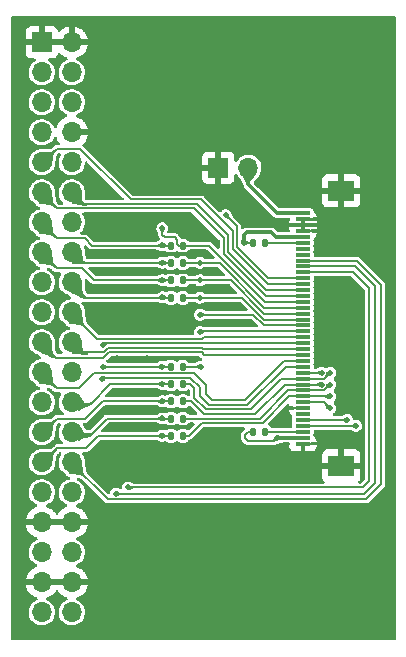
<source format=gbr>
%TF.GenerationSoftware,KiCad,Pcbnew,(6.0.9)*%
%TF.CreationDate,2022-12-03T22:35:23+08:00*%
%TF.ProjectId,Sitronix_2.1''_480x480,53697472-6f6e-4697-985f-322e3127275f,rev?*%
%TF.SameCoordinates,Original*%
%TF.FileFunction,Copper,L1,Top*%
%TF.FilePolarity,Positive*%
%FSLAX46Y46*%
G04 Gerber Fmt 4.6, Leading zero omitted, Abs format (unit mm)*
G04 Created by KiCad (PCBNEW (6.0.9)) date 2022-12-03 22:35:23*
%MOMM*%
%LPD*%
G01*
G04 APERTURE LIST*
G04 Aperture macros list*
%AMRoundRect*
0 Rectangle with rounded corners*
0 $1 Rounding radius*
0 $2 $3 $4 $5 $6 $7 $8 $9 X,Y pos of 4 corners*
0 Add a 4 corners polygon primitive as box body*
4,1,4,$2,$3,$4,$5,$6,$7,$8,$9,$2,$3,0*
0 Add four circle primitives for the rounded corners*
1,1,$1+$1,$2,$3*
1,1,$1+$1,$4,$5*
1,1,$1+$1,$6,$7*
1,1,$1+$1,$8,$9*
0 Add four rect primitives between the rounded corners*
20,1,$1+$1,$2,$3,$4,$5,0*
20,1,$1+$1,$4,$5,$6,$7,0*
20,1,$1+$1,$6,$7,$8,$9,0*
20,1,$1+$1,$8,$9,$2,$3,0*%
G04 Aperture macros list end*
%TA.AperFunction,ComponentPad*%
%ADD10R,1.700000X1.700000*%
%TD*%
%TA.AperFunction,ComponentPad*%
%ADD11O,1.700000X1.700000*%
%TD*%
%TA.AperFunction,SMDPad,CuDef*%
%ADD12RoundRect,0.135000X0.135000X0.185000X-0.135000X0.185000X-0.135000X-0.185000X0.135000X-0.185000X0*%
%TD*%
%TA.AperFunction,SMDPad,CuDef*%
%ADD13RoundRect,0.135000X-0.135000X-0.185000X0.135000X-0.185000X0.135000X0.185000X-0.135000X0.185000X0*%
%TD*%
%TA.AperFunction,SMDPad,CuDef*%
%ADD14R,1.300000X0.300000*%
%TD*%
%TA.AperFunction,SMDPad,CuDef*%
%ADD15R,2.200000X1.800000*%
%TD*%
%TA.AperFunction,ViaPad*%
%ADD16C,0.500000*%
%TD*%
%TA.AperFunction,Conductor*%
%ADD17C,0.200000*%
%TD*%
%TA.AperFunction,Conductor*%
%ADD18C,0.150000*%
%TD*%
%TA.AperFunction,Conductor*%
%ADD19C,0.300000*%
%TD*%
G04 APERTURE END LIST*
D10*
%TO.P,J1,1,GND*%
%TO.N,/GND*%
X126339600Y-69494400D03*
D11*
%TO.P,J1,2,GND*%
X128879600Y-69494400D03*
%TO.P,J1,3,IO4*%
%TO.N,unconnected-(J1-Pad3)*%
X126339600Y-72034400D03*
%TO.P,J1,4,IO19*%
%TO.N,unconnected-(J1-Pad4)*%
X128879600Y-72034400D03*
%TO.P,J1,5,I2C_SDA*%
%TO.N,/TP_SDA*%
X126339600Y-74574400D03*
%TO.P,J1,6,IO20*%
%TO.N,unconnected-(J1-Pad6)*%
X128879600Y-74574400D03*
%TO.P,J1,7,I2C_SCL*%
%TO.N,/TP_SCL*%
X126339600Y-77114400D03*
%TO.P,J1,8,GND*%
%TO.N,/GND*%
X128879600Y-77114400D03*
%TO.P,J1,9,LCD_DE*%
%TO.N,/LCD_DE*%
X126339600Y-79654400D03*
%TO.P,J1,10,IO0*%
%TO.N,unconnected-(J1-Pad10)*%
X128879600Y-79654400D03*
%TO.P,J1,11,LCD_HSYNC*%
%TO.N,/LCD_HSYNC*%
X126339600Y-82194400D03*
%TO.P,J1,12,LCD_VSYNC*%
%TO.N,/LCD_VSYNC*%
X128879600Y-82194400D03*
%TO.P,J1,13,LCD_B3*%
%TO.N,/LCD_B3*%
X126339600Y-84734400D03*
%TO.P,J1,14,LCD_PCLK*%
%TO.N,/LCD_PCLK*%
X128879600Y-84734400D03*
%TO.P,J1,15,LCD_B5*%
%TO.N,/LCD_B5*%
X126339600Y-87274400D03*
%TO.P,J1,16,LCD_B4*%
%TO.N,/LCD_B4*%
X128879600Y-87274400D03*
%TO.P,J1,17,LCD_B7*%
%TO.N,/LCD_B7*%
X126339600Y-89814400D03*
%TO.P,J1,18,LCD_B6*%
%TO.N,/LCD_B6*%
X128879600Y-89814400D03*
%TO.P,J1,19,LCD_G3*%
%TO.N,/LCD_G3*%
X126339600Y-92354400D03*
%TO.P,J1,20,LCD_G2*%
%TO.N,/LCD_G2*%
X128879600Y-92354400D03*
%TO.P,J1,21,LCD_G5*%
%TO.N,/LCD_G5*%
X126339600Y-94894400D03*
%TO.P,J1,22,LCD_G4*%
%TO.N,/LCD_G4*%
X128879600Y-94894400D03*
%TO.P,J1,23,LCD_G6*%
%TO.N,/LCD_G6*%
X126339600Y-97434400D03*
%TO.P,J1,24,LCD_G7*%
%TO.N,/LCD_G7*%
X128879600Y-97434400D03*
%TO.P,J1,25,LCD_R3*%
%TO.N,/LCD_R3*%
X126339600Y-99974400D03*
%TO.P,J1,26,LCD_R4*%
%TO.N,/LCD_R4*%
X128879600Y-99974400D03*
%TO.P,J1,27,LCD_R5*%
%TO.N,/LCD_R5*%
X126339600Y-102514400D03*
%TO.P,J1,28,LCD_R6*%
%TO.N,/LCD_R6*%
X128879600Y-102514400D03*
%TO.P,J1,29,LCD_R7*%
%TO.N,/LCD_R7*%
X126339600Y-105054400D03*
%TO.P,J1,30,SPI_MOSI*%
%TO.N,/SPI_SDA*%
X128879600Y-105054400D03*
%TO.P,J1,31,SPI_CS*%
%TO.N,/SPI_CS*%
X126339600Y-107594400D03*
%TO.P,J1,32,SPI_SCK*%
%TO.N,/SPI_SCK*%
X128879600Y-107594400D03*
%TO.P,J1,33,GND*%
%TO.N,/GND*%
X126339600Y-110134400D03*
%TO.P,J1,34,GND*%
X128879600Y-110134400D03*
%TO.P,J1,35,VCC3.3V*%
%TO.N,/VCC3.3V*%
X126339600Y-112674400D03*
%TO.P,J1,36,VCC3.3V*%
X128879600Y-112674400D03*
%TO.P,J1,37,GND*%
%TO.N,/GND*%
X126339600Y-115214400D03*
%TO.P,J1,38,GND*%
X128879600Y-115214400D03*
%TO.P,J1,39,VCC5V*%
%TO.N,unconnected-(J1-Pad39)*%
X126339600Y-117754400D03*
%TO.P,J1,40,VCC5V*%
%TO.N,unconnected-(J1-Pad40)*%
X128879600Y-117754400D03*
%TD*%
D12*
%TO.P,RA10,1*%
%TO.N,/LCD_DATA16*%
X138293500Y-102810735D03*
%TO.P,RA10,2*%
%TO.N,/LCD_R7*%
X137273500Y-102810735D03*
%TD*%
%TO.P,R23,1*%
%TO.N,Net-(J3-Pad3)*%
X145257100Y-102471400D03*
%TO.P,R23,2*%
%TO.N,/VCC3.3V*%
X144237100Y-102471400D03*
%TD*%
%TO.P,RA8,1*%
%TO.N,/LCD_DATA14*%
X138293500Y-99889735D03*
%TO.P,RA8,2*%
%TO.N,/LCD_R5*%
X137273500Y-99889735D03*
%TD*%
%TO.P,RA1,1*%
%TO.N,/LCD_DATA0*%
X138295500Y-86707135D03*
%TO.P,RA1,2*%
%TO.N,/LCD_B3*%
X137275500Y-86707135D03*
%TD*%
D10*
%TO.P,J2,1,Pin_1*%
%TO.N,/GND*%
X141292700Y-80111600D03*
D11*
%TO.P,J2,2,Pin_2*%
%TO.N,/LEDA*%
X143832700Y-80111600D03*
%TD*%
D12*
%TO.P,RA7,1*%
%TO.N,/LCD_DATA13*%
X138293500Y-98429235D03*
%TO.P,RA7,2*%
%TO.N,/LCD_R4*%
X137273500Y-98429235D03*
%TD*%
D13*
%TO.P,R21,1*%
%TO.N,/VCC3.3V*%
X144237100Y-86471400D03*
%TO.P,R21,2*%
%TO.N,Net-(J3-Pad35)*%
X145257100Y-86471400D03*
%TD*%
D12*
%TO.P,RA9,1*%
%TO.N,/LCD_DATA15*%
X138293500Y-101350235D03*
%TO.P,RA9,2*%
%TO.N,/LCD_R6*%
X137273500Y-101350235D03*
%TD*%
D14*
%TO.P,J3,1,Pin_1*%
%TO.N,/GND*%
X148449500Y-103471400D03*
%TO.P,J3,2,Pin_2*%
%TO.N,/VCC3.3V*%
X148449500Y-102971400D03*
%TO.P,J3,3,Pin_3*%
%TO.N,Net-(J3-Pad3)*%
X148449500Y-102471400D03*
%TO.P,J3,4,Pin_4*%
%TO.N,/TP_SCL*%
X148449500Y-101971400D03*
%TO.P,J3,5,Pin_5*%
%TO.N,/TP_SDA*%
X148449500Y-101471400D03*
%TO.P,J3,6,Pin_6*%
%TO.N,unconnected-(J3-Pad6)*%
X148449500Y-100971400D03*
%TO.P,J3,7,Pin_7*%
%TO.N,/GND*%
X148449500Y-100471400D03*
%TO.P,J3,8,Pin_8*%
%TO.N,/LCD_DATA17*%
X148449500Y-99971400D03*
%TO.P,J3,9,Pin_9*%
%TO.N,/LCD_DATA16*%
X148449500Y-99471400D03*
%TO.P,J3,10,Pin_10*%
%TO.N,/LCD_DATA15*%
X148449500Y-98971400D03*
%TO.P,J3,11,Pin_11*%
%TO.N,/LCD_DATA14*%
X148449500Y-98471400D03*
%TO.P,J3,12,Pin_12*%
%TO.N,/LCD_DATA13*%
X148449500Y-97971400D03*
%TO.P,J3,13,Pin_13*%
%TO.N,/LCD_DATA12*%
X148449500Y-97471400D03*
%TO.P,J3,14,Pin_14*%
%TO.N,/LCD_G7*%
X148449500Y-96971400D03*
%TO.P,J3,15,Pin_15*%
%TO.N,/LCD_G6*%
X148449500Y-96471400D03*
%TO.P,J3,16,Pin_16*%
%TO.N,/LCD_G5*%
X148449500Y-95971400D03*
%TO.P,J3,17,Pin_17*%
%TO.N,/LCD_G4*%
X148449500Y-95471400D03*
%TO.P,J3,18,Pin_18*%
%TO.N,/LCD_G3*%
X148449500Y-94971400D03*
%TO.P,J3,19,Pin_19*%
%TO.N,/LCD_G2*%
X148449500Y-94471400D03*
%TO.P,J3,20,Pin_20*%
%TO.N,/LCD_DATA5*%
X148449500Y-93971400D03*
%TO.P,J3,21,Pin_21*%
%TO.N,/LCD_DATA4*%
X148449500Y-93471400D03*
%TO.P,J3,22,Pin_22*%
%TO.N,/LCD_DATA3*%
X148449500Y-92971400D03*
%TO.P,J3,23,Pin_23*%
%TO.N,/LCD_DATA2*%
X148449500Y-92471400D03*
%TO.P,J3,24,Pin_24*%
%TO.N,/LCD_DATA1*%
X148449500Y-91971400D03*
%TO.P,J3,25,Pin_25*%
%TO.N,/LCD_DATA0*%
X148449500Y-91471400D03*
%TO.P,J3,26,Pin_26*%
%TO.N,/LCD_HSYNC*%
X148449500Y-90971400D03*
%TO.P,J3,27,Pin_27*%
%TO.N,/LCD_VSYNC*%
X148449500Y-90471400D03*
%TO.P,J3,28,Pin_28*%
%TO.N,/LCD_DE*%
X148449500Y-89971400D03*
%TO.P,J3,29,Pin_29*%
%TO.N,/LCD_PCLK*%
X148449500Y-89471400D03*
%TO.P,J3,30,Pin_30*%
%TO.N,/SPI_CS*%
X148449500Y-88971400D03*
%TO.P,J3,31,Pin_31*%
%TO.N,/SPI_SCK*%
X148449500Y-88471400D03*
%TO.P,J3,32,Pin_32*%
%TO.N,/SPI_SDA*%
X148449500Y-87971400D03*
%TO.P,J3,33,Pin_33*%
%TO.N,unconnected-(J3-Pad33)*%
X148449500Y-87471400D03*
%TO.P,J3,34,Pin_34*%
%TO.N,unconnected-(J3-Pad34)*%
X148449500Y-86971400D03*
%TO.P,J3,35,Pin_35*%
%TO.N,Net-(J3-Pad35)*%
X148449500Y-86471400D03*
%TO.P,J3,36,Pin_36*%
%TO.N,/VCC3.3V*%
X148449500Y-85971400D03*
%TO.P,J3,37,Pin_37*%
%TO.N,/GND*%
X148449500Y-85471400D03*
%TO.P,J3,38,Pin_38*%
X148449500Y-84971400D03*
%TO.P,J3,39,Pin_39*%
X148449500Y-84471400D03*
%TO.P,J3,40,Pin_40*%
%TO.N,/LEDA*%
X148449500Y-83971400D03*
D15*
%TO.P,J3,MP*%
%TO.N,/GND*%
X151699500Y-82071400D03*
X151699500Y-105371400D03*
%TD*%
D12*
%TO.P,RA4,1*%
%TO.N,/LCD_DATA3*%
X138295500Y-91126735D03*
%TO.P,RA4,2*%
%TO.N,/LCD_B6*%
X137275500Y-91126735D03*
%TD*%
%TO.P,RA2,1*%
%TO.N,/LCD_DATA1*%
X138295500Y-88180335D03*
%TO.P,RA2,2*%
%TO.N,/LCD_B4*%
X137275500Y-88180335D03*
%TD*%
%TO.P,RA3,1*%
%TO.N,/LCD_DATA2*%
X138295500Y-89653535D03*
%TO.P,RA3,2*%
%TO.N,/LCD_B5*%
X137275500Y-89653535D03*
%TD*%
%TO.P,RA6,1*%
%TO.N,/LCD_DATA12*%
X138293500Y-96968735D03*
%TO.P,RA6,2*%
%TO.N,/LCD_R3*%
X137273500Y-96968735D03*
%TD*%
D16*
%TO.N,/GND*%
X147193000Y-100471400D03*
X138785600Y-112471200D03*
X131165600Y-104851200D03*
X154025600Y-79451200D03*
X131165600Y-109931200D03*
X152806400Y-90830400D03*
X132740400Y-85801200D03*
X133705600Y-69291200D03*
X135280400Y-93827600D03*
X135280400Y-99263200D03*
X151485600Y-79451200D03*
X154025600Y-87071200D03*
X135280400Y-90424000D03*
X154025600Y-109931200D03*
X141325600Y-109931200D03*
X138785600Y-76911200D03*
X133705600Y-71831200D03*
X133705600Y-74371200D03*
X132740400Y-88950800D03*
X133705600Y-79451200D03*
X138785600Y-104851200D03*
X135280400Y-100634800D03*
X135280400Y-88950800D03*
X136245600Y-104851200D03*
X131165600Y-69291200D03*
X143865600Y-76911200D03*
X132740400Y-102108000D03*
X135280400Y-102108000D03*
X141325600Y-81991200D03*
X138785600Y-74371200D03*
X141325600Y-76911200D03*
X136245600Y-76911200D03*
X136245600Y-115011200D03*
X131165600Y-71831200D03*
X131165600Y-117551200D03*
X146405600Y-76911200D03*
X154025600Y-84531200D03*
X131165600Y-115011200D03*
X151485600Y-84531200D03*
X148945600Y-109931200D03*
X141325600Y-104851200D03*
X131165600Y-81991200D03*
X143865600Y-109931200D03*
X135280400Y-87426800D03*
X133705600Y-115011200D03*
X135280400Y-96266000D03*
X152806400Y-92456000D03*
X148945600Y-81991200D03*
X138785600Y-79451200D03*
X136245600Y-109931200D03*
X136245600Y-81991200D03*
X154025600Y-81991200D03*
X146405600Y-109931200D03*
X132740400Y-93827600D03*
X132740400Y-90424000D03*
X148945600Y-104851200D03*
X150266400Y-92456000D03*
X150266400Y-90830400D03*
X146405600Y-79451200D03*
X151485600Y-87071200D03*
X146405600Y-104851200D03*
X148945600Y-79451200D03*
X133705600Y-109931200D03*
X132740400Y-96266000D03*
X131165600Y-76911200D03*
X132740400Y-100634800D03*
X132740400Y-99263200D03*
X132740400Y-87426800D03*
X136245600Y-74371200D03*
X133705600Y-104851200D03*
X151485600Y-109931200D03*
X146405600Y-81991200D03*
X135280400Y-85801200D03*
%TO.N,/VCC3.3V*%
X143426300Y-86471400D03*
X146245900Y-102995900D03*
%TO.N,/TP_SCL*%
X152951300Y-101971400D03*
%TO.N,/TP_SDA*%
X152189300Y-101471400D03*
%TO.N,/LCD_DATA17*%
X150776186Y-100471400D03*
%TO.N,/LCD_DATA16*%
X150776186Y-99471400D03*
%TO.N,/LCD_DATA15*%
X150776186Y-98471400D03*
%TO.N,/LCD_DATA14*%
X150030300Y-98471400D03*
%TO.N,/LCD_DATA13*%
X150776186Y-97471400D03*
%TO.N,/LCD_DATA12*%
X150030300Y-97471400D03*
X139802565Y-96968735D03*
%TO.N,/LCD_G7*%
X131437500Y-98010500D03*
%TO.N,/LCD_G3*%
X131539100Y-95114900D03*
%TO.N,/LCD_DATA5*%
X139743300Y-94022333D03*
%TO.N,/LCD_DATA4*%
X139743300Y-92557600D03*
%TO.N,/LCD_DATA3*%
X139743300Y-91117177D03*
%TO.N,/LCD_DATA2*%
X139743300Y-89636600D03*
%TO.N,/LCD_DATA1*%
X139743300Y-88163400D03*
%TO.N,/LCD_DATA0*%
X136542900Y-85233935D03*
%TO.N,/LCD_PCLK*%
X141902300Y-84124800D03*
%TO.N,/SPI_CS*%
X133647300Y-107188000D03*
%TO.N,/SPI_SCK*%
X132631300Y-107721400D03*
%TO.N,/LCD_B4*%
X136542900Y-88163401D03*
%TO.N,/LCD_B5*%
X136542900Y-89628134D03*
%TO.N,/LCD_B6*%
X136542900Y-91092867D03*
%TO.N,/LCD_R3*%
X131488300Y-96977200D03*
X136542900Y-96951799D03*
%TO.N,/LCD_R4*%
X136542900Y-98416532D03*
%TO.N,/LCD_R5*%
X136542900Y-99881265D03*
%TO.N,/LCD_R6*%
X136542900Y-101345998D03*
%TO.N,/LCD_R7*%
X136542900Y-102810735D03*
%TO.N,/LCD_B3*%
X136542900Y-86698668D03*
%TD*%
D17*
%TO.N,/GND*%
X148449500Y-100471400D02*
X147193000Y-100471400D01*
D18*
%TO.N,/LCD_DATA16*%
X148449500Y-99471400D02*
X147289600Y-99471400D01*
X147289600Y-99471400D02*
X145034000Y-101727000D01*
X145034000Y-101727000D02*
X139870300Y-101727000D01*
X139870300Y-101727000D02*
X138786565Y-102810735D01*
X138786565Y-102810735D02*
X138293500Y-102810735D01*
%TO.N,/LCD_DATA15*%
X148449500Y-98971400D02*
X147154600Y-98971400D01*
X147154600Y-98971400D02*
X144775765Y-101350235D01*
X144775765Y-101350235D02*
X138293500Y-101350235D01*
%TO.N,/LCD_DATA14*%
X148449500Y-98471400D02*
X146892600Y-98471400D01*
X146892600Y-98471400D02*
X144399000Y-100965000D01*
X144399000Y-100965000D02*
X140081000Y-100965000D01*
X140081000Y-100965000D02*
X139005735Y-99889735D01*
X139005735Y-99889735D02*
X138293500Y-99889735D01*
%TO.N,/LCD_DATA13*%
X148449500Y-97971400D02*
X146630600Y-97971400D01*
X146630600Y-97971400D02*
X144018000Y-100584000D01*
X144018000Y-100584000D02*
X140208000Y-100584000D01*
X140208000Y-100584000D02*
X139235300Y-99611300D01*
X139235300Y-99611300D02*
X139235300Y-98806000D01*
X139235300Y-98806000D02*
X138858535Y-98429235D01*
X138858535Y-98429235D02*
X138293500Y-98429235D01*
%TO.N,/LCD_G7*%
X148449500Y-96971400D02*
X146995600Y-96971400D01*
X146995600Y-96971400D02*
X143738600Y-100228400D01*
X143738600Y-100228400D02*
X140487400Y-100228400D01*
X140487400Y-100228400D02*
X139700000Y-99441000D01*
X139700000Y-99441000D02*
X139700000Y-98699218D01*
X139700000Y-98699218D02*
X138885017Y-97884235D01*
X138885017Y-97884235D02*
X131563765Y-97884235D01*
X131563765Y-97884235D02*
X131437500Y-98010500D01*
%TO.N,/LCD_G6*%
X148449500Y-96471400D02*
X146860600Y-96471400D01*
X146860600Y-96471400D02*
X143510000Y-99822000D01*
X143510000Y-99822000D02*
X140716000Y-99822000D01*
X140716000Y-99822000D02*
X140208000Y-99314000D01*
X140208000Y-99314000D02*
X140208000Y-98552000D01*
X140208000Y-98552000D02*
X139192000Y-97536000D01*
X129456300Y-98806000D02*
X127591700Y-98806000D01*
X139192000Y-97536000D02*
X130726300Y-97536000D01*
X130726300Y-97536000D02*
X129456300Y-98806000D01*
X127591700Y-98806000D02*
X126347100Y-97561400D01*
%TO.N,/LCD_DATA17*%
X150776186Y-100471400D02*
X150276186Y-99971400D01*
X150276186Y-99971400D02*
X148449500Y-99971400D01*
%TO.N,/LCD_DATA16*%
X148449500Y-99471400D02*
X150776186Y-99471400D01*
%TO.N,/LCD_DATA15*%
X150776186Y-98471400D02*
X150276186Y-98971400D01*
X150276186Y-98971400D02*
X148449500Y-98971400D01*
%TO.N,/LCD_DATA13*%
X150776186Y-97471400D02*
X150276186Y-97971400D01*
X150276186Y-97971400D02*
X148449500Y-97971400D01*
%TO.N,/LCD_G4*%
X148449500Y-95471400D02*
X140007964Y-95471400D01*
X140007964Y-95471400D02*
X139913564Y-95377000D01*
X131948752Y-95377000D02*
X131567752Y-95758000D01*
X131567752Y-95758000D02*
X129623700Y-95758000D01*
X139913564Y-95377000D02*
X131948752Y-95377000D01*
X129623700Y-95758000D02*
X128887100Y-95021400D01*
%TO.N,/LCD_G5*%
X148449500Y-95971400D02*
X140083700Y-95971400D01*
X140083700Y-95971400D02*
X139870300Y-95758000D01*
X139870300Y-95758000D02*
X135514863Y-95758000D01*
X135497863Y-95741000D02*
X132009016Y-95741000D01*
X135514863Y-95758000D02*
X135497863Y-95741000D01*
X131565016Y-96185000D02*
X127510700Y-96185000D01*
X132009016Y-95741000D02*
X131565016Y-96185000D01*
X127510700Y-96185000D02*
X126347100Y-95021400D01*
%TO.N,/LCD_G3*%
X131539100Y-95114900D02*
X131682600Y-94971400D01*
X131682600Y-94971400D02*
X148449500Y-94971400D01*
%TO.N,/LCD_G2*%
X148449500Y-94471400D02*
X140039300Y-94471400D01*
X140039300Y-94471400D02*
X139895700Y-94615000D01*
X139895700Y-94615000D02*
X131020700Y-94615000D01*
X131020700Y-94615000D02*
X128887100Y-92481400D01*
%TO.N,/LCD_R5*%
X137273500Y-99889735D02*
X131504265Y-99889735D01*
X131504265Y-99889735D02*
X130022600Y-101371400D01*
X130022600Y-101371400D02*
X127617100Y-101371400D01*
X127617100Y-101371400D02*
X126347100Y-102641400D01*
%TO.N,/LCD_VSYNC*%
X148449500Y-90471400D02*
X145335400Y-90471400D01*
X145335400Y-90471400D02*
X142113000Y-87249000D01*
X142113000Y-87249000D02*
X142113000Y-85852000D01*
X142113000Y-85852000D02*
X139446000Y-83185000D01*
X139446000Y-83185000D02*
X129750700Y-83185000D01*
X129750700Y-83185000D02*
X128887100Y-82321400D01*
%TO.N,/LCD_DE*%
X148449500Y-89971400D02*
X145470400Y-89971400D01*
X145470400Y-89971400D02*
X142494000Y-86995000D01*
X133875900Y-82804000D02*
X129608700Y-78536800D01*
X129608700Y-78536800D02*
X127591700Y-78536800D01*
X142494000Y-86995000D02*
X142494000Y-85478500D01*
X142494000Y-85478500D02*
X139819500Y-82804000D01*
X139819500Y-82804000D02*
X133875900Y-82804000D01*
X127591700Y-78536800D02*
X126347100Y-79781400D01*
%TO.N,/LCD_HSYNC*%
X148449500Y-90971400D02*
X145291708Y-90971400D01*
X145291708Y-90971400D02*
X141732000Y-87411692D01*
X141732000Y-87411692D02*
X141732000Y-86106000D01*
X141732000Y-86106000D02*
X139192000Y-83566000D01*
X139192000Y-83566000D02*
X127591700Y-83566000D01*
X127591700Y-83566000D02*
X126347100Y-82321400D01*
%TO.N,/LCD_PCLK*%
X148449500Y-89471400D02*
X145478400Y-89471400D01*
X145478400Y-89471400D02*
X142867500Y-86860500D01*
X142867500Y-86860500D02*
X142867500Y-85090000D01*
X142867500Y-85090000D02*
X141902300Y-84124800D01*
%TO.N,/LCD_DATA0*%
X148449500Y-91471400D02*
X145236161Y-91471400D01*
X145236161Y-91471400D02*
X140471896Y-86707135D01*
X140471896Y-86707135D02*
X138295500Y-86707135D01*
%TO.N,/LCD_DATA1*%
X148449500Y-91971400D02*
X145184400Y-91971400D01*
X145184400Y-91971400D02*
X141393335Y-88180335D01*
X141393335Y-88180335D02*
X138295500Y-88180335D01*
%TO.N,/LCD_DATA2*%
X148449500Y-92471400D02*
X145176400Y-92471400D01*
X145176400Y-92471400D02*
X142358535Y-89653535D01*
X142358535Y-89653535D02*
X138295500Y-89653535D01*
%TO.N,/LCD_DATA3*%
X148449500Y-92971400D02*
X145168400Y-92971400D01*
X145168400Y-92971400D02*
X143323735Y-91126735D01*
X143323735Y-91126735D02*
X138295500Y-91126735D01*
%TO.N,/LCD_DATA4*%
X148449500Y-93471400D02*
X145160400Y-93471400D01*
X145160400Y-93471400D02*
X144246600Y-92557600D01*
X144246600Y-92557600D02*
X139743300Y-92557600D01*
%TO.N,/SPI_SCK*%
X132631300Y-107721400D02*
X153644600Y-107721400D01*
X153644600Y-107721400D02*
X154556300Y-106809700D01*
X154556300Y-106809700D02*
X154556300Y-90167282D01*
X154556300Y-90167282D02*
X152860418Y-88471400D01*
X152860418Y-88471400D02*
X148449500Y-88471400D01*
%TO.N,/SPI_SDA*%
X148449500Y-87971400D02*
X152995400Y-87971400D01*
X152995400Y-87971400D02*
X155067000Y-90043000D01*
X155067000Y-90043000D02*
X155067000Y-106934000D01*
X155067000Y-106934000D02*
X153797000Y-108204000D01*
X153797000Y-108204000D02*
X131909700Y-108204000D01*
X131909700Y-108204000D02*
X128887100Y-105181400D01*
%TO.N,/SPI_CS*%
X133647300Y-107188000D02*
X153499772Y-107188000D01*
X153499772Y-107188000D02*
X154051000Y-106636772D01*
X154051000Y-106636772D02*
X154051000Y-90340228D01*
X154051000Y-90340228D02*
X152682172Y-88971400D01*
X152682172Y-88971400D02*
X148449500Y-88971400D01*
D17*
%TO.N,/VCC3.3V*%
X143807300Y-103251000D02*
X145990800Y-103251000D01*
D19*
X146142991Y-85971400D02*
X148449500Y-85971400D01*
D17*
X143824900Y-102471400D02*
X143553300Y-102743000D01*
X143553300Y-102997000D02*
X143807300Y-103251000D01*
D19*
X143426300Y-86471400D02*
X143426300Y-85852000D01*
D17*
X144237100Y-102471400D02*
X143824900Y-102471400D01*
D19*
X145769591Y-85598000D02*
X146142991Y-85971400D01*
X143426300Y-85852000D02*
X143680300Y-85598000D01*
X143680300Y-85598000D02*
X145769591Y-85598000D01*
X146245900Y-102971400D02*
X148449500Y-102971400D01*
D17*
X145990800Y-103251000D02*
X146245900Y-102995900D01*
X143426300Y-86471400D02*
X144237100Y-86471400D01*
X143553300Y-102743000D02*
X143553300Y-102997000D01*
D18*
%TO.N,Net-(J3-Pad3)*%
X145257100Y-102471400D02*
X148449500Y-102471400D01*
%TO.N,/TP_SCL*%
X148449500Y-101971400D02*
X152941700Y-101971400D01*
%TO.N,/TP_SDA*%
X148449500Y-101471400D02*
X152187700Y-101471400D01*
X152187700Y-101471400D02*
X152189300Y-101473000D01*
%TO.N,/LCD_DATA14*%
X150025900Y-98471400D02*
X148449500Y-98471400D01*
%TO.N,/LCD_DATA12*%
X138293500Y-96968735D02*
X139802565Y-96968735D01*
X150030300Y-97471400D02*
X148449500Y-97471400D01*
%TO.N,/LCD_DATA5*%
X148449500Y-93971400D02*
X139794233Y-93971400D01*
X139794233Y-93971400D02*
X139734833Y-94030800D01*
%TO.N,/LCD_DATA0*%
X137812900Y-86588600D02*
X137812900Y-86207600D01*
X138295500Y-86707135D02*
X137931435Y-86707135D01*
X137931435Y-86707135D02*
X137812900Y-86588600D01*
X136746100Y-86004400D02*
X136542900Y-85801200D01*
X137609700Y-86004400D02*
X136746100Y-86004400D01*
X137812900Y-86207600D02*
X137609700Y-86004400D01*
X136542900Y-85801200D02*
X136542900Y-85233935D01*
%TO.N,Net-(J3-Pad35)*%
X145257100Y-86471400D02*
X148449500Y-86471400D01*
D19*
%TO.N,/LEDA*%
X146270100Y-83971400D02*
X148449500Y-83971400D01*
X143832700Y-80111600D02*
X143832700Y-81534000D01*
X143832700Y-81534000D02*
X146270100Y-83971400D01*
D18*
%TO.N,/LCD_B4*%
X129666035Y-88180335D02*
X128887100Y-87401400D01*
X137275500Y-88180335D02*
X136551365Y-88180335D01*
X136551365Y-88180335D02*
X129666035Y-88180335D01*
%TO.N,/LCD_B5*%
X127591700Y-88646000D02*
X126347100Y-87401400D01*
X137275500Y-89653535D02*
X136449765Y-89653535D01*
X130768635Y-89653535D02*
X129761100Y-88646000D01*
X136449765Y-89653535D02*
X130768635Y-89653535D01*
X129761100Y-88646000D02*
X127591700Y-88646000D01*
%TO.N,/LCD_B6*%
X130072435Y-91126735D02*
X128887100Y-89941400D01*
X136627565Y-91126735D02*
X130072435Y-91126735D01*
X137275500Y-91126735D02*
X136627565Y-91126735D01*
%TO.N,/LCD_R3*%
X131496765Y-96968735D02*
X131488300Y-96977200D01*
X136348165Y-96968735D02*
X131496765Y-96968735D01*
X137273500Y-96968735D02*
X136348165Y-96968735D01*
%TO.N,/LCD_R4*%
X130472300Y-100101400D02*
X128887100Y-100101400D01*
X132144465Y-98429235D02*
X130472300Y-100101400D01*
X136335465Y-98429235D02*
X132144465Y-98429235D01*
X137273500Y-98429235D02*
X136335465Y-98429235D01*
%TO.N,/LCD_R6*%
X136411665Y-101350235D02*
X131865065Y-101350235D01*
X130573900Y-102641400D02*
X128887100Y-102641400D01*
X137273500Y-101350235D02*
X136411665Y-101350235D01*
X131865065Y-101350235D02*
X130573900Y-102641400D01*
%TO.N,/LCD_R7*%
X131141165Y-102810735D02*
X130091300Y-103860600D01*
X137273500Y-102810735D02*
X136449765Y-102810735D01*
X127667900Y-103860600D02*
X126347100Y-105181400D01*
X136449765Y-102810735D02*
X131141165Y-102810735D01*
X130091300Y-103860600D02*
X127667900Y-103860600D01*
%TO.N,/LCD_B3*%
X137275500Y-86707135D02*
X136525965Y-86707135D01*
X127591700Y-86106000D02*
X126347100Y-84861400D01*
X136525965Y-86707135D02*
X130565435Y-86707135D01*
X129964300Y-86106000D02*
X127591700Y-86106000D01*
X130565435Y-86707135D02*
X129964300Y-86106000D01*
%TD*%
%TA.AperFunction,Conductor*%
%TO.N,/LCD_R4*%
G36*
X136429296Y-98202686D02*
G01*
X136667748Y-98410372D01*
X136518048Y-98569257D01*
X136517176Y-98570183D01*
X136517175Y-98570183D01*
X136450909Y-98640515D01*
X136442741Y-98644187D01*
X136437515Y-98643126D01*
X136398231Y-98625105D01*
X136397723Y-98624857D01*
X136357808Y-98603985D01*
X136357516Y-98603826D01*
X136340522Y-98594200D01*
X136322239Y-98583843D01*
X136322196Y-98583819D01*
X136289551Y-98565144D01*
X136289549Y-98565143D01*
X136289488Y-98565108D01*
X136289422Y-98565073D01*
X136257653Y-98548270D01*
X136257639Y-98548263D01*
X136257474Y-98548176D01*
X136224086Y-98533425D01*
X136213324Y-98529869D01*
X136187553Y-98521352D01*
X136187545Y-98521350D01*
X136187258Y-98521255D01*
X136144923Y-98512066D01*
X136095014Y-98506259D01*
X136062468Y-98505153D01*
X136046768Y-98504619D01*
X136038616Y-98500913D01*
X136035465Y-98492926D01*
X136035465Y-98365519D01*
X136038892Y-98357246D01*
X136046742Y-98353827D01*
X136092607Y-98352168D01*
X136092616Y-98352167D01*
X136092872Y-98352158D01*
X136093127Y-98352126D01*
X136093129Y-98352126D01*
X136101399Y-98351093D01*
X136140951Y-98346153D01*
X136181646Y-98336557D01*
X136193362Y-98332287D01*
X136216601Y-98323817D01*
X136216607Y-98323815D01*
X136216899Y-98323708D01*
X136244952Y-98309780D01*
X136248425Y-98308056D01*
X136248431Y-98308053D01*
X136248654Y-98307942D01*
X136248860Y-98307817D01*
X136248867Y-98307813D01*
X136278740Y-98289667D01*
X136278744Y-98289664D01*
X136278855Y-98289597D01*
X136309443Y-98269011D01*
X136342261Y-98246590D01*
X136342502Y-98246430D01*
X136379341Y-98222603D01*
X136379788Y-98222329D01*
X136415724Y-98201399D01*
X136424597Y-98200196D01*
X136429296Y-98202686D01*
G37*
%TD.AperFunction*%
%TD*%
%TA.AperFunction,Conductor*%
%TO.N,/TP_SCL*%
G36*
X152848387Y-101752227D02*
G01*
X153067531Y-101962967D01*
X153071119Y-101971171D01*
X153067531Y-101979833D01*
X152848389Y-102190571D01*
X152840050Y-102193836D01*
X152834872Y-102192514D01*
X152798086Y-102173344D01*
X152797548Y-102173045D01*
X152759982Y-102150884D01*
X152759658Y-102150686D01*
X152726318Y-102129527D01*
X152726307Y-102129520D01*
X152695464Y-102109898D01*
X152695449Y-102109889D01*
X152695358Y-102109831D01*
X152664947Y-102092086D01*
X152664730Y-102091981D01*
X152633383Y-102076823D01*
X152633377Y-102076821D01*
X152633101Y-102076687D01*
X152632816Y-102076585D01*
X152632812Y-102076583D01*
X152621515Y-102072527D01*
X152597837Y-102064026D01*
X152557171Y-102054495D01*
X152556862Y-102054456D01*
X152556860Y-102054456D01*
X152509376Y-102048521D01*
X152509120Y-102048489D01*
X152508863Y-102048480D01*
X152508855Y-102048479D01*
X152462975Y-102046810D01*
X152454831Y-102043085D01*
X152451700Y-102035118D01*
X152451700Y-101907682D01*
X152455127Y-101899409D01*
X152462974Y-101895990D01*
X152508855Y-101894320D01*
X152508863Y-101894319D01*
X152509120Y-101894310D01*
X152509374Y-101894278D01*
X152509377Y-101894278D01*
X152556860Y-101888343D01*
X152556862Y-101888343D01*
X152557171Y-101888304D01*
X152597837Y-101878773D01*
X152621515Y-101870272D01*
X152632812Y-101866216D01*
X152632816Y-101866214D01*
X152633101Y-101866112D01*
X152633377Y-101865978D01*
X152633383Y-101865976D01*
X152664730Y-101850818D01*
X152664731Y-101850817D01*
X152664947Y-101850713D01*
X152695358Y-101832968D01*
X152695449Y-101832910D01*
X152695464Y-101832901D01*
X152726307Y-101813279D01*
X152726318Y-101813272D01*
X152759658Y-101792113D01*
X152759982Y-101791915D01*
X152797548Y-101769754D01*
X152798086Y-101769455D01*
X152831144Y-101752228D01*
X152834873Y-101750285D01*
X152843792Y-101749501D01*
X152848387Y-101752227D01*
G37*
%TD.AperFunction*%
%TD*%
%TA.AperFunction,Conductor*%
%TO.N,/LCD_R7*%
G36*
X127496841Y-103941123D02*
G01*
X127587354Y-104031636D01*
X127590781Y-104039909D01*
X127587876Y-104047570D01*
X127460625Y-104190230D01*
X127367577Y-104329245D01*
X127307947Y-104460165D01*
X127273685Y-104586685D01*
X127256740Y-104712501D01*
X127249062Y-104841307D01*
X127247760Y-104868625D01*
X127247753Y-104868781D01*
X127242614Y-104976545D01*
X127242579Y-104977050D01*
X127229353Y-105122185D01*
X127229224Y-105123153D01*
X127201239Y-105282022D01*
X127200960Y-105283226D01*
X127152409Y-105452055D01*
X127146830Y-105459057D01*
X127141396Y-105460518D01*
X126465875Y-105473723D01*
X126058745Y-105481682D01*
X126050406Y-105478417D01*
X126046818Y-105469755D01*
X126049702Y-105322223D01*
X126067982Y-104387104D01*
X126071570Y-104378901D01*
X126076444Y-104376091D01*
X126143605Y-104356777D01*
X126245874Y-104327366D01*
X126405826Y-104299190D01*
X126551700Y-104285897D01*
X126687192Y-104279437D01*
X126815998Y-104271759D01*
X126941814Y-104254814D01*
X127068334Y-104220552D01*
X127199254Y-104160922D01*
X127338269Y-104067874D01*
X127481005Y-103940557D01*
X127489309Y-103937720D01*
X127496841Y-103941123D01*
G37*
%TD.AperFunction*%
%TD*%
%TA.AperFunction,Conductor*%
%TO.N,/LCD_G6*%
G36*
X126303910Y-97133514D02*
G01*
X127157518Y-97234749D01*
X127165329Y-97239126D01*
X127167640Y-97244220D01*
X127191986Y-97374784D01*
X127199351Y-97414283D01*
X127199504Y-97415404D01*
X127205704Y-97485995D01*
X127205706Y-97486007D01*
X127213570Y-97575540D01*
X127215959Y-97721597D01*
X127214173Y-97856733D01*
X127215761Y-97984673D01*
X127228274Y-98109142D01*
X127259262Y-98233864D01*
X127316274Y-98362566D01*
X127406861Y-98498972D01*
X127538574Y-98646808D01*
X127432508Y-98752874D01*
X127275729Y-98612275D01*
X127131537Y-98513444D01*
X126996198Y-98447878D01*
X126865978Y-98407073D01*
X126737142Y-98382524D01*
X126605958Y-98365728D01*
X126468690Y-98348182D01*
X126321604Y-98321381D01*
X126160967Y-98276822D01*
X126064522Y-98238433D01*
X126064522Y-98238432D01*
X125991063Y-98209192D01*
X125984644Y-98202949D01*
X125983726Y-98197399D01*
X126048785Y-97375068D01*
X126048785Y-97375063D01*
X126048807Y-97374787D01*
X126048807Y-97374784D01*
X126057801Y-97261099D01*
X126057819Y-97260880D01*
X126069130Y-97117912D01*
X126073198Y-97109936D01*
X126082171Y-97107217D01*
X126303910Y-97133514D01*
G37*
%TD.AperFunction*%
%TD*%
%TA.AperFunction,Conductor*%
%TO.N,/LCD_G5*%
G36*
X126303910Y-94593514D02*
G01*
X127157518Y-94694749D01*
X127165329Y-94699126D01*
X127167640Y-94704220D01*
X127177086Y-94754878D01*
X127199351Y-94874283D01*
X127199504Y-94875404D01*
X127213534Y-95035129D01*
X127213577Y-95035962D01*
X127215956Y-95181406D01*
X127215957Y-95181749D01*
X127214173Y-95316733D01*
X127215761Y-95444673D01*
X127228274Y-95569142D01*
X127259262Y-95693864D01*
X127259470Y-95694333D01*
X127310799Y-95810206D01*
X127316274Y-95822566D01*
X127316547Y-95822977D01*
X127388778Y-95931742D01*
X127406861Y-95958972D01*
X127538574Y-96106808D01*
X127432508Y-96212874D01*
X127275729Y-96072275D01*
X127131537Y-95973444D01*
X126996198Y-95907878D01*
X126865978Y-95867073D01*
X126737142Y-95842524D01*
X126605958Y-95825728D01*
X126468690Y-95808182D01*
X126323686Y-95781760D01*
X126322119Y-95781475D01*
X126321089Y-95781238D01*
X126161577Y-95736991D01*
X126160377Y-95736587D01*
X125991063Y-95669192D01*
X125984644Y-95662949D01*
X125983726Y-95657399D01*
X126055129Y-94754878D01*
X126055206Y-94753904D01*
X126055206Y-94753903D01*
X126057801Y-94721099D01*
X126057819Y-94720880D01*
X126069130Y-94577912D01*
X126073198Y-94569936D01*
X126082171Y-94567217D01*
X126303910Y-94593514D01*
G37*
%TD.AperFunction*%
%TD*%
%TA.AperFunction,Conductor*%
%TO.N,/LCD_G4*%
G36*
X128821951Y-94590910D02*
G01*
X129697508Y-94694747D01*
X129705319Y-94699125D01*
X129707388Y-94703692D01*
X129732278Y-94852705D01*
X129741501Y-95010350D01*
X129741530Y-95164640D01*
X129740164Y-95311519D01*
X129745201Y-95446931D01*
X129764440Y-95566818D01*
X129805679Y-95667125D01*
X129876717Y-95743796D01*
X129985353Y-95792772D01*
X130139385Y-95810000D01*
X130139385Y-95959190D01*
X130137769Y-95959500D01*
X130125078Y-95959500D01*
X130124675Y-95959493D01*
X130121341Y-95959378D01*
X130081965Y-95958021D01*
X130081943Y-95958021D01*
X129964183Y-95953963D01*
X129817592Y-95937577D01*
X129692983Y-95913430D01*
X129583731Y-95884108D01*
X129483208Y-95852200D01*
X129384788Y-95820291D01*
X129281844Y-95790969D01*
X129167749Y-95766822D01*
X129035877Y-95750436D01*
X128879600Y-95744400D01*
X128645819Y-94722038D01*
X128613789Y-94581965D01*
X128615286Y-94573137D01*
X128622587Y-94567952D01*
X128626573Y-94567739D01*
X128821951Y-94590910D01*
G37*
%TD.AperFunction*%
%TD*%
%TA.AperFunction,Conductor*%
%TO.N,/LCD_G3*%
G36*
X131593999Y-94865780D02*
G01*
X131594405Y-94865793D01*
X131641294Y-94868168D01*
X131641638Y-94868191D01*
X131682983Y-94871692D01*
X131683246Y-94871717D01*
X131709214Y-94874627D01*
X131721301Y-94875981D01*
X131721459Y-94876000D01*
X131758406Y-94880650D01*
X131796442Y-94885312D01*
X131814779Y-94887217D01*
X131837558Y-94889583D01*
X131837575Y-94889584D01*
X131837676Y-94889595D01*
X131884312Y-94893124D01*
X131884369Y-94893127D01*
X131884377Y-94893127D01*
X131938506Y-94895516D01*
X131938508Y-94895516D01*
X131938552Y-94895518D01*
X131938586Y-94895518D01*
X131938603Y-94895519D01*
X131978135Y-94896063D01*
X131991061Y-94896241D01*
X131999286Y-94899782D01*
X132002600Y-94907940D01*
X132002600Y-95035304D01*
X131999173Y-95043577D01*
X131991520Y-95046987D01*
X131972351Y-95048004D01*
X131959628Y-95048678D01*
X131959623Y-95048679D01*
X131959257Y-95048698D01*
X131941607Y-95051972D01*
X131923404Y-95055349D01*
X131923403Y-95055349D01*
X131922941Y-95055435D01*
X131902194Y-95062907D01*
X131893067Y-95066194D01*
X131893065Y-95066195D01*
X131892565Y-95066375D01*
X131867044Y-95081284D01*
X131845292Y-95099924D01*
X131845006Y-95100256D01*
X131845001Y-95100261D01*
X131828237Y-95119721D01*
X131826222Y-95122060D01*
X131808750Y-95147456D01*
X131791788Y-95175877D01*
X131791766Y-95175917D01*
X131791762Y-95175923D01*
X131774280Y-95207035D01*
X131774251Y-95207087D01*
X131759130Y-95233682D01*
X131752062Y-95239180D01*
X131746934Y-95239422D01*
X131661433Y-95224386D01*
X131448614Y-95186960D01*
X131441059Y-95182152D01*
X131439117Y-95173411D01*
X131439511Y-95171826D01*
X131447419Y-95147456D01*
X131532477Y-94885312D01*
X131536431Y-94873126D01*
X131542244Y-94866314D01*
X131547747Y-94865039D01*
X131593999Y-94865780D01*
G37*
%TD.AperFunction*%
%TD*%
%TA.AperFunction,Conductor*%
%TO.N,/LCD_G2*%
G36*
X128843910Y-92053514D02*
G01*
X129697518Y-92154749D01*
X129705329Y-92159126D01*
X129707640Y-92164220D01*
X129731933Y-92294500D01*
X129739351Y-92334283D01*
X129739504Y-92335404D01*
X129745704Y-92405995D01*
X129745706Y-92406007D01*
X129753570Y-92495540D01*
X129755959Y-92641597D01*
X129754173Y-92776733D01*
X129755761Y-92904673D01*
X129768274Y-93029142D01*
X129799262Y-93153864D01*
X129856274Y-93282566D01*
X129946861Y-93418972D01*
X130078574Y-93566808D01*
X129972508Y-93672874D01*
X129815729Y-93532275D01*
X129671537Y-93433444D01*
X129536198Y-93367878D01*
X129405978Y-93327073D01*
X129277142Y-93302524D01*
X129145958Y-93285728D01*
X129008690Y-93268182D01*
X128861604Y-93241381D01*
X128700967Y-93196822D01*
X128604522Y-93158433D01*
X128604522Y-93158432D01*
X128531063Y-93129192D01*
X128524644Y-93122949D01*
X128523726Y-93117399D01*
X128547136Y-92821492D01*
X128588785Y-92295065D01*
X128588785Y-92295057D01*
X128597801Y-92181099D01*
X128597819Y-92180880D01*
X128609130Y-92037912D01*
X128613198Y-92029936D01*
X128622171Y-92027217D01*
X128843910Y-92053514D01*
G37*
%TD.AperFunction*%
%TD*%
%TA.AperFunction,Conductor*%
%TO.N,/LCD_HSYNC*%
G36*
X126303910Y-81893514D02*
G01*
X127157518Y-81994749D01*
X127165329Y-81999126D01*
X127167640Y-82004220D01*
X127191986Y-82134784D01*
X127199351Y-82174283D01*
X127199504Y-82175404D01*
X127205704Y-82245995D01*
X127205706Y-82246007D01*
X127213570Y-82335540D01*
X127215959Y-82481597D01*
X127214173Y-82616733D01*
X127215761Y-82744673D01*
X127228274Y-82869142D01*
X127259262Y-82993864D01*
X127316274Y-83122566D01*
X127406861Y-83258972D01*
X127538574Y-83406808D01*
X127432508Y-83512874D01*
X127275729Y-83372275D01*
X127131537Y-83273444D01*
X126996198Y-83207878D01*
X126865978Y-83167073D01*
X126737142Y-83142524D01*
X126605958Y-83125728D01*
X126468690Y-83108182D01*
X126321604Y-83081381D01*
X126160967Y-83036822D01*
X126064522Y-82998433D01*
X126064522Y-82998432D01*
X125991063Y-82969192D01*
X125984644Y-82962949D01*
X125983726Y-82957399D01*
X126048785Y-82135068D01*
X126048785Y-82135063D01*
X126048807Y-82134787D01*
X126048807Y-82134784D01*
X126057801Y-82021099D01*
X126057819Y-82020880D01*
X126069130Y-81877912D01*
X126073198Y-81869936D01*
X126082171Y-81867217D01*
X126303910Y-81893514D01*
G37*
%TD.AperFunction*%
%TD*%
%TA.AperFunction,Conductor*%
%TO.N,/LCD_R7*%
G36*
X136659429Y-102589931D02*
G01*
X136685432Y-102604369D01*
X136686475Y-102605022D01*
X136713926Y-102624349D01*
X136714684Y-102624931D01*
X136738424Y-102644733D01*
X136738754Y-102645019D01*
X136760556Y-102664732D01*
X136781905Y-102683476D01*
X136804368Y-102700400D01*
X136829665Y-102714796D01*
X136859516Y-102725956D01*
X136895642Y-102733172D01*
X136896051Y-102733196D01*
X136896053Y-102733196D01*
X136928744Y-102735095D01*
X136936804Y-102738996D01*
X136939765Y-102746775D01*
X136939765Y-102874695D01*
X136936338Y-102882968D01*
X136928743Y-102886375D01*
X136896054Y-102888273D01*
X136896053Y-102888273D01*
X136895642Y-102888297D01*
X136859516Y-102895513D01*
X136829665Y-102906673D01*
X136804368Y-102921069D01*
X136781905Y-102937993D01*
X136760556Y-102956737D01*
X136738754Y-102976450D01*
X136738424Y-102976736D01*
X136714684Y-102996538D01*
X136713926Y-102997120D01*
X136686485Y-103016440D01*
X136685429Y-103017102D01*
X136659430Y-103031538D01*
X136650533Y-103032558D01*
X136645640Y-103029742D01*
X136544579Y-102932556D01*
X136544578Y-102932556D01*
X136417900Y-102810735D01*
X136542900Y-102690528D01*
X136550234Y-102683476D01*
X136645641Y-102591727D01*
X136653980Y-102588462D01*
X136659429Y-102589931D01*
G37*
%TD.AperFunction*%
%TD*%
%TA.AperFunction,Conductor*%
%TO.N,/LCD_R6*%
G36*
X136436303Y-101128588D02*
G01*
X136667882Y-101343891D01*
X136541536Y-101469560D01*
X136523112Y-101487886D01*
X136443699Y-101566874D01*
X136435417Y-101570279D01*
X136430220Y-101569046D01*
X136392672Y-101550280D01*
X136392144Y-101549998D01*
X136353902Y-101528294D01*
X136353566Y-101528096D01*
X136319681Y-101507340D01*
X136319662Y-101507313D01*
X136319655Y-101507324D01*
X136288267Y-101487988D01*
X136288252Y-101487979D01*
X136288190Y-101487941D01*
X136257325Y-101470444D01*
X136225050Y-101455233D01*
X136224776Y-101455137D01*
X136224769Y-101455134D01*
X136189663Y-101442816D01*
X136189662Y-101442816D01*
X136189355Y-101442708D01*
X136189039Y-101442635D01*
X136189034Y-101442634D01*
X136148533Y-101433336D01*
X136148531Y-101433336D01*
X136148232Y-101433267D01*
X136099672Y-101427309D01*
X136099443Y-101427301D01*
X136099433Y-101427300D01*
X136052947Y-101425638D01*
X136044801Y-101421917D01*
X136041665Y-101413945D01*
X136041665Y-101286516D01*
X136045092Y-101278243D01*
X136052938Y-101274824D01*
X136070201Y-101274194D01*
X136098934Y-101273146D01*
X136146864Y-101267131D01*
X136147154Y-101267063D01*
X136147163Y-101267061D01*
X136169442Y-101261807D01*
X136187423Y-101257567D01*
X136187738Y-101257453D01*
X136187741Y-101257452D01*
X136222271Y-101244942D01*
X136222273Y-101244941D01*
X136222577Y-101244831D01*
X136222853Y-101244696D01*
X136222862Y-101244692D01*
X136254091Y-101229397D01*
X136254092Y-101229396D01*
X136254293Y-101229298D01*
X136254481Y-101229186D01*
X136254491Y-101229181D01*
X136268040Y-101221138D01*
X136284538Y-101211345D01*
X136284602Y-101211303D01*
X136284614Y-101211296D01*
X136315279Y-101191349D01*
X136348332Y-101169785D01*
X136348633Y-101169595D01*
X136385871Y-101146885D01*
X136386388Y-101146588D01*
X136403071Y-101137545D01*
X136422763Y-101126872D01*
X136431668Y-101125942D01*
X136436303Y-101128588D01*
G37*
%TD.AperFunction*%
%TD*%
%TA.AperFunction,Conductor*%
%TO.N,/LCD_R5*%
G36*
X136678411Y-99671736D02*
G01*
X136696650Y-99684478D01*
X136697858Y-99685448D01*
X136717974Y-99703941D01*
X136718796Y-99704777D01*
X136735883Y-99724007D01*
X136736247Y-99724437D01*
X136751783Y-99743832D01*
X136767036Y-99762439D01*
X136767201Y-99762610D01*
X136767203Y-99762612D01*
X136770833Y-99766369D01*
X136783334Y-99779308D01*
X136802175Y-99793707D01*
X136825061Y-99804900D01*
X136853491Y-99812153D01*
X136878114Y-99813945D01*
X136886117Y-99817963D01*
X136888965Y-99825614D01*
X136888965Y-99953871D01*
X136885538Y-99962144D01*
X136878131Y-99965539D01*
X136865541Y-99966473D01*
X136848785Y-99967717D01*
X136848287Y-99967845D01*
X136848285Y-99967845D01*
X136826038Y-99973550D01*
X136816464Y-99976005D01*
X136815948Y-99976253D01*
X136815946Y-99976254D01*
X136790741Y-99988382D01*
X136790259Y-99988614D01*
X136768426Y-100004556D01*
X136749225Y-100022845D01*
X136730946Y-100042456D01*
X136730882Y-100042524D01*
X136712056Y-100062189D01*
X136711392Y-100062830D01*
X136690544Y-100081423D01*
X136689352Y-100082355D01*
X136664633Y-100099222D01*
X136663046Y-100100132D01*
X136639692Y-100111180D01*
X136630750Y-100111621D01*
X136625871Y-100108292D01*
X136540940Y-100010869D01*
X136418384Y-99870287D01*
X136546006Y-99767524D01*
X136624976Y-99703936D01*
X136664372Y-99672214D01*
X136672965Y-99669695D01*
X136678411Y-99671736D01*
G37*
%TD.AperFunction*%
%TD*%
%TA.AperFunction,Conductor*%
%TO.N,/LCD_R4*%
G36*
X136731678Y-98253492D02*
G01*
X136736860Y-98260076D01*
X136737778Y-98261429D01*
X136745603Y-98274924D01*
X136746101Y-98275886D01*
X136752518Y-98289867D01*
X136752700Y-98290284D01*
X136758483Y-98304318D01*
X136758512Y-98304384D01*
X136758519Y-98304400D01*
X136764247Y-98317358D01*
X136764370Y-98317636D01*
X136771174Y-98329574D01*
X136779790Y-98339667D01*
X136791113Y-98347451D01*
X136806039Y-98352461D01*
X136806712Y-98352522D01*
X136806724Y-98352525D01*
X136814829Y-98353265D01*
X136822756Y-98357430D01*
X136825465Y-98364916D01*
X136825465Y-98493675D01*
X136822038Y-98501948D01*
X136814960Y-98505314D01*
X136784184Y-98508475D01*
X136783526Y-98508708D01*
X136752228Y-98519791D01*
X136752225Y-98519792D01*
X136751557Y-98520029D01*
X136750963Y-98520420D01*
X136750962Y-98520421D01*
X136726058Y-98536836D01*
X136726054Y-98536839D01*
X136725587Y-98537147D01*
X136704280Y-98558079D01*
X136704077Y-98558330D01*
X136704072Y-98558335D01*
X136688883Y-98577075D01*
X136685641Y-98581075D01*
X136685603Y-98581124D01*
X136685581Y-98581152D01*
X136667903Y-98604088D01*
X136667411Y-98604684D01*
X136649003Y-98625559D01*
X136647683Y-98626839D01*
X136626841Y-98644069D01*
X136624555Y-98645547D01*
X136599244Y-98658013D01*
X136596375Y-98658989D01*
X136571702Y-98663936D01*
X136562917Y-98662202D01*
X136558782Y-98657373D01*
X136523470Y-98580987D01*
X136518048Y-98569257D01*
X136426447Y-98371106D01*
X136658819Y-98274520D01*
X136717993Y-98249925D01*
X136726948Y-98249914D01*
X136731678Y-98253492D01*
G37*
%TD.AperFunction*%
%TD*%
%TA.AperFunction,Conductor*%
%TO.N,/LCD_B4*%
G36*
X136674091Y-87950704D02*
G01*
X136708457Y-87971655D01*
X136708931Y-87971959D01*
X136744357Y-87996006D01*
X136744571Y-87996156D01*
X136776062Y-88018781D01*
X136776072Y-88018788D01*
X136776114Y-88018818D01*
X136805540Y-88039664D01*
X136805652Y-88039735D01*
X136805657Y-88039739D01*
X136821363Y-88049781D01*
X136834633Y-88058266D01*
X136865287Y-88074274D01*
X136899394Y-88087336D01*
X136899742Y-88087422D01*
X136899748Y-88087424D01*
X136935171Y-88096191D01*
X136938848Y-88097101D01*
X136939160Y-88097142D01*
X136939166Y-88097143D01*
X136985286Y-88103185D01*
X136985292Y-88103186D01*
X136985540Y-88103218D01*
X136985784Y-88103227D01*
X136985793Y-88103228D01*
X137020577Y-88104547D01*
X137030108Y-88104908D01*
X137038246Y-88108646D01*
X137041365Y-88116600D01*
X137041365Y-88244038D01*
X137037938Y-88252311D01*
X137030076Y-88255731D01*
X137008395Y-88256493D01*
X136982555Y-88257400D01*
X136933314Y-88263301D01*
X136933035Y-88263363D01*
X136933030Y-88263364D01*
X136891877Y-88272527D01*
X136891870Y-88272529D01*
X136891578Y-88272594D01*
X136855286Y-88284833D01*
X136822374Y-88299576D01*
X136822211Y-88299663D01*
X136822196Y-88299670D01*
X136793063Y-88315162D01*
X136790779Y-88316377D01*
X136790722Y-88316409D01*
X136790699Y-88316422D01*
X136758444Y-88334790D01*
X136758439Y-88334793D01*
X136723457Y-88354288D01*
X136723126Y-88354464D01*
X136683556Y-88374550D01*
X136682964Y-88374829D01*
X136644027Y-88391909D01*
X136635076Y-88392095D01*
X136630664Y-88389057D01*
X136544786Y-88294415D01*
X136544785Y-88294414D01*
X136543221Y-88292691D01*
X136418190Y-88154902D01*
X136542620Y-88050562D01*
X136544394Y-88049075D01*
X136660483Y-87951729D01*
X136669025Y-87949039D01*
X136674091Y-87950704D01*
G37*
%TD.AperFunction*%
%TD*%
%TA.AperFunction,Conductor*%
%TO.N,/LCD_B6*%
G36*
X136687452Y-90888988D02*
G01*
X136687693Y-90889156D01*
X136720277Y-90911884D01*
X136720675Y-90912175D01*
X136740443Y-90927241D01*
X136754734Y-90938134D01*
X136754821Y-90938200D01*
X136785369Y-90962376D01*
X136814010Y-90984304D01*
X136814159Y-90984405D01*
X136842317Y-91003515D01*
X136842324Y-91003519D01*
X136842549Y-91003672D01*
X136842782Y-91003799D01*
X136842790Y-91003804D01*
X136859386Y-91012859D01*
X136872810Y-91020184D01*
X136873144Y-91020316D01*
X136906268Y-91033404D01*
X136906272Y-91033405D01*
X136906618Y-91033542D01*
X136906974Y-91033632D01*
X136906977Y-91033633D01*
X136922229Y-91037490D01*
X136945796Y-91043451D01*
X136992170Y-91049614D01*
X136992451Y-91049625D01*
X136992454Y-91049625D01*
X137010751Y-91050325D01*
X137036313Y-91051304D01*
X137044449Y-91055044D01*
X137047565Y-91062995D01*
X137047565Y-91190408D01*
X137044138Y-91198681D01*
X137036245Y-91202102D01*
X136986655Y-91203711D01*
X136986645Y-91203712D01*
X136986421Y-91203719D01*
X136935135Y-91209360D01*
X136891551Y-91218193D01*
X136853517Y-91229753D01*
X136818879Y-91243572D01*
X136785483Y-91259186D01*
X136751177Y-91276128D01*
X136714024Y-91293830D01*
X136713608Y-91294018D01*
X136671499Y-91312015D01*
X136670923Y-91312242D01*
X136629163Y-91327400D01*
X136620217Y-91327001D01*
X136616020Y-91323693D01*
X136550399Y-91241328D01*
X136418991Y-91076389D01*
X136538595Y-90988516D01*
X136673834Y-90889156D01*
X136682529Y-90887019D01*
X136687452Y-90888988D01*
G37*
%TD.AperFunction*%
%TD*%
%TA.AperFunction,Conductor*%
%TO.N,/SPI_CS*%
G36*
X133763735Y-106966908D02*
G01*
X133783528Y-106977271D01*
X133799489Y-106985629D01*
X133800067Y-106985952D01*
X133836727Y-107007874D01*
X133837087Y-107008099D01*
X133869490Y-107029108D01*
X133869531Y-107029134D01*
X133899581Y-107048795D01*
X133899603Y-107048809D01*
X133899660Y-107048846D01*
X133929236Y-107066686D01*
X133960216Y-107082231D01*
X133960510Y-107082341D01*
X133960515Y-107082343D01*
X133994224Y-107094933D01*
X133994230Y-107094935D01*
X133994557Y-107095057D01*
X134034213Y-107104743D01*
X134081142Y-107110865D01*
X134126044Y-107112572D01*
X134134181Y-107116311D01*
X134137300Y-107124264D01*
X134137300Y-107251736D01*
X134133873Y-107260009D01*
X134126045Y-107263428D01*
X134081142Y-107265134D01*
X134034213Y-107271256D01*
X133994557Y-107280942D01*
X133994230Y-107281064D01*
X133994224Y-107281066D01*
X133960515Y-107293656D01*
X133960510Y-107293658D01*
X133960216Y-107293768D01*
X133929236Y-107309313D01*
X133899660Y-107327153D01*
X133899603Y-107327190D01*
X133899581Y-107327204D01*
X133869531Y-107346865D01*
X133869490Y-107346891D01*
X133837087Y-107367900D01*
X133836727Y-107368125D01*
X133800067Y-107390047D01*
X133799499Y-107390365D01*
X133763735Y-107409092D01*
X133754818Y-107409894D01*
X133750199Y-107407160D01*
X133531069Y-107196433D01*
X133527481Y-107188229D01*
X133531069Y-107179567D01*
X133588578Y-107124264D01*
X133750199Y-106968840D01*
X133758538Y-106965575D01*
X133763735Y-106966908D01*
G37*
%TD.AperFunction*%
%TD*%
%TA.AperFunction,Conductor*%
%TO.N,/LCD_B5*%
G36*
X127150024Y-87122451D02*
G01*
X127201133Y-87300174D01*
X127205727Y-87326251D01*
X127205727Y-87326256D01*
X127205770Y-87326499D01*
X127205771Y-87326508D01*
X127229224Y-87459646D01*
X127229353Y-87460614D01*
X127242579Y-87605749D01*
X127242614Y-87606254D01*
X127249062Y-87741492D01*
X127256740Y-87870298D01*
X127273685Y-87996114D01*
X127307947Y-88122634D01*
X127367577Y-88253554D01*
X127460625Y-88392569D01*
X127460897Y-88392874D01*
X127587786Y-88535129D01*
X127590736Y-88543584D01*
X127587328Y-88551190D01*
X127496890Y-88641628D01*
X127488617Y-88645055D01*
X127480829Y-88642086D01*
X127338574Y-88515197D01*
X127338269Y-88514925D01*
X127199254Y-88421877D01*
X127068334Y-88362247D01*
X127067874Y-88362122D01*
X127067870Y-88362121D01*
X126942191Y-88328087D01*
X126942190Y-88328087D01*
X126941814Y-88327985D01*
X126815998Y-88311040D01*
X126815783Y-88311027D01*
X126815781Y-88311027D01*
X126687216Y-88303363D01*
X126687192Y-88303362D01*
X126682717Y-88303149D01*
X126551954Y-88296914D01*
X126551449Y-88296879D01*
X126406314Y-88283653D01*
X126405346Y-88283524D01*
X126246477Y-88255539D01*
X126245273Y-88255260D01*
X126206116Y-88244000D01*
X126076445Y-88206709D01*
X126069443Y-88201130D01*
X126067982Y-88195695D01*
X126046810Y-87112659D01*
X126050075Y-87104321D01*
X126054242Y-87101537D01*
X126055475Y-87101054D01*
X127150024Y-87122451D01*
G37*
%TD.AperFunction*%
%TD*%
%TA.AperFunction,Conductor*%
%TO.N,/SPI_SDA*%
G36*
X129690024Y-104902451D02*
G01*
X129741133Y-105080174D01*
X129745727Y-105106251D01*
X129745727Y-105106256D01*
X129745770Y-105106499D01*
X129745771Y-105106508D01*
X129769224Y-105239646D01*
X129769353Y-105240614D01*
X129782579Y-105385749D01*
X129782614Y-105386254D01*
X129789062Y-105521492D01*
X129796740Y-105650298D01*
X129813685Y-105776114D01*
X129847947Y-105902634D01*
X129907577Y-106033554D01*
X130000625Y-106172569D01*
X130000897Y-106172874D01*
X130127786Y-106315129D01*
X130130736Y-106323584D01*
X130127328Y-106331190D01*
X130036890Y-106421628D01*
X130028617Y-106425055D01*
X130020829Y-106422086D01*
X129878574Y-106295197D01*
X129878269Y-106294925D01*
X129739254Y-106201877D01*
X129608334Y-106142247D01*
X129607874Y-106142122D01*
X129607870Y-106142121D01*
X129482191Y-106108087D01*
X129482190Y-106108087D01*
X129481814Y-106107985D01*
X129355998Y-106091040D01*
X129355783Y-106091027D01*
X129355781Y-106091027D01*
X129227216Y-106083363D01*
X129227192Y-106083362D01*
X129222717Y-106083149D01*
X129091954Y-106076914D01*
X129091449Y-106076879D01*
X128946314Y-106063653D01*
X128945346Y-106063524D01*
X128786477Y-106035539D01*
X128785273Y-106035260D01*
X128746116Y-106024000D01*
X128616445Y-105986709D01*
X128609443Y-105981130D01*
X128607982Y-105975695D01*
X128586810Y-104892659D01*
X128590075Y-104884321D01*
X128594242Y-104881537D01*
X128595475Y-104881054D01*
X129690024Y-104902451D01*
G37*
%TD.AperFunction*%
%TD*%
%TA.AperFunction,Conductor*%
%TO.N,/LCD_DATA12*%
G36*
X139699666Y-96749575D02*
G01*
X139861288Y-96904999D01*
X139918796Y-96960302D01*
X139922384Y-96968506D01*
X139918796Y-96977168D01*
X139699666Y-97187895D01*
X139691327Y-97191160D01*
X139686130Y-97189827D01*
X139650375Y-97171105D01*
X139649797Y-97170782D01*
X139613137Y-97148860D01*
X139612777Y-97148635D01*
X139580374Y-97127626D01*
X139580333Y-97127600D01*
X139550283Y-97107939D01*
X139550261Y-97107925D01*
X139550204Y-97107888D01*
X139520628Y-97090048D01*
X139489648Y-97074503D01*
X139489354Y-97074393D01*
X139489349Y-97074391D01*
X139455640Y-97061801D01*
X139455634Y-97061799D01*
X139455307Y-97061677D01*
X139415651Y-97051991D01*
X139368722Y-97045869D01*
X139323820Y-97044163D01*
X139315684Y-97040424D01*
X139312565Y-97032471D01*
X139312565Y-96904999D01*
X139315992Y-96896726D01*
X139323821Y-96893307D01*
X139368722Y-96891600D01*
X139415651Y-96885478D01*
X139455307Y-96875792D01*
X139455634Y-96875670D01*
X139455640Y-96875668D01*
X139489349Y-96863078D01*
X139489354Y-96863076D01*
X139489648Y-96862966D01*
X139520628Y-96847421D01*
X139550204Y-96829581D01*
X139550261Y-96829544D01*
X139550283Y-96829530D01*
X139580333Y-96809869D01*
X139580374Y-96809843D01*
X139612777Y-96788834D01*
X139613137Y-96788609D01*
X139649797Y-96766687D01*
X139650375Y-96766364D01*
X139686129Y-96747643D01*
X139695048Y-96746841D01*
X139699666Y-96749575D01*
G37*
%TD.AperFunction*%
%TD*%
%TA.AperFunction,Conductor*%
%TO.N,/SPI_SDA*%
G36*
X128843910Y-104753514D02*
G01*
X129697518Y-104854749D01*
X129705329Y-104859126D01*
X129707640Y-104864220D01*
X129731933Y-104994500D01*
X129739351Y-105034283D01*
X129739504Y-105035404D01*
X129745704Y-105105995D01*
X129745706Y-105106007D01*
X129753570Y-105195540D01*
X129755959Y-105341597D01*
X129754173Y-105476733D01*
X129755761Y-105604673D01*
X129768274Y-105729142D01*
X129799262Y-105853864D01*
X129856274Y-105982566D01*
X129946861Y-106118972D01*
X130078574Y-106266808D01*
X129972508Y-106372874D01*
X129815729Y-106232275D01*
X129671537Y-106133444D01*
X129536198Y-106067878D01*
X129405978Y-106027073D01*
X129277142Y-106002524D01*
X129145958Y-105985728D01*
X129008690Y-105968182D01*
X128861604Y-105941381D01*
X128700967Y-105896822D01*
X128604522Y-105858433D01*
X128604522Y-105858432D01*
X128531063Y-105829192D01*
X128524644Y-105822949D01*
X128523726Y-105817399D01*
X128547136Y-105521492D01*
X128588785Y-104995065D01*
X128588785Y-104995057D01*
X128597801Y-104881099D01*
X128597819Y-104880880D01*
X128609130Y-104737912D01*
X128613198Y-104729936D01*
X128622171Y-104727217D01*
X128843910Y-104753514D01*
G37*
%TD.AperFunction*%
%TD*%
%TA.AperFunction,Conductor*%
%TO.N,/LCD_B6*%
G36*
X136395765Y-90900714D02*
G01*
X136518897Y-90976407D01*
X136538595Y-90988516D01*
X136665030Y-91066239D01*
X136548949Y-91239508D01*
X136548181Y-91240655D01*
X136548180Y-91240655D01*
X136526841Y-91272508D01*
X136503311Y-91307631D01*
X136489183Y-91328719D01*
X136481732Y-91333685D01*
X136476071Y-91333405D01*
X136442681Y-91323291D01*
X136441387Y-91322814D01*
X136407193Y-91307869D01*
X136406126Y-91307336D01*
X136376598Y-91290663D01*
X136375943Y-91290264D01*
X136348952Y-91272594D01*
X136348823Y-91272508D01*
X136322689Y-91254902D01*
X136322584Y-91254831D01*
X136295335Y-91238219D01*
X136265183Y-91223665D01*
X136230153Y-91212107D01*
X136229759Y-91212035D01*
X136229758Y-91212035D01*
X136188634Y-91204550D01*
X136188633Y-91204550D01*
X136188271Y-91204484D01*
X136187904Y-91204464D01*
X136187903Y-91204464D01*
X136148632Y-91202335D01*
X136140556Y-91198465D01*
X136137565Y-91190652D01*
X136137565Y-91062800D01*
X136140992Y-91054527D01*
X136148612Y-91051118D01*
X136165008Y-91050203D01*
X136177382Y-91049513D01*
X136177386Y-91049512D01*
X136177771Y-91049491D01*
X136180519Y-91048956D01*
X136210318Y-91043157D01*
X136210324Y-91043155D01*
X136210788Y-91043065D01*
X136211237Y-91042898D01*
X136211240Y-91042897D01*
X136237572Y-91033096D01*
X136237575Y-91033094D01*
X136238052Y-91032917D01*
X136250781Y-91025478D01*
X136260614Y-91019732D01*
X136260618Y-91019729D01*
X136261000Y-91019506D01*
X136281068Y-91003291D01*
X136299693Y-90984733D01*
X136299780Y-90984637D01*
X136299792Y-90984625D01*
X136318286Y-90964318D01*
X136318312Y-90964289D01*
X136338188Y-90942610D01*
X136338554Y-90942229D01*
X136360965Y-90919898D01*
X136361607Y-90919304D01*
X136382022Y-90901799D01*
X136390533Y-90899015D01*
X136395765Y-90900714D01*
G37*
%TD.AperFunction*%
%TD*%
%TA.AperFunction,Conductor*%
%TO.N,/TP_SDA*%
G36*
X152086398Y-101252238D02*
G01*
X152236310Y-101396400D01*
X152305531Y-101462967D01*
X152309119Y-101471171D01*
X152305531Y-101479833D01*
X152086399Y-101690561D01*
X152078060Y-101693826D01*
X152072865Y-101692495D01*
X152036929Y-101673693D01*
X152036359Y-101673374D01*
X151999578Y-101651431D01*
X151999223Y-101651211D01*
X151966610Y-101630142D01*
X151966575Y-101630119D01*
X151936446Y-101610500D01*
X151936443Y-101610498D01*
X151936343Y-101610433D01*
X151929115Y-101606097D01*
X151906808Y-101592717D01*
X151906798Y-101592711D01*
X151906627Y-101592609D01*
X151875502Y-101577088D01*
X151841008Y-101564289D01*
X151801183Y-101554629D01*
X151754067Y-101548527D01*
X151753813Y-101548517D01*
X151753808Y-101548517D01*
X151726336Y-101547481D01*
X151708959Y-101546825D01*
X151700821Y-101543088D01*
X151697700Y-101535133D01*
X151697700Y-101407667D01*
X151701127Y-101399394D01*
X151708959Y-101395975D01*
X151753808Y-101394282D01*
X151753813Y-101394282D01*
X151754067Y-101394272D01*
X151801183Y-101388170D01*
X151841008Y-101378510D01*
X151875502Y-101365711D01*
X151906627Y-101350190D01*
X151906798Y-101350088D01*
X151906808Y-101350082D01*
X151936241Y-101332427D01*
X151936343Y-101332366D01*
X151966610Y-101312657D01*
X151999232Y-101291582D01*
X151999578Y-101291368D01*
X152036359Y-101269425D01*
X152036929Y-101269106D01*
X152069169Y-101252238D01*
X152072866Y-101250304D01*
X152081784Y-101249505D01*
X152086398Y-101252238D01*
G37*
%TD.AperFunction*%
%TD*%
%TA.AperFunction,Conductor*%
%TO.N,/LEDA*%
G36*
X143840896Y-79695757D02*
G01*
X143843415Y-79697742D01*
X144591532Y-80475692D01*
X144594797Y-80484031D01*
X144593167Y-80489762D01*
X144516038Y-80620045D01*
X144515172Y-80621311D01*
X144417436Y-80745781D01*
X144416851Y-80746470D01*
X144311464Y-80861209D01*
X144311282Y-80861403D01*
X144207444Y-80969122D01*
X144114519Y-81072483D01*
X144041743Y-81174298D01*
X144041493Y-81174890D01*
X144041493Y-81174891D01*
X144008509Y-81253160D01*
X143998262Y-81277474D01*
X143993223Y-81384917D01*
X143993633Y-81386021D01*
X143993633Y-81386022D01*
X144023096Y-81465384D01*
X144035773Y-81499532D01*
X144036349Y-81500255D01*
X144036351Y-81500259D01*
X144128550Y-81616053D01*
X144131022Y-81624660D01*
X144127670Y-81631614D01*
X143931601Y-81827683D01*
X143923328Y-81831110D01*
X143914672Y-81827282D01*
X143801700Y-81703064D01*
X143800918Y-81702106D01*
X143749278Y-81631614D01*
X143711641Y-81580237D01*
X143710943Y-81579167D01*
X143645641Y-81465867D01*
X143645131Y-81464877D01*
X143596264Y-81357646D01*
X143595992Y-81356998D01*
X143556052Y-81253258D01*
X143556015Y-81253160D01*
X143517736Y-81151024D01*
X143517736Y-81151023D01*
X143517685Y-81150888D01*
X143517634Y-81150770D01*
X143517626Y-81150749D01*
X143473642Y-81048168D01*
X143473638Y-81048159D01*
X143473539Y-81047929D01*
X143416138Y-80942093D01*
X143338004Y-80831093D01*
X143237368Y-80718998D01*
X143234391Y-80710553D01*
X143235979Y-80705268D01*
X143824887Y-79699938D01*
X143832025Y-79694532D01*
X143840896Y-79695757D01*
G37*
%TD.AperFunction*%
%TD*%
%TA.AperFunction,Conductor*%
%TO.N,/LCD_R6*%
G36*
X129366305Y-101818536D02*
G01*
X129502745Y-101932517D01*
X129503970Y-101933704D01*
X129580138Y-102019254D01*
X129629808Y-102075042D01*
X129630453Y-102075832D01*
X129743706Y-102227852D01*
X129743934Y-102228170D01*
X129848558Y-102378923D01*
X129948547Y-102516345D01*
X129948724Y-102516545D01*
X129948730Y-102516552D01*
X129983050Y-102555244D01*
X130047952Y-102628414D01*
X130048467Y-102628788D01*
X130149995Y-102702588D01*
X130149998Y-102702589D01*
X130150944Y-102703277D01*
X130152084Y-102703543D01*
X130152085Y-102703543D01*
X130187627Y-102711824D01*
X130261196Y-102728966D01*
X130261197Y-102728966D01*
X130261691Y-102729081D01*
X130384363Y-102693975D01*
X130523130Y-102586105D01*
X130628561Y-102691536D01*
X130627857Y-102693236D01*
X130627109Y-102693922D01*
X130502275Y-102798781D01*
X130380550Y-102865385D01*
X130263077Y-102901626D01*
X130148914Y-102917150D01*
X130037117Y-102921604D01*
X129926745Y-102924634D01*
X129816854Y-102935887D01*
X129706501Y-102965008D01*
X129594744Y-103021643D01*
X129480640Y-103115440D01*
X128577555Y-102528303D01*
X128473731Y-102460802D01*
X128468662Y-102453420D01*
X128470299Y-102444616D01*
X128473337Y-102441451D01*
X128773923Y-102228171D01*
X128988621Y-102075832D01*
X129223242Y-101909357D01*
X129223243Y-101909356D01*
X129223597Y-101909105D01*
X129307433Y-101849619D01*
X129352034Y-101817973D01*
X129360764Y-101815980D01*
X129366305Y-101818536D01*
G37*
%TD.AperFunction*%
%TD*%
%TA.AperFunction,Conductor*%
%TO.N,/LCD_G3*%
G36*
X131593999Y-94865780D02*
G01*
X131594405Y-94865793D01*
X131641294Y-94868168D01*
X131641638Y-94868191D01*
X131682983Y-94871692D01*
X131683246Y-94871717D01*
X131709214Y-94874627D01*
X131721301Y-94875981D01*
X131721459Y-94876000D01*
X131758406Y-94880650D01*
X131796442Y-94885312D01*
X131814779Y-94887217D01*
X131837558Y-94889583D01*
X131837575Y-94889584D01*
X131837676Y-94889595D01*
X131884312Y-94893124D01*
X131884369Y-94893127D01*
X131884377Y-94893127D01*
X131938506Y-94895516D01*
X131938508Y-94895516D01*
X131938552Y-94895518D01*
X131938586Y-94895518D01*
X131938603Y-94895519D01*
X131978135Y-94896063D01*
X131991061Y-94896241D01*
X131999286Y-94899782D01*
X132002600Y-94907940D01*
X132002600Y-95035304D01*
X131999173Y-95043577D01*
X131991520Y-95046987D01*
X131972351Y-95048004D01*
X131959628Y-95048678D01*
X131959623Y-95048679D01*
X131959257Y-95048698D01*
X131941607Y-95051972D01*
X131923404Y-95055349D01*
X131923403Y-95055349D01*
X131922941Y-95055435D01*
X131902194Y-95062907D01*
X131893067Y-95066194D01*
X131893065Y-95066195D01*
X131892565Y-95066375D01*
X131867044Y-95081284D01*
X131845292Y-95099924D01*
X131845006Y-95100256D01*
X131845001Y-95100261D01*
X131828237Y-95119721D01*
X131826222Y-95122060D01*
X131808750Y-95147456D01*
X131791788Y-95175877D01*
X131791766Y-95175917D01*
X131791762Y-95175923D01*
X131774280Y-95207035D01*
X131774251Y-95207087D01*
X131759130Y-95233682D01*
X131752062Y-95239180D01*
X131746934Y-95239422D01*
X131661433Y-95224386D01*
X131448614Y-95186960D01*
X131441059Y-95182152D01*
X131439117Y-95173411D01*
X131439511Y-95171826D01*
X131447419Y-95147456D01*
X131532477Y-94885312D01*
X131536431Y-94873126D01*
X131542244Y-94866314D01*
X131547747Y-94865039D01*
X131593999Y-94865780D01*
G37*
%TD.AperFunction*%
%TD*%
%TA.AperFunction,Conductor*%
%TO.N,/LCD_G2*%
G36*
X128843910Y-92053514D02*
G01*
X129697518Y-92154749D01*
X129705329Y-92159126D01*
X129707640Y-92164220D01*
X129731933Y-92294500D01*
X129739351Y-92334283D01*
X129739504Y-92335404D01*
X129745704Y-92405995D01*
X129745706Y-92406007D01*
X129753570Y-92495540D01*
X129755959Y-92641597D01*
X129754173Y-92776733D01*
X129755761Y-92904673D01*
X129768274Y-93029142D01*
X129799262Y-93153864D01*
X129856274Y-93282566D01*
X129946861Y-93418972D01*
X130078574Y-93566808D01*
X129972508Y-93672874D01*
X129815729Y-93532275D01*
X129671537Y-93433444D01*
X129536198Y-93367878D01*
X129405978Y-93327073D01*
X129277142Y-93302524D01*
X129145958Y-93285728D01*
X129008690Y-93268182D01*
X128861604Y-93241381D01*
X128700967Y-93196822D01*
X128604522Y-93158433D01*
X128604522Y-93158432D01*
X128531063Y-93129192D01*
X128524644Y-93122949D01*
X128523726Y-93117399D01*
X128547136Y-92821492D01*
X128588785Y-92295065D01*
X128588785Y-92295057D01*
X128597801Y-92181099D01*
X128597819Y-92180880D01*
X128609130Y-92037912D01*
X128613198Y-92029936D01*
X128622171Y-92027217D01*
X128843910Y-92053514D01*
G37*
%TD.AperFunction*%
%TD*%
%TA.AperFunction,Conductor*%
%TO.N,/LCD_R5*%
G36*
X127496841Y-101401123D02*
G01*
X127587354Y-101491636D01*
X127590781Y-101499909D01*
X127587839Y-101507667D01*
X127509688Y-101595888D01*
X127462298Y-101649384D01*
X127462073Y-101649728D01*
X127462070Y-101649731D01*
X127451091Y-101666467D01*
X127371268Y-101788148D01*
X127313327Y-101919017D01*
X127279752Y-102045295D01*
X127261817Y-102170283D01*
X127250798Y-102297282D01*
X127237971Y-102429597D01*
X127214611Y-102570528D01*
X127171994Y-102723378D01*
X127101396Y-102891449D01*
X126049747Y-102779895D01*
X126047693Y-102779677D01*
X126015998Y-102776315D01*
X126008132Y-102772034D01*
X126005654Y-102762992D01*
X126010475Y-102729928D01*
X126056957Y-102411103D01*
X126161871Y-101691493D01*
X126166456Y-101683801D01*
X126171682Y-101681615D01*
X126206098Y-101676357D01*
X126330290Y-101657382D01*
X126331530Y-101657261D01*
X126481443Y-101650723D01*
X126482365Y-101650720D01*
X126539643Y-101652821D01*
X126619266Y-101655741D01*
X126619684Y-101655764D01*
X126746920Y-101664996D01*
X126746930Y-101664997D01*
X126746977Y-101665000D01*
X126867784Y-101671041D01*
X126868042Y-101671031D01*
X126868052Y-101671031D01*
X126975844Y-101666818D01*
X126985257Y-101666450D01*
X127102758Y-101643807D01*
X127103265Y-101643605D01*
X127103269Y-101643604D01*
X127149607Y-101625161D01*
X127223653Y-101595690D01*
X127224107Y-101595402D01*
X127350917Y-101514927D01*
X127350920Y-101514924D01*
X127351304Y-101514681D01*
X127377473Y-101491636D01*
X127480836Y-101400615D01*
X127489309Y-101397720D01*
X127496841Y-101401123D01*
G37*
%TD.AperFunction*%
%TD*%
%TA.AperFunction,Conductor*%
%TO.N,/LCD_VSYNC*%
G36*
X128809372Y-81889418D02*
G01*
X129697348Y-81994728D01*
X129705159Y-81999106D01*
X129707509Y-82004419D01*
X129732175Y-82152086D01*
X129732314Y-82153324D01*
X129741501Y-82310350D01*
X129741530Y-82464640D01*
X129740164Y-82611519D01*
X129745201Y-82746931D01*
X129764440Y-82866818D01*
X129805679Y-82967125D01*
X129876717Y-83043796D01*
X129985353Y-83092772D01*
X130108040Y-83106494D01*
X130128986Y-83108837D01*
X130136826Y-83113162D01*
X130139385Y-83120464D01*
X130139385Y-83260000D01*
X129964183Y-83253963D01*
X129817592Y-83237577D01*
X129692983Y-83213430D01*
X129583731Y-83184108D01*
X129483208Y-83152200D01*
X129384788Y-83120291D01*
X129281844Y-83090969D01*
X129167749Y-83066822D01*
X129035877Y-83050436D01*
X128879600Y-83044400D01*
X128645819Y-82022038D01*
X128613789Y-81881965D01*
X128615286Y-81873137D01*
X128622587Y-81867952D01*
X128626573Y-81867739D01*
X128809372Y-81889418D01*
G37*
%TD.AperFunction*%
%TD*%
%TA.AperFunction,Conductor*%
%TO.N,/LCD_DE*%
G36*
X127496841Y-78541123D02*
G01*
X127587354Y-78631636D01*
X127590781Y-78639909D01*
X127587839Y-78647667D01*
X127509688Y-78735888D01*
X127462298Y-78789384D01*
X127462073Y-78789728D01*
X127462070Y-78789731D01*
X127451091Y-78806467D01*
X127371268Y-78928148D01*
X127313327Y-79059017D01*
X127279752Y-79185295D01*
X127261817Y-79310283D01*
X127250798Y-79437282D01*
X127237971Y-79569597D01*
X127214611Y-79710528D01*
X127171994Y-79863378D01*
X127101396Y-80031449D01*
X126049747Y-79919895D01*
X126047693Y-79919677D01*
X126015998Y-79916315D01*
X126008132Y-79912034D01*
X126005654Y-79902992D01*
X126011430Y-79863378D01*
X126056957Y-79551104D01*
X126056957Y-79551103D01*
X126161871Y-78831493D01*
X126166456Y-78823801D01*
X126171682Y-78821615D01*
X126206098Y-78816357D01*
X126330290Y-78797382D01*
X126331530Y-78797261D01*
X126481443Y-78790723D01*
X126482365Y-78790720D01*
X126539643Y-78792821D01*
X126619266Y-78795741D01*
X126619684Y-78795764D01*
X126746920Y-78804996D01*
X126746930Y-78804997D01*
X126746977Y-78805000D01*
X126867784Y-78811041D01*
X126868042Y-78811031D01*
X126868052Y-78811031D01*
X126975844Y-78806818D01*
X126985257Y-78806450D01*
X127102758Y-78783807D01*
X127103265Y-78783605D01*
X127103269Y-78783604D01*
X127149607Y-78765161D01*
X127223653Y-78735690D01*
X127224107Y-78735402D01*
X127350917Y-78654927D01*
X127350920Y-78654924D01*
X127351304Y-78654681D01*
X127377473Y-78631636D01*
X127480836Y-78540615D01*
X127489309Y-78537720D01*
X127496841Y-78541123D01*
G37*
%TD.AperFunction*%
%TD*%
%TA.AperFunction,Conductor*%
%TO.N,/LCD_HSYNC*%
G36*
X126303910Y-81893514D02*
G01*
X127157518Y-81994749D01*
X127165329Y-81999126D01*
X127167640Y-82004220D01*
X127191986Y-82134784D01*
X127199351Y-82174283D01*
X127199504Y-82175404D01*
X127205704Y-82245995D01*
X127205706Y-82246007D01*
X127213570Y-82335540D01*
X127215959Y-82481597D01*
X127214173Y-82616733D01*
X127215761Y-82744673D01*
X127228274Y-82869142D01*
X127259262Y-82993864D01*
X127316274Y-83122566D01*
X127406861Y-83258972D01*
X127538574Y-83406808D01*
X127432508Y-83512874D01*
X127275729Y-83372275D01*
X127131537Y-83273444D01*
X126996198Y-83207878D01*
X126865978Y-83167073D01*
X126737142Y-83142524D01*
X126605958Y-83125728D01*
X126468690Y-83108182D01*
X126321604Y-83081381D01*
X126160967Y-83036822D01*
X126064522Y-82998433D01*
X126064522Y-82998432D01*
X125991063Y-82969192D01*
X125984644Y-82962949D01*
X125983726Y-82957399D01*
X126048785Y-82135068D01*
X126048785Y-82135063D01*
X126048807Y-82134787D01*
X126048807Y-82134784D01*
X126057801Y-82021099D01*
X126057819Y-82020880D01*
X126069130Y-81877912D01*
X126073198Y-81869936D01*
X126082171Y-81867217D01*
X126303910Y-81893514D01*
G37*
%TD.AperFunction*%
%TD*%
%TA.AperFunction,Conductor*%
%TO.N,/SPI_SDA*%
G36*
X128843910Y-104753514D02*
G01*
X129697518Y-104854749D01*
X129705329Y-104859126D01*
X129707640Y-104864220D01*
X129731933Y-104994500D01*
X129739351Y-105034283D01*
X129739504Y-105035404D01*
X129745704Y-105105995D01*
X129745706Y-105106007D01*
X129753570Y-105195540D01*
X129755959Y-105341597D01*
X129754173Y-105476733D01*
X129755761Y-105604673D01*
X129768274Y-105729142D01*
X129799262Y-105853864D01*
X129856274Y-105982566D01*
X129946861Y-106118972D01*
X130078574Y-106266808D01*
X129972508Y-106372874D01*
X129815729Y-106232275D01*
X129671537Y-106133444D01*
X129536198Y-106067878D01*
X129405978Y-106027073D01*
X129277142Y-106002524D01*
X129145958Y-105985728D01*
X129008690Y-105968182D01*
X128861604Y-105941381D01*
X128700967Y-105896822D01*
X128604522Y-105858433D01*
X128604522Y-105858432D01*
X128531063Y-105829192D01*
X128524644Y-105822949D01*
X128523726Y-105817399D01*
X128547136Y-105521492D01*
X128588785Y-104995065D01*
X128588785Y-104995057D01*
X128597801Y-104881099D01*
X128597819Y-104880880D01*
X128609130Y-104737912D01*
X128613198Y-104729936D01*
X128622171Y-104727217D01*
X128843910Y-104753514D01*
G37*
%TD.AperFunction*%
%TD*%
%TA.AperFunction,Conductor*%
%TO.N,/LCD_G4*%
G36*
X128821951Y-94590910D02*
G01*
X129697508Y-94694747D01*
X129705319Y-94699125D01*
X129707633Y-94704234D01*
X129732548Y-94838697D01*
X129732678Y-94839593D01*
X129747715Y-94981091D01*
X129747750Y-94981476D01*
X129757521Y-95119039D01*
X129768110Y-95249017D01*
X129785637Y-95367981D01*
X129816235Y-95472657D01*
X129866037Y-95559771D01*
X129941176Y-95626048D01*
X129942115Y-95626419D01*
X129942116Y-95626420D01*
X130047033Y-95667920D01*
X130047035Y-95667920D01*
X130047782Y-95668216D01*
X130124956Y-95676128D01*
X130181483Y-95681923D01*
X130189364Y-95686176D01*
X130191990Y-95693562D01*
X130191990Y-95833000D01*
X130011234Y-95830519D01*
X129859162Y-95823785D01*
X129729142Y-95813862D01*
X129614547Y-95801812D01*
X129508744Y-95788700D01*
X129405106Y-95775587D01*
X129297002Y-95763537D01*
X129177803Y-95753614D01*
X129040879Y-95746880D01*
X128879600Y-95744400D01*
X128645819Y-94722038D01*
X128613789Y-94581965D01*
X128615286Y-94573137D01*
X128622587Y-94567952D01*
X128626573Y-94567739D01*
X128821951Y-94590910D01*
G37*
%TD.AperFunction*%
%TD*%
%TA.AperFunction,Conductor*%
%TO.N,/LCD_G5*%
G36*
X126303910Y-94593514D02*
G01*
X127157518Y-94694749D01*
X127165329Y-94699126D01*
X127167640Y-94704220D01*
X127177086Y-94754878D01*
X127199351Y-94874283D01*
X127199504Y-94875404D01*
X127213534Y-95035129D01*
X127213577Y-95035962D01*
X127215956Y-95181406D01*
X127215957Y-95181749D01*
X127214173Y-95316733D01*
X127215761Y-95444673D01*
X127228274Y-95569142D01*
X127259262Y-95693864D01*
X127259470Y-95694333D01*
X127310799Y-95810206D01*
X127316274Y-95822566D01*
X127316547Y-95822977D01*
X127388778Y-95931742D01*
X127406861Y-95958972D01*
X127538574Y-96106808D01*
X127432508Y-96212874D01*
X127275729Y-96072275D01*
X127131537Y-95973444D01*
X126996198Y-95907878D01*
X126865978Y-95867073D01*
X126737142Y-95842524D01*
X126605958Y-95825728D01*
X126468690Y-95808182D01*
X126323686Y-95781760D01*
X126322119Y-95781475D01*
X126321089Y-95781238D01*
X126161577Y-95736991D01*
X126160377Y-95736587D01*
X125991063Y-95669192D01*
X125984644Y-95662949D01*
X125983726Y-95657399D01*
X126055129Y-94754878D01*
X126055206Y-94753904D01*
X126055206Y-94753903D01*
X126057801Y-94721099D01*
X126057819Y-94720880D01*
X126069130Y-94577912D01*
X126073198Y-94569936D01*
X126082171Y-94567217D01*
X126303910Y-94593514D01*
G37*
%TD.AperFunction*%
%TD*%
%TA.AperFunction,Conductor*%
%TO.N,/LEDA*%
G36*
X143840896Y-79695757D02*
G01*
X143843415Y-79697742D01*
X144591532Y-80475692D01*
X144594797Y-80484031D01*
X144593167Y-80489762D01*
X144516038Y-80620045D01*
X144515172Y-80621311D01*
X144417436Y-80745781D01*
X144416851Y-80746470D01*
X144311464Y-80861209D01*
X144311282Y-80861403D01*
X144207444Y-80969122D01*
X144114519Y-81072483D01*
X144041743Y-81174298D01*
X144041493Y-81174890D01*
X144041493Y-81174891D01*
X144008509Y-81253160D01*
X143998262Y-81277474D01*
X143993223Y-81384917D01*
X143993633Y-81386021D01*
X143993633Y-81386022D01*
X144023096Y-81465384D01*
X144035773Y-81499532D01*
X144036349Y-81500255D01*
X144036351Y-81500259D01*
X144128550Y-81616053D01*
X144131022Y-81624660D01*
X144127670Y-81631614D01*
X143931601Y-81827683D01*
X143923328Y-81831110D01*
X143914672Y-81827282D01*
X143801700Y-81703064D01*
X143800918Y-81702106D01*
X143749278Y-81631614D01*
X143711641Y-81580237D01*
X143710943Y-81579167D01*
X143645641Y-81465867D01*
X143645131Y-81464877D01*
X143596264Y-81357646D01*
X143595992Y-81356998D01*
X143556052Y-81253258D01*
X143556015Y-81253160D01*
X143517736Y-81151024D01*
X143517736Y-81151023D01*
X143517685Y-81150888D01*
X143517634Y-81150770D01*
X143517626Y-81150749D01*
X143473642Y-81048168D01*
X143473638Y-81048159D01*
X143473539Y-81047929D01*
X143416138Y-80942093D01*
X143338004Y-80831093D01*
X143237368Y-80718998D01*
X143234391Y-80710553D01*
X143235979Y-80705268D01*
X143824887Y-79699938D01*
X143832025Y-79694532D01*
X143840896Y-79695757D01*
G37*
%TD.AperFunction*%
%TD*%
%TA.AperFunction,Conductor*%
%TO.N,/LCD_B4*%
G36*
X129697451Y-87074741D02*
G01*
X129705263Y-87079119D01*
X129707590Y-87084300D01*
X129732409Y-87223044D01*
X129732546Y-87224062D01*
X129745667Y-87370837D01*
X129752237Y-87514056D01*
X129758890Y-87649671D01*
X129772301Y-87774142D01*
X129799149Y-87883925D01*
X129846111Y-87975478D01*
X129919864Y-88045259D01*
X130027086Y-88089725D01*
X130174454Y-88105335D01*
X130174454Y-88255263D01*
X130174107Y-88255328D01*
X130172862Y-88255302D01*
X130171876Y-88255282D01*
X130171868Y-88255282D01*
X129995713Y-88251668D01*
X129845527Y-88241717D01*
X129717292Y-88227053D01*
X129604405Y-88209245D01*
X129500263Y-88189867D01*
X129398261Y-88170489D01*
X129291797Y-88152681D01*
X129174268Y-88138017D01*
X129039070Y-88128066D01*
X128879600Y-88124400D01*
X128645819Y-87102038D01*
X128613789Y-86961965D01*
X128615286Y-86953137D01*
X128622587Y-86947952D01*
X128626573Y-86947739D01*
X129697451Y-87074741D01*
G37*
%TD.AperFunction*%
%TD*%
%TA.AperFunction,Conductor*%
%TO.N,/LCD_B5*%
G36*
X126303910Y-86973514D02*
G01*
X127157518Y-87074749D01*
X127165329Y-87079126D01*
X127167640Y-87084220D01*
X127191933Y-87214500D01*
X127199351Y-87254283D01*
X127199504Y-87255404D01*
X127205704Y-87325995D01*
X127205706Y-87326007D01*
X127213570Y-87415540D01*
X127215959Y-87561597D01*
X127214173Y-87696733D01*
X127215761Y-87824673D01*
X127228274Y-87949142D01*
X127259262Y-88073864D01*
X127316274Y-88202566D01*
X127406861Y-88338972D01*
X127538574Y-88486808D01*
X127432508Y-88592874D01*
X127275729Y-88452275D01*
X127131537Y-88353444D01*
X126996198Y-88287878D01*
X126865978Y-88247073D01*
X126737142Y-88222524D01*
X126605958Y-88205728D01*
X126468690Y-88188182D01*
X126321604Y-88161381D01*
X126160967Y-88116822D01*
X126064522Y-88078433D01*
X126064522Y-88078432D01*
X125991063Y-88049192D01*
X125984644Y-88042949D01*
X125983726Y-88037399D01*
X126007136Y-87741492D01*
X126048785Y-87215065D01*
X126048785Y-87215057D01*
X126057801Y-87101099D01*
X126057819Y-87100880D01*
X126069130Y-86957912D01*
X126073198Y-86949936D01*
X126082171Y-86947217D01*
X126303910Y-86973514D01*
G37*
%TD.AperFunction*%
%TD*%
%TA.AperFunction,Conductor*%
%TO.N,/LCD_B6*%
G36*
X128843910Y-89513514D02*
G01*
X129697518Y-89614749D01*
X129705329Y-89619126D01*
X129707640Y-89624220D01*
X129717086Y-89674878D01*
X129739351Y-89794283D01*
X129739504Y-89795404D01*
X129753534Y-89955129D01*
X129753577Y-89955962D01*
X129755956Y-90101406D01*
X129755957Y-90101749D01*
X129754173Y-90236733D01*
X129755761Y-90364673D01*
X129768274Y-90489142D01*
X129799262Y-90613864D01*
X129799470Y-90614333D01*
X129850799Y-90730206D01*
X129856274Y-90742566D01*
X129856547Y-90742977D01*
X129928778Y-90851742D01*
X129946861Y-90878972D01*
X129947130Y-90879273D01*
X129947130Y-90879274D01*
X130071227Y-91018562D01*
X130074172Y-91027019D01*
X130070764Y-91034618D01*
X129972508Y-91132874D01*
X129815729Y-90992275D01*
X129671537Y-90893444D01*
X129536198Y-90827878D01*
X129405978Y-90787073D01*
X129277142Y-90762524D01*
X129145958Y-90745728D01*
X129008690Y-90728182D01*
X128863686Y-90701760D01*
X128862119Y-90701475D01*
X128861089Y-90701238D01*
X128701577Y-90656991D01*
X128700377Y-90656587D01*
X128531063Y-90589192D01*
X128524644Y-90582949D01*
X128523726Y-90577399D01*
X128595129Y-89674878D01*
X128595206Y-89673904D01*
X128595206Y-89673903D01*
X128597801Y-89641099D01*
X128597819Y-89640880D01*
X128609130Y-89497912D01*
X128613198Y-89489936D01*
X128622171Y-89487217D01*
X128843910Y-89513514D01*
G37*
%TD.AperFunction*%
%TD*%
%TA.AperFunction,Conductor*%
%TO.N,/LCD_R4*%
G36*
X129366296Y-99278450D02*
G01*
X129496853Y-99386033D01*
X129498014Y-99387130D01*
X129619901Y-99519289D01*
X129620503Y-99519996D01*
X129731221Y-99661030D01*
X129731415Y-99661285D01*
X129834449Y-99800204D01*
X129933334Y-99925944D01*
X130031663Y-100027489D01*
X130133133Y-100093967D01*
X130134265Y-100094182D01*
X130134266Y-100094182D01*
X130240044Y-100114238D01*
X130240045Y-100114238D01*
X130241443Y-100114503D01*
X130254601Y-100110487D01*
X130266781Y-100106769D01*
X130360289Y-100078226D01*
X130493371Y-99974263D01*
X130598628Y-100079520D01*
X130597486Y-100082009D01*
X130473397Y-100188905D01*
X130353951Y-100260951D01*
X130239806Y-100305243D01*
X130129668Y-100330559D01*
X130022247Y-100345675D01*
X129916249Y-100359367D01*
X129810382Y-100380413D01*
X129703353Y-100417589D01*
X129593870Y-100479673D01*
X129480640Y-100575440D01*
X128577555Y-99988304D01*
X128577555Y-99988303D01*
X128473731Y-99920802D01*
X128468662Y-99913420D01*
X128470299Y-99904616D01*
X128473337Y-99901451D01*
X129223242Y-99369357D01*
X129223243Y-99369356D01*
X129264079Y-99340381D01*
X129265116Y-99339645D01*
X129265117Y-99339645D01*
X129352086Y-99277937D01*
X129360816Y-99275944D01*
X129366296Y-99278450D01*
G37*
%TD.AperFunction*%
%TD*%
%TA.AperFunction,Conductor*%
%TO.N,/LCD_R7*%
G36*
X127496841Y-103941123D02*
G01*
X127587354Y-104031636D01*
X127590781Y-104039909D01*
X127587839Y-104047667D01*
X127509688Y-104135888D01*
X127462298Y-104189384D01*
X127462073Y-104189728D01*
X127462070Y-104189731D01*
X127451091Y-104206467D01*
X127371268Y-104328148D01*
X127313327Y-104459017D01*
X127279752Y-104585295D01*
X127261817Y-104710283D01*
X127250798Y-104837282D01*
X127237971Y-104969597D01*
X127214611Y-105110528D01*
X127171994Y-105263378D01*
X127101396Y-105431449D01*
X126049747Y-105319895D01*
X126047693Y-105319677D01*
X126015998Y-105316315D01*
X126008132Y-105312034D01*
X126005654Y-105302992D01*
X126010475Y-105269928D01*
X126056957Y-104951103D01*
X126161871Y-104231493D01*
X126166456Y-104223801D01*
X126171682Y-104221615D01*
X126206098Y-104216357D01*
X126330290Y-104197382D01*
X126331530Y-104197261D01*
X126481443Y-104190723D01*
X126482365Y-104190720D01*
X126539643Y-104192821D01*
X126619266Y-104195741D01*
X126619684Y-104195764D01*
X126746920Y-104204996D01*
X126746930Y-104204997D01*
X126746977Y-104205000D01*
X126867784Y-104211041D01*
X126868042Y-104211031D01*
X126868052Y-104211031D01*
X126975844Y-104206818D01*
X126985257Y-104206450D01*
X127102758Y-104183807D01*
X127103265Y-104183605D01*
X127103269Y-104183604D01*
X127149607Y-104165161D01*
X127223653Y-104135690D01*
X127224107Y-104135402D01*
X127350917Y-104054927D01*
X127350920Y-104054924D01*
X127351304Y-104054681D01*
X127377473Y-104031636D01*
X127480836Y-103940615D01*
X127489309Y-103937720D01*
X127496841Y-103941123D01*
G37*
%TD.AperFunction*%
%TD*%
%TA.AperFunction,Conductor*%
%TO.N,/LCD_B3*%
G36*
X126303910Y-84433514D02*
G01*
X127157518Y-84534749D01*
X127165329Y-84539126D01*
X127167640Y-84544220D01*
X127191933Y-84674500D01*
X127199351Y-84714283D01*
X127199504Y-84715404D01*
X127205704Y-84785995D01*
X127205706Y-84786007D01*
X127213570Y-84875540D01*
X127215959Y-85021597D01*
X127214173Y-85156733D01*
X127215761Y-85284673D01*
X127228274Y-85409142D01*
X127259262Y-85533864D01*
X127316274Y-85662566D01*
X127406861Y-85798972D01*
X127538574Y-85946808D01*
X127432508Y-86052874D01*
X127275729Y-85912275D01*
X127131537Y-85813444D01*
X126996198Y-85747878D01*
X126865978Y-85707073D01*
X126737142Y-85682524D01*
X126605958Y-85665728D01*
X126468690Y-85648182D01*
X126321604Y-85621381D01*
X126160967Y-85576822D01*
X126064522Y-85538433D01*
X126064522Y-85538432D01*
X125991063Y-85509192D01*
X125984644Y-85502949D01*
X125983726Y-85497399D01*
X126007136Y-85201492D01*
X126048785Y-84675065D01*
X126048785Y-84675057D01*
X126057801Y-84561099D01*
X126057819Y-84560880D01*
X126069130Y-84417912D01*
X126073198Y-84409936D01*
X126082171Y-84407217D01*
X126303910Y-84433514D01*
G37*
%TD.AperFunction*%
%TD*%
%TA.AperFunction,Conductor*%
%TO.N,/LCD_B5*%
G36*
X126303910Y-86973514D02*
G01*
X127157518Y-87074749D01*
X127165329Y-87079126D01*
X127167640Y-87084220D01*
X127191933Y-87214500D01*
X127199351Y-87254283D01*
X127199504Y-87255404D01*
X127205704Y-87325995D01*
X127205706Y-87326007D01*
X127213570Y-87415540D01*
X127215959Y-87561597D01*
X127214173Y-87696733D01*
X127215761Y-87824673D01*
X127228274Y-87949142D01*
X127259262Y-88073864D01*
X127316274Y-88202566D01*
X127406861Y-88338972D01*
X127538574Y-88486808D01*
X127432508Y-88592874D01*
X127275729Y-88452275D01*
X127131537Y-88353444D01*
X126996198Y-88287878D01*
X126865978Y-88247073D01*
X126737142Y-88222524D01*
X126605958Y-88205728D01*
X126468690Y-88188182D01*
X126321604Y-88161381D01*
X126160967Y-88116822D01*
X126064522Y-88078433D01*
X126064522Y-88078432D01*
X125991063Y-88049192D01*
X125984644Y-88042949D01*
X125983726Y-88037399D01*
X126007136Y-87741492D01*
X126048785Y-87215065D01*
X126048785Y-87215057D01*
X126057801Y-87101099D01*
X126057819Y-87100880D01*
X126069130Y-86957912D01*
X126073198Y-86949936D01*
X126082171Y-86947217D01*
X126303910Y-86973514D01*
G37*
%TD.AperFunction*%
%TD*%
%TA.AperFunction,Conductor*%
%TO.N,/LCD_VSYNC*%
G36*
X128809372Y-81889418D02*
G01*
X129697348Y-81994728D01*
X129705159Y-81999106D01*
X129707372Y-82004110D01*
X129732102Y-82161787D01*
X129737490Y-82329542D01*
X129731133Y-82494503D01*
X129721936Y-82652146D01*
X129718804Y-82797947D01*
X129730644Y-82927383D01*
X129766361Y-83035930D01*
X129834861Y-83119064D01*
X129945050Y-83172262D01*
X130105833Y-83191000D01*
X130105833Y-83339594D01*
X130105498Y-83339723D01*
X130101305Y-83340500D01*
X130095722Y-83340500D01*
X130095160Y-83340486D01*
X129934003Y-83332725D01*
X129932767Y-83332599D01*
X129789993Y-83310153D01*
X129668930Y-83276934D01*
X129563439Y-83236596D01*
X129466772Y-83192700D01*
X129372181Y-83148803D01*
X129272916Y-83108465D01*
X129162231Y-83075246D01*
X129033374Y-83052704D01*
X128879600Y-83044400D01*
X128645819Y-82022038D01*
X128613789Y-81881965D01*
X128615286Y-81873137D01*
X128622587Y-81867952D01*
X128626573Y-81867739D01*
X128809372Y-81889418D01*
G37*
%TD.AperFunction*%
%TD*%
%TA.AperFunction,Conductor*%
%TO.N,/LCD_R4*%
G36*
X129366296Y-99278450D02*
G01*
X129496853Y-99386033D01*
X129498014Y-99387130D01*
X129619901Y-99519289D01*
X129620503Y-99519996D01*
X129731221Y-99661030D01*
X129731415Y-99661285D01*
X129834449Y-99800204D01*
X129933334Y-99925944D01*
X130031663Y-100027489D01*
X130133133Y-100093967D01*
X130134265Y-100094182D01*
X130134266Y-100094182D01*
X130240044Y-100114238D01*
X130240045Y-100114238D01*
X130241443Y-100114503D01*
X130254601Y-100110487D01*
X130266781Y-100106769D01*
X130360289Y-100078226D01*
X130493371Y-99974263D01*
X130598628Y-100079520D01*
X130597486Y-100082009D01*
X130473397Y-100188905D01*
X130353951Y-100260951D01*
X130239806Y-100305243D01*
X130129668Y-100330559D01*
X130022247Y-100345675D01*
X129916249Y-100359367D01*
X129810382Y-100380413D01*
X129703353Y-100417589D01*
X129593870Y-100479673D01*
X129480640Y-100575440D01*
X128577555Y-99988304D01*
X128577555Y-99988303D01*
X128473731Y-99920802D01*
X128468662Y-99913420D01*
X128470299Y-99904616D01*
X128473337Y-99901451D01*
X129223242Y-99369357D01*
X129223243Y-99369356D01*
X129264079Y-99340381D01*
X129265116Y-99339645D01*
X129265117Y-99339645D01*
X129352086Y-99277937D01*
X129360816Y-99275944D01*
X129366296Y-99278450D01*
G37*
%TD.AperFunction*%
%TD*%
%TA.AperFunction,Conductor*%
%TO.N,/LCD_R5*%
G36*
X127496841Y-101401123D02*
G01*
X127587354Y-101491636D01*
X127590781Y-101499909D01*
X127587839Y-101507667D01*
X127509688Y-101595888D01*
X127462298Y-101649384D01*
X127462073Y-101649728D01*
X127462070Y-101649731D01*
X127451091Y-101666467D01*
X127371268Y-101788148D01*
X127313327Y-101919017D01*
X127279752Y-102045295D01*
X127261817Y-102170283D01*
X127250798Y-102297282D01*
X127237971Y-102429597D01*
X127214611Y-102570528D01*
X127171994Y-102723378D01*
X127101396Y-102891449D01*
X126049747Y-102779895D01*
X126047693Y-102779677D01*
X126015998Y-102776315D01*
X126008132Y-102772034D01*
X126005654Y-102762992D01*
X126010475Y-102729928D01*
X126056957Y-102411103D01*
X126161871Y-101691493D01*
X126166456Y-101683801D01*
X126171682Y-101681615D01*
X126206098Y-101676357D01*
X126330290Y-101657382D01*
X126331530Y-101657261D01*
X126481443Y-101650723D01*
X126482365Y-101650720D01*
X126539643Y-101652821D01*
X126619266Y-101655741D01*
X126619684Y-101655764D01*
X126746920Y-101664996D01*
X126746930Y-101664997D01*
X126746977Y-101665000D01*
X126867784Y-101671041D01*
X126868042Y-101671031D01*
X126868052Y-101671031D01*
X126975844Y-101666818D01*
X126985257Y-101666450D01*
X127102758Y-101643807D01*
X127103265Y-101643605D01*
X127103269Y-101643604D01*
X127149607Y-101625161D01*
X127223653Y-101595690D01*
X127224107Y-101595402D01*
X127350917Y-101514927D01*
X127350920Y-101514924D01*
X127351304Y-101514681D01*
X127377473Y-101491636D01*
X127480836Y-101400615D01*
X127489309Y-101397720D01*
X127496841Y-101401123D01*
G37*
%TD.AperFunction*%
%TD*%
%TA.AperFunction,Conductor*%
%TO.N,/LCD_R6*%
G36*
X129366305Y-101818536D02*
G01*
X129502745Y-101932517D01*
X129503970Y-101933704D01*
X129580138Y-102019254D01*
X129629808Y-102075042D01*
X129630453Y-102075832D01*
X129743706Y-102227852D01*
X129743934Y-102228170D01*
X129848558Y-102378923D01*
X129948547Y-102516345D01*
X129948724Y-102516545D01*
X129948730Y-102516552D01*
X129983050Y-102555244D01*
X130047952Y-102628414D01*
X130048467Y-102628788D01*
X130149995Y-102702588D01*
X130149998Y-102702589D01*
X130150944Y-102703277D01*
X130152084Y-102703543D01*
X130152085Y-102703543D01*
X130187627Y-102711824D01*
X130261196Y-102728966D01*
X130261197Y-102728966D01*
X130261691Y-102729081D01*
X130384363Y-102693975D01*
X130523130Y-102586105D01*
X130628561Y-102691536D01*
X130627857Y-102693236D01*
X130627109Y-102693922D01*
X130502275Y-102798781D01*
X130380550Y-102865385D01*
X130263077Y-102901626D01*
X130148914Y-102917150D01*
X130037117Y-102921604D01*
X129926745Y-102924634D01*
X129816854Y-102935887D01*
X129706501Y-102965008D01*
X129594744Y-103021643D01*
X129480640Y-103115440D01*
X128577555Y-102528303D01*
X128473731Y-102460802D01*
X128468662Y-102453420D01*
X128470299Y-102444616D01*
X128473337Y-102441451D01*
X128773923Y-102228171D01*
X128988621Y-102075832D01*
X129223242Y-101909357D01*
X129223243Y-101909356D01*
X129223597Y-101909105D01*
X129307433Y-101849619D01*
X129352034Y-101817973D01*
X129360764Y-101815980D01*
X129366305Y-101818536D01*
G37*
%TD.AperFunction*%
%TD*%
%TA.AperFunction,Conductor*%
%TO.N,/LCD_R7*%
G36*
X127496841Y-103941123D02*
G01*
X127587354Y-104031636D01*
X127590781Y-104039909D01*
X127587839Y-104047667D01*
X127509688Y-104135888D01*
X127462298Y-104189384D01*
X127462073Y-104189728D01*
X127462070Y-104189731D01*
X127451091Y-104206467D01*
X127371268Y-104328148D01*
X127313327Y-104459017D01*
X127279752Y-104585295D01*
X127261817Y-104710283D01*
X127250798Y-104837282D01*
X127237971Y-104969597D01*
X127214611Y-105110528D01*
X127171994Y-105263378D01*
X127101396Y-105431449D01*
X126049747Y-105319895D01*
X126047693Y-105319677D01*
X126015998Y-105316315D01*
X126008132Y-105312034D01*
X126005654Y-105302992D01*
X126010475Y-105269928D01*
X126056957Y-104951103D01*
X126161871Y-104231493D01*
X126166456Y-104223801D01*
X126171682Y-104221615D01*
X126206098Y-104216357D01*
X126330290Y-104197382D01*
X126331530Y-104197261D01*
X126481443Y-104190723D01*
X126482365Y-104190720D01*
X126539643Y-104192821D01*
X126619266Y-104195741D01*
X126619684Y-104195764D01*
X126746920Y-104204996D01*
X126746930Y-104204997D01*
X126746977Y-104205000D01*
X126867784Y-104211041D01*
X126868042Y-104211031D01*
X126868052Y-104211031D01*
X126975844Y-104206818D01*
X126985257Y-104206450D01*
X127102758Y-104183807D01*
X127103265Y-104183605D01*
X127103269Y-104183604D01*
X127149607Y-104165161D01*
X127223653Y-104135690D01*
X127224107Y-104135402D01*
X127350917Y-104054927D01*
X127350920Y-104054924D01*
X127351304Y-104054681D01*
X127377473Y-104031636D01*
X127480836Y-103940615D01*
X127489309Y-103937720D01*
X127496841Y-103941123D01*
G37*
%TD.AperFunction*%
%TD*%
%TA.AperFunction,Conductor*%
%TO.N,/LCD_B3*%
G36*
X126303910Y-84433514D02*
G01*
X127157518Y-84534749D01*
X127165329Y-84539126D01*
X127167640Y-84544220D01*
X127191933Y-84674500D01*
X127199351Y-84714283D01*
X127199504Y-84715404D01*
X127205704Y-84785995D01*
X127205706Y-84786007D01*
X127213570Y-84875540D01*
X127215959Y-85021597D01*
X127214173Y-85156733D01*
X127215761Y-85284673D01*
X127228274Y-85409142D01*
X127259262Y-85533864D01*
X127316274Y-85662566D01*
X127406861Y-85798972D01*
X127538574Y-85946808D01*
X127432508Y-86052874D01*
X127275729Y-85912275D01*
X127131537Y-85813444D01*
X126996198Y-85747878D01*
X126865978Y-85707073D01*
X126737142Y-85682524D01*
X126605958Y-85665728D01*
X126468690Y-85648182D01*
X126321604Y-85621381D01*
X126160967Y-85576822D01*
X126064522Y-85538433D01*
X126064522Y-85538432D01*
X125991063Y-85509192D01*
X125984644Y-85502949D01*
X125983726Y-85497399D01*
X126007136Y-85201492D01*
X126048785Y-84675065D01*
X126048785Y-84675057D01*
X126057801Y-84561099D01*
X126057819Y-84560880D01*
X126069130Y-84417912D01*
X126073198Y-84409936D01*
X126082171Y-84407217D01*
X126303910Y-84433514D01*
G37*
%TD.AperFunction*%
%TD*%
%TA.AperFunction,Conductor*%
%TO.N,/LCD_DE*%
G36*
X127496841Y-78541123D02*
G01*
X127587354Y-78631636D01*
X127590781Y-78639909D01*
X127587839Y-78647667D01*
X127509688Y-78735888D01*
X127462298Y-78789384D01*
X127462073Y-78789728D01*
X127462070Y-78789731D01*
X127451091Y-78806467D01*
X127371268Y-78928148D01*
X127313327Y-79059017D01*
X127279752Y-79185295D01*
X127261817Y-79310283D01*
X127250798Y-79437282D01*
X127237971Y-79569597D01*
X127214611Y-79710528D01*
X127171994Y-79863378D01*
X127101396Y-80031449D01*
X126049747Y-79919895D01*
X126047693Y-79919677D01*
X126015998Y-79916315D01*
X126008132Y-79912034D01*
X126005654Y-79902992D01*
X126011430Y-79863378D01*
X126056957Y-79551104D01*
X126056957Y-79551103D01*
X126161871Y-78831493D01*
X126166456Y-78823801D01*
X126171682Y-78821615D01*
X126206098Y-78816357D01*
X126330290Y-78797382D01*
X126331530Y-78797261D01*
X126481443Y-78790723D01*
X126482365Y-78790720D01*
X126539643Y-78792821D01*
X126619266Y-78795741D01*
X126619684Y-78795764D01*
X126746920Y-78804996D01*
X126746930Y-78804997D01*
X126746977Y-78805000D01*
X126867784Y-78811041D01*
X126868042Y-78811031D01*
X126868052Y-78811031D01*
X126975844Y-78806818D01*
X126985257Y-78806450D01*
X127102758Y-78783807D01*
X127103265Y-78783605D01*
X127103269Y-78783604D01*
X127149607Y-78765161D01*
X127223653Y-78735690D01*
X127224107Y-78735402D01*
X127350917Y-78654927D01*
X127350920Y-78654924D01*
X127351304Y-78654681D01*
X127377473Y-78631636D01*
X127480836Y-78540615D01*
X127489309Y-78537720D01*
X127496841Y-78541123D01*
G37*
%TD.AperFunction*%
%TD*%
%TA.AperFunction,Conductor*%
%TO.N,/LCD_B4*%
G36*
X129697451Y-87074741D02*
G01*
X129705263Y-87079119D01*
X129707590Y-87084300D01*
X129732409Y-87223044D01*
X129732546Y-87224062D01*
X129745667Y-87370837D01*
X129752237Y-87514056D01*
X129758890Y-87649671D01*
X129772301Y-87774142D01*
X129799149Y-87883925D01*
X129846111Y-87975478D01*
X129919864Y-88045259D01*
X130027086Y-88089725D01*
X130174454Y-88105335D01*
X130174454Y-88255263D01*
X130174107Y-88255328D01*
X130172862Y-88255302D01*
X130171876Y-88255282D01*
X130171868Y-88255282D01*
X129995713Y-88251668D01*
X129845527Y-88241717D01*
X129717292Y-88227053D01*
X129604405Y-88209245D01*
X129500263Y-88189867D01*
X129398261Y-88170489D01*
X129291797Y-88152681D01*
X129174268Y-88138017D01*
X129039070Y-88128066D01*
X128879600Y-88124400D01*
X128645819Y-87102038D01*
X128613789Y-86961965D01*
X128615286Y-86953137D01*
X128622587Y-86947952D01*
X128626573Y-86947739D01*
X129697451Y-87074741D01*
G37*
%TD.AperFunction*%
%TD*%
%TA.AperFunction,Conductor*%
%TO.N,/LCD_G6*%
G36*
X126303910Y-97133514D02*
G01*
X127157518Y-97234749D01*
X127165329Y-97239126D01*
X127167640Y-97244220D01*
X127191986Y-97374784D01*
X127199351Y-97414283D01*
X127199504Y-97415404D01*
X127205704Y-97485995D01*
X127205706Y-97486007D01*
X127213570Y-97575540D01*
X127215959Y-97721597D01*
X127214173Y-97856733D01*
X127215761Y-97984673D01*
X127228274Y-98109142D01*
X127259262Y-98233864D01*
X127316274Y-98362566D01*
X127406861Y-98498972D01*
X127538574Y-98646808D01*
X127432508Y-98752874D01*
X127275729Y-98612275D01*
X127131537Y-98513444D01*
X126996198Y-98447878D01*
X126865978Y-98407073D01*
X126737142Y-98382524D01*
X126605958Y-98365728D01*
X126468690Y-98348182D01*
X126321604Y-98321381D01*
X126160967Y-98276822D01*
X126064522Y-98238433D01*
X126064522Y-98238432D01*
X125991063Y-98209192D01*
X125984644Y-98202949D01*
X125983726Y-98197399D01*
X126048785Y-97375068D01*
X126048785Y-97375063D01*
X126048807Y-97374787D01*
X126048807Y-97374784D01*
X126057801Y-97261099D01*
X126057819Y-97260880D01*
X126069130Y-97117912D01*
X126073198Y-97109936D01*
X126082171Y-97107217D01*
X126303910Y-97133514D01*
G37*
%TD.AperFunction*%
%TD*%
%TA.AperFunction,Conductor*%
%TO.N,/LEDA*%
G36*
X143840896Y-79695757D02*
G01*
X143843415Y-79697742D01*
X144591532Y-80475692D01*
X144594797Y-80484031D01*
X144593167Y-80489762D01*
X144516038Y-80620045D01*
X144515172Y-80621311D01*
X144417436Y-80745781D01*
X144416851Y-80746470D01*
X144311464Y-80861209D01*
X144311282Y-80861403D01*
X144207444Y-80969122D01*
X144114519Y-81072483D01*
X144041743Y-81174298D01*
X144041493Y-81174890D01*
X144041493Y-81174891D01*
X144008509Y-81253160D01*
X143998262Y-81277474D01*
X143993223Y-81384917D01*
X143993633Y-81386021D01*
X143993633Y-81386022D01*
X144023096Y-81465384D01*
X144035773Y-81499532D01*
X144036349Y-81500255D01*
X144036351Y-81500259D01*
X144128550Y-81616053D01*
X144131022Y-81624660D01*
X144127670Y-81631614D01*
X143931601Y-81827683D01*
X143923328Y-81831110D01*
X143914672Y-81827282D01*
X143801700Y-81703064D01*
X143800918Y-81702106D01*
X143749278Y-81631614D01*
X143711641Y-81580237D01*
X143710943Y-81579167D01*
X143645641Y-81465867D01*
X143645131Y-81464877D01*
X143596264Y-81357646D01*
X143595992Y-81356998D01*
X143556052Y-81253258D01*
X143556015Y-81253160D01*
X143517736Y-81151024D01*
X143517736Y-81151023D01*
X143517685Y-81150888D01*
X143517634Y-81150770D01*
X143517626Y-81150749D01*
X143473642Y-81048168D01*
X143473638Y-81048159D01*
X143473539Y-81047929D01*
X143416138Y-80942093D01*
X143338004Y-80831093D01*
X143237368Y-80718998D01*
X143234391Y-80710553D01*
X143235979Y-80705268D01*
X143824887Y-79699938D01*
X143832025Y-79694532D01*
X143840896Y-79695757D01*
G37*
%TD.AperFunction*%
%TD*%
%TA.AperFunction,Conductor*%
%TO.N,/LCD_DATA5*%
G36*
X139813422Y-93782485D02*
G01*
X139856966Y-93795044D01*
X139857622Y-93795254D01*
X139901329Y-93810698D01*
X139901838Y-93810892D01*
X139940233Y-93826505D01*
X139940474Y-93826606D01*
X139975861Y-93841923D01*
X139975900Y-93841940D01*
X140010226Y-93856335D01*
X140010233Y-93856338D01*
X140010341Y-93856383D01*
X140045958Y-93869387D01*
X140046161Y-93869445D01*
X140084702Y-93880348D01*
X140084712Y-93880350D01*
X140084944Y-93880416D01*
X140129510Y-93888945D01*
X140129753Y-93888971D01*
X140129756Y-93888971D01*
X140144969Y-93890570D01*
X140181868Y-93894448D01*
X140182070Y-93894454D01*
X140182080Y-93894455D01*
X140212211Y-93895398D01*
X140232900Y-93896045D01*
X140241061Y-93899729D01*
X140244233Y-93907739D01*
X140244233Y-94035159D01*
X140240806Y-94043432D01*
X140233002Y-94046850D01*
X140190875Y-94048540D01*
X140190871Y-94048540D01*
X140190581Y-94048552D01*
X140145674Y-94054831D01*
X140145325Y-94054924D01*
X140145322Y-94054925D01*
X140119370Y-94061869D01*
X140107793Y-94064966D01*
X140107425Y-94065121D01*
X140075575Y-94078534D01*
X140075572Y-94078535D01*
X140075217Y-94078685D01*
X140074877Y-94078885D01*
X140046497Y-94095560D01*
X140046487Y-94095567D01*
X140046226Y-94095720D01*
X140019101Y-94115799D01*
X140018956Y-94115922D01*
X139992165Y-94138615D01*
X139992141Y-94138636D01*
X139992121Y-94138653D01*
X139992067Y-94138701D01*
X139963631Y-94163953D01*
X139963523Y-94164048D01*
X139931882Y-94191459D01*
X139931540Y-94191744D01*
X139901378Y-94215927D01*
X139892779Y-94218429D01*
X139887789Y-94216677D01*
X139631070Y-94053717D01*
X139625921Y-94046390D01*
X139627715Y-94037187D01*
X139629117Y-94035159D01*
X139752627Y-93856430D01*
X139800555Y-93787075D01*
X139808077Y-93782218D01*
X139813422Y-93782485D01*
G37*
%TD.AperFunction*%
%TD*%
%TA.AperFunction,Conductor*%
%TO.N,/LCD_B5*%
G36*
X136418602Y-89420319D02*
G01*
X136544890Y-89519520D01*
X136544892Y-89519521D01*
X136667275Y-89615654D01*
X136537926Y-89767694D01*
X136536939Y-89768854D01*
X136462388Y-89856483D01*
X136454417Y-89860564D01*
X136449132Y-89859765D01*
X136424268Y-89849816D01*
X136408607Y-89843549D01*
X136408012Y-89843291D01*
X136390018Y-89834906D01*
X136367062Y-89824209D01*
X136366665Y-89824014D01*
X136330523Y-89805416D01*
X136330406Y-89805356D01*
X136297030Y-89787706D01*
X136297024Y-89787703D01*
X136297009Y-89787695D01*
X136279086Y-89778793D01*
X136264566Y-89771581D01*
X136264556Y-89771576D01*
X136264386Y-89771492D01*
X136264208Y-89771417D01*
X136264199Y-89771413D01*
X136230735Y-89757333D01*
X136230729Y-89757331D01*
X136230480Y-89757226D01*
X136193178Y-89745348D01*
X136192898Y-89745289D01*
X136192891Y-89745287D01*
X136162250Y-89738816D01*
X136150367Y-89736307D01*
X136150114Y-89736278D01*
X136150107Y-89736277D01*
X136119665Y-89732804D01*
X136099933Y-89730553D01*
X136099695Y-89730545D01*
X136051073Y-89728914D01*
X136042919Y-89725212D01*
X136039765Y-89717221D01*
X136039765Y-89589801D01*
X136043192Y-89581528D01*
X136051022Y-89578109D01*
X136069788Y-89577398D01*
X136095572Y-89576422D01*
X136142281Y-89570298D01*
X136181753Y-89560481D01*
X136182091Y-89560350D01*
X136182095Y-89560349D01*
X136196313Y-89554849D01*
X136215854Y-89547290D01*
X136216151Y-89547132D01*
X136216156Y-89547130D01*
X136246207Y-89531171D01*
X136246208Y-89531170D01*
X136246446Y-89531044D01*
X136275393Y-89512060D01*
X136304559Y-89490660D01*
X136335702Y-89467240D01*
X136335895Y-89467098D01*
X136370803Y-89442025D01*
X136371237Y-89441728D01*
X136404984Y-89419720D01*
X136413786Y-89418071D01*
X136418602Y-89420319D01*
G37*
%TD.AperFunction*%
%TD*%
%TA.AperFunction,Conductor*%
%TO.N,/LCD_G2*%
G36*
X129690024Y-92202451D02*
G01*
X129741133Y-92380174D01*
X129745727Y-92406251D01*
X129745727Y-92406256D01*
X129745770Y-92406499D01*
X129745771Y-92406508D01*
X129769224Y-92539646D01*
X129769353Y-92540614D01*
X129782579Y-92685749D01*
X129782614Y-92686254D01*
X129789062Y-92821492D01*
X129796740Y-92950298D01*
X129813685Y-93076114D01*
X129847947Y-93202634D01*
X129907577Y-93333554D01*
X130000625Y-93472569D01*
X130000897Y-93472874D01*
X130127786Y-93615129D01*
X130130736Y-93623584D01*
X130127328Y-93631190D01*
X130036890Y-93721628D01*
X130028617Y-93725055D01*
X130020829Y-93722086D01*
X129878574Y-93595197D01*
X129878269Y-93594925D01*
X129739254Y-93501877D01*
X129608334Y-93442247D01*
X129607874Y-93442122D01*
X129607870Y-93442121D01*
X129482191Y-93408087D01*
X129482190Y-93408087D01*
X129481814Y-93407985D01*
X129355998Y-93391040D01*
X129355783Y-93391027D01*
X129355781Y-93391027D01*
X129227216Y-93383363D01*
X129227192Y-93383362D01*
X129222717Y-93383149D01*
X129091954Y-93376914D01*
X129091449Y-93376879D01*
X128946314Y-93363653D01*
X128945346Y-93363524D01*
X128786477Y-93335539D01*
X128785273Y-93335260D01*
X128746116Y-93324000D01*
X128616445Y-93286709D01*
X128609443Y-93281130D01*
X128607982Y-93275695D01*
X128586810Y-92192659D01*
X128590075Y-92184321D01*
X128594242Y-92181537D01*
X128595475Y-92181054D01*
X129690024Y-92202451D01*
G37*
%TD.AperFunction*%
%TD*%
%TA.AperFunction,Conductor*%
%TO.N,/LCD_VSYNC*%
G36*
X129690024Y-82042451D02*
G01*
X129731796Y-82202849D01*
X129738038Y-82250921D01*
X129752737Y-82364129D01*
X129752816Y-82364991D01*
X129761527Y-82523108D01*
X129761539Y-82523365D01*
X129766553Y-82674720D01*
X129776370Y-82814625D01*
X129799512Y-82938697D01*
X129844504Y-83042654D01*
X129919871Y-83122213D01*
X130034138Y-83173089D01*
X130141366Y-83184967D01*
X130141367Y-83184967D01*
X130185421Y-83189847D01*
X130193267Y-83194164D01*
X130195833Y-83201476D01*
X130195833Y-83328800D01*
X130192406Y-83337073D01*
X130184133Y-83340500D01*
X130176919Y-83340500D01*
X130176613Y-83340496D01*
X130144056Y-83339642D01*
X130108160Y-83338701D01*
X130105833Y-83338640D01*
X130014709Y-83336251D01*
X129863094Y-83323391D01*
X129862388Y-83323309D01*
X129733503Y-83304412D01*
X129732878Y-83304303D01*
X129619501Y-83281341D01*
X129619102Y-83281253D01*
X129514327Y-83256200D01*
X129411527Y-83231099D01*
X129304150Y-83208033D01*
X129303999Y-83208009D01*
X129303984Y-83208006D01*
X129235333Y-83197020D01*
X129185451Y-83189038D01*
X129048683Y-83176148D01*
X128987608Y-83174353D01*
X128895861Y-83171657D01*
X128887692Y-83167989D01*
X128884885Y-83162919D01*
X128590487Y-82035837D01*
X128591712Y-82026966D01*
X128598850Y-82021560D01*
X128602035Y-82021182D01*
X129690024Y-82042451D01*
G37*
%TD.AperFunction*%
%TD*%
%TA.AperFunction,Conductor*%
%TO.N,/LCD_R7*%
G36*
X136439984Y-102591559D02*
G01*
X136524226Y-102672570D01*
X136667900Y-102810735D01*
X136541308Y-102932473D01*
X136439984Y-103029911D01*
X136431645Y-103033176D01*
X136426474Y-103031857D01*
X136389325Y-103012530D01*
X136388802Y-103012241D01*
X136350864Y-102989970D01*
X136350552Y-102989780D01*
X136316905Y-102968590D01*
X136285751Y-102948969D01*
X136285733Y-102948958D01*
X136285639Y-102948899D01*
X136254921Y-102931190D01*
X136254719Y-102931094D01*
X136254714Y-102931091D01*
X136239925Y-102924035D01*
X136222756Y-102915844D01*
X136222476Y-102915745D01*
X136222469Y-102915742D01*
X136187467Y-102903355D01*
X136187465Y-102903354D01*
X136187153Y-102903244D01*
X136186834Y-102903170D01*
X136186826Y-102903168D01*
X136146410Y-102893839D01*
X136146408Y-102893839D01*
X136146115Y-102893771D01*
X136097650Y-102887807D01*
X136051047Y-102886139D01*
X136042901Y-102882418D01*
X136039765Y-102874446D01*
X136039765Y-102747024D01*
X136043192Y-102738751D01*
X136051046Y-102735331D01*
X136097650Y-102733662D01*
X136146115Y-102727698D01*
X136146410Y-102727630D01*
X136186826Y-102718301D01*
X136186834Y-102718299D01*
X136187153Y-102718225D01*
X136187467Y-102718114D01*
X136222469Y-102705727D01*
X136222476Y-102705724D01*
X136222756Y-102705625D01*
X136239925Y-102697434D01*
X136254714Y-102690378D01*
X136254719Y-102690375D01*
X136254921Y-102690279D01*
X136285639Y-102672570D01*
X136285733Y-102672511D01*
X136285751Y-102672500D01*
X136316905Y-102652879D01*
X136350552Y-102631689D01*
X136350864Y-102631499D01*
X136388802Y-102609228D01*
X136389325Y-102608939D01*
X136426474Y-102589613D01*
X136435395Y-102588834D01*
X136439984Y-102591559D01*
G37*
%TD.AperFunction*%
%TD*%
%TA.AperFunction,Conductor*%
%TO.N,/LCD_R3*%
G36*
X136425662Y-96739925D02*
G01*
X136667624Y-96943507D01*
X136520363Y-97105253D01*
X136520363Y-97105252D01*
X136454752Y-97177318D01*
X136446649Y-97181127D01*
X136441398Y-97180153D01*
X136417685Y-97169742D01*
X136401829Y-97162780D01*
X136401263Y-97162513D01*
X136361169Y-97142285D01*
X136360797Y-97142089D01*
X136343676Y-97132664D01*
X136325309Y-97122553D01*
X136292460Y-97104169D01*
X136260353Y-97087458D01*
X136226907Y-97072840D01*
X136226657Y-97072758D01*
X136226652Y-97072756D01*
X136213178Y-97068333D01*
X136190045Y-97060738D01*
X136147687Y-97051573D01*
X136147412Y-97051541D01*
X136147406Y-97051540D01*
X136122791Y-97048677D01*
X136097753Y-97045764D01*
X136049467Y-97044120D01*
X136041315Y-97040414D01*
X136038165Y-97032427D01*
X136038165Y-96905011D01*
X136041592Y-96896738D01*
X136049433Y-96893319D01*
X136094598Y-96891650D01*
X136094604Y-96891649D01*
X136094861Y-96891640D01*
X136142325Y-96885581D01*
X136142638Y-96885506D01*
X136142646Y-96885504D01*
X136163943Y-96880363D01*
X136182469Y-96875892D01*
X136182810Y-96875764D01*
X136182815Y-96875763D01*
X136216882Y-96863029D01*
X136216884Y-96863028D01*
X136217208Y-96862907D01*
X136248454Y-96846960D01*
X136278120Y-96828387D01*
X136308118Y-96807522D01*
X136340258Y-96784774D01*
X136340494Y-96784612D01*
X136376533Y-96760413D01*
X136376993Y-96760119D01*
X136401348Y-96745364D01*
X136412067Y-96738871D01*
X136420917Y-96737515D01*
X136425662Y-96739925D01*
G37*
%TD.AperFunction*%
%TD*%
%TA.AperFunction,Conductor*%
%TO.N,/LCD_G4*%
G36*
X129690024Y-94742451D02*
G01*
X129731439Y-94894560D01*
X129749688Y-95008442D01*
X129755751Y-95046278D01*
X129755836Y-95046932D01*
X129770555Y-95194843D01*
X129783130Y-95335504D01*
X129800967Y-95464832D01*
X129831503Y-95579073D01*
X129882175Y-95674467D01*
X129960421Y-95747258D01*
X130073678Y-95793688D01*
X130218904Y-95808902D01*
X130226775Y-95813172D01*
X130229385Y-95820538D01*
X130229385Y-95947800D01*
X130225958Y-95956073D01*
X130217685Y-95959500D01*
X130192215Y-95959500D01*
X130192060Y-95959499D01*
X130139385Y-95958792D01*
X130081987Y-95958022D01*
X130081965Y-95958021D01*
X130061177Y-95957742D01*
X130044698Y-95957521D01*
X130044349Y-95957511D01*
X129977170Y-95954603D01*
X129889167Y-95950792D01*
X129888852Y-95950774D01*
X129756169Y-95940874D01*
X129755852Y-95940845D01*
X129714880Y-95936633D01*
X129638879Y-95928820D01*
X129638669Y-95928796D01*
X129616121Y-95926064D01*
X129530606Y-95915703D01*
X129530579Y-95915688D01*
X129530578Y-95915700D01*
X129424570Y-95902587D01*
X129313997Y-95890537D01*
X129192079Y-95880614D01*
X129186075Y-95880325D01*
X129052133Y-95873884D01*
X129052106Y-95873883D01*
X129052040Y-95873880D01*
X128895994Y-95871534D01*
X128887774Y-95867983D01*
X128884852Y-95862794D01*
X128617354Y-94838697D01*
X128590487Y-94735837D01*
X128591712Y-94726966D01*
X128598850Y-94721560D01*
X128602035Y-94721182D01*
X129690024Y-94742451D01*
G37*
%TD.AperFunction*%
%TD*%
%TA.AperFunction,Conductor*%
%TO.N,/LCD_R3*%
G36*
X131597134Y-96752258D02*
G01*
X131634948Y-96770386D01*
X131635499Y-96770669D01*
X131674010Y-96791799D01*
X131674375Y-96792007D01*
X131708461Y-96812335D01*
X131708515Y-96812368D01*
X131739945Y-96831342D01*
X131740058Y-96831410D01*
X131740160Y-96831467D01*
X131770811Y-96848595D01*
X131770819Y-96848599D01*
X131771005Y-96848703D01*
X131803324Y-96863794D01*
X131839037Y-96876263D01*
X131839353Y-96876335D01*
X131839355Y-96876336D01*
X131848957Y-96878536D01*
X131880167Y-96885689D01*
X131905079Y-96888748D01*
X131928488Y-96891623D01*
X131928495Y-96891624D01*
X131928735Y-96891653D01*
X131975485Y-96893330D01*
X131983629Y-96897051D01*
X131986765Y-96905022D01*
X131986765Y-97032463D01*
X131983338Y-97040736D01*
X131975501Y-97044155D01*
X131956539Y-97044861D01*
X131930485Y-97045831D01*
X131930474Y-97045832D01*
X131930230Y-97045841D01*
X131929986Y-97045872D01*
X131929978Y-97045873D01*
X131883246Y-97051871D01*
X131883240Y-97051872D01*
X131882937Y-97051911D01*
X131842950Y-97061572D01*
X131842627Y-97061692D01*
X131842621Y-97061694D01*
X131821141Y-97069684D01*
X131808330Y-97074450D01*
X131777142Y-97090171D01*
X131776941Y-97090294D01*
X131776934Y-97090298D01*
X131762170Y-97099343D01*
X131747448Y-97108363D01*
X131747356Y-97108425D01*
X131717310Y-97128651D01*
X131684929Y-97150569D01*
X131684637Y-97150760D01*
X131648215Y-97173859D01*
X131647703Y-97174166D01*
X131612189Y-97194225D01*
X131603300Y-97195310D01*
X131598617Y-97192743D01*
X131551874Y-97150760D01*
X131372423Y-96989585D01*
X131368559Y-96981508D01*
X131371850Y-96972729D01*
X131583686Y-96754656D01*
X131591907Y-96751109D01*
X131597134Y-96752258D01*
G37*
%TD.AperFunction*%
%TD*%
%TA.AperFunction,Conductor*%
%TO.N,/LCD_DATA12*%
G36*
X149927401Y-97252240D02*
G01*
X150089023Y-97407664D01*
X150146531Y-97462967D01*
X150150119Y-97471171D01*
X150146531Y-97479833D01*
X149927401Y-97690560D01*
X149919062Y-97693825D01*
X149913865Y-97692492D01*
X149878110Y-97673770D01*
X149877532Y-97673447D01*
X149840872Y-97651525D01*
X149840512Y-97651300D01*
X149808109Y-97630291D01*
X149808068Y-97630265D01*
X149778018Y-97610604D01*
X149777996Y-97610590D01*
X149777939Y-97610553D01*
X149748363Y-97592713D01*
X149717383Y-97577168D01*
X149717089Y-97577058D01*
X149717084Y-97577056D01*
X149683375Y-97564466D01*
X149683369Y-97564464D01*
X149683042Y-97564342D01*
X149643386Y-97554656D01*
X149596457Y-97548534D01*
X149551555Y-97546828D01*
X149543419Y-97543089D01*
X149540300Y-97535136D01*
X149540300Y-97407664D01*
X149543727Y-97399391D01*
X149551556Y-97395972D01*
X149596457Y-97394265D01*
X149643386Y-97388143D01*
X149683042Y-97378457D01*
X149683369Y-97378335D01*
X149683375Y-97378333D01*
X149717084Y-97365743D01*
X149717089Y-97365741D01*
X149717383Y-97365631D01*
X149748363Y-97350086D01*
X149777939Y-97332246D01*
X149777996Y-97332209D01*
X149778018Y-97332195D01*
X149808068Y-97312534D01*
X149808109Y-97312508D01*
X149840512Y-97291499D01*
X149840872Y-97291274D01*
X149877532Y-97269352D01*
X149878110Y-97269029D01*
X149913864Y-97250308D01*
X149922783Y-97249506D01*
X149927401Y-97252240D01*
G37*
%TD.AperFunction*%
%TD*%
%TA.AperFunction,Conductor*%
%TO.N,/LCD_DATA16*%
G36*
X150573287Y-99252240D02*
G01*
X150734909Y-99407664D01*
X150792417Y-99462967D01*
X150796005Y-99471171D01*
X150792417Y-99479833D01*
X150573287Y-99690560D01*
X150564948Y-99693825D01*
X150559751Y-99692492D01*
X150523996Y-99673770D01*
X150523418Y-99673447D01*
X150486758Y-99651525D01*
X150486398Y-99651300D01*
X150453995Y-99630291D01*
X150453954Y-99630265D01*
X150423904Y-99610604D01*
X150423882Y-99610590D01*
X150423825Y-99610553D01*
X150394249Y-99592713D01*
X150363269Y-99577168D01*
X150362975Y-99577058D01*
X150362970Y-99577056D01*
X150329261Y-99564466D01*
X150329255Y-99564464D01*
X150328928Y-99564342D01*
X150289272Y-99554656D01*
X150242343Y-99548534D01*
X150197441Y-99546828D01*
X150189305Y-99543089D01*
X150186186Y-99535136D01*
X150186186Y-99407664D01*
X150189613Y-99399391D01*
X150197442Y-99395972D01*
X150242343Y-99394265D01*
X150289272Y-99388143D01*
X150328928Y-99378457D01*
X150329255Y-99378335D01*
X150329261Y-99378333D01*
X150362970Y-99365743D01*
X150362975Y-99365741D01*
X150363269Y-99365631D01*
X150394249Y-99350086D01*
X150423825Y-99332246D01*
X150423882Y-99332209D01*
X150423904Y-99332195D01*
X150453954Y-99312534D01*
X150453995Y-99312508D01*
X150486398Y-99291499D01*
X150486758Y-99291274D01*
X150523418Y-99269352D01*
X150523996Y-99269029D01*
X150559750Y-99250308D01*
X150568669Y-99249506D01*
X150573287Y-99252240D01*
G37*
%TD.AperFunction*%
%TD*%
%TA.AperFunction,Conductor*%
%TO.N,/LCD_DATA0*%
G36*
X136551333Y-85117704D02*
G01*
X136762060Y-85336834D01*
X136765325Y-85345173D01*
X136763993Y-85350369D01*
X136745270Y-85386125D01*
X136744947Y-85386702D01*
X136723025Y-85423362D01*
X136722800Y-85423722D01*
X136701791Y-85456125D01*
X136701765Y-85456166D01*
X136682104Y-85486216D01*
X136682090Y-85486238D01*
X136682053Y-85486295D01*
X136664213Y-85515871D01*
X136648668Y-85546851D01*
X136635842Y-85581192D01*
X136626156Y-85620848D01*
X136620034Y-85667777D01*
X136620024Y-85668043D01*
X136618328Y-85712679D01*
X136614589Y-85720816D01*
X136606636Y-85723935D01*
X136479164Y-85723935D01*
X136470891Y-85720508D01*
X136467472Y-85712679D01*
X136465775Y-85668043D01*
X136465765Y-85667777D01*
X136459643Y-85620848D01*
X136449957Y-85581192D01*
X136437131Y-85546851D01*
X136421586Y-85515871D01*
X136403746Y-85486295D01*
X136403709Y-85486238D01*
X136403695Y-85486216D01*
X136384034Y-85456166D01*
X136384008Y-85456125D01*
X136362999Y-85423722D01*
X136362774Y-85423362D01*
X136340852Y-85386702D01*
X136340529Y-85386124D01*
X136321808Y-85350371D01*
X136321006Y-85341453D01*
X136323740Y-85336834D01*
X136534467Y-85117704D01*
X136542671Y-85114116D01*
X136551333Y-85117704D01*
G37*
%TD.AperFunction*%
%TD*%
%TA.AperFunction,Conductor*%
%TO.N,/VCC3.3V*%
G36*
X146339066Y-102763689D02*
G01*
X146372276Y-102775441D01*
X146372344Y-102775463D01*
X146409140Y-102787405D01*
X146409150Y-102787408D01*
X146409221Y-102787431D01*
X146443717Y-102797188D01*
X146443848Y-102797218D01*
X146443866Y-102797223D01*
X146477051Y-102804900D01*
X146477062Y-102804902D01*
X146477182Y-102804930D01*
X146477298Y-102804950D01*
X146477306Y-102804952D01*
X146510895Y-102810853D01*
X146510899Y-102810854D01*
X146511038Y-102810878D01*
X146511193Y-102810897D01*
X146546565Y-102815235D01*
X146546572Y-102815236D01*
X146546705Y-102815252D01*
X146546839Y-102815262D01*
X146546845Y-102815263D01*
X146570674Y-102817112D01*
X146585604Y-102818271D01*
X146585689Y-102818275D01*
X146585710Y-102818276D01*
X146605430Y-102819129D01*
X146629156Y-102820156D01*
X146678781Y-102821125D01*
X146724256Y-102821344D01*
X146732513Y-102824811D01*
X146735900Y-102833044D01*
X146735900Y-103109809D01*
X146732473Y-103118082D01*
X146724309Y-103121508D01*
X146684178Y-103121880D01*
X146639015Y-103123497D01*
X146638919Y-103123504D01*
X146638906Y-103123505D01*
X146599452Y-103126497D01*
X146599440Y-103126498D01*
X146599272Y-103126511D01*
X146563811Y-103131183D01*
X146531491Y-103137775D01*
X146501174Y-103146547D01*
X146500949Y-103146633D01*
X146500942Y-103146635D01*
X146498421Y-103147595D01*
X146471721Y-103157761D01*
X146471543Y-103157845D01*
X146471532Y-103157849D01*
X146442153Y-103171604D01*
X146441993Y-103171679D01*
X146410852Y-103188561D01*
X146410750Y-103188622D01*
X146410741Y-103188627D01*
X146384049Y-103204557D01*
X146375189Y-103205854D01*
X146370842Y-103203723D01*
X146278090Y-103131124D01*
X146278089Y-103131124D01*
X146276255Y-103129688D01*
X146121547Y-103008594D01*
X146205102Y-102910038D01*
X146205103Y-102910038D01*
X146282903Y-102818271D01*
X146326240Y-102767153D01*
X146334204Y-102763058D01*
X146339066Y-102763689D01*
G37*
%TD.AperFunction*%
%TD*%
%TA.AperFunction,Conductor*%
%TO.N,/LCD_G3*%
G36*
X131593999Y-94865780D02*
G01*
X131594405Y-94865793D01*
X131641294Y-94868168D01*
X131641638Y-94868191D01*
X131682983Y-94871692D01*
X131683246Y-94871717D01*
X131709214Y-94874627D01*
X131721301Y-94875981D01*
X131721459Y-94876000D01*
X131758406Y-94880650D01*
X131796442Y-94885312D01*
X131814779Y-94887217D01*
X131837558Y-94889583D01*
X131837575Y-94889584D01*
X131837676Y-94889595D01*
X131884312Y-94893124D01*
X131884369Y-94893127D01*
X131884377Y-94893127D01*
X131938506Y-94895516D01*
X131938508Y-94895516D01*
X131938552Y-94895518D01*
X131938586Y-94895518D01*
X131938603Y-94895519D01*
X131978135Y-94896063D01*
X131991061Y-94896241D01*
X131999286Y-94899782D01*
X132002600Y-94907940D01*
X132002600Y-95035304D01*
X131999173Y-95043577D01*
X131991520Y-95046987D01*
X131972351Y-95048004D01*
X131959628Y-95048678D01*
X131959623Y-95048679D01*
X131959257Y-95048698D01*
X131941607Y-95051972D01*
X131923404Y-95055349D01*
X131923403Y-95055349D01*
X131922941Y-95055435D01*
X131902194Y-95062907D01*
X131893067Y-95066194D01*
X131893065Y-95066195D01*
X131892565Y-95066375D01*
X131867044Y-95081284D01*
X131845292Y-95099924D01*
X131845006Y-95100256D01*
X131845001Y-95100261D01*
X131828237Y-95119721D01*
X131826222Y-95122060D01*
X131808750Y-95147456D01*
X131791788Y-95175877D01*
X131791766Y-95175917D01*
X131791762Y-95175923D01*
X131774280Y-95207035D01*
X131774251Y-95207087D01*
X131759130Y-95233682D01*
X131752062Y-95239180D01*
X131746934Y-95239422D01*
X131661433Y-95224386D01*
X131448614Y-95186960D01*
X131441059Y-95182152D01*
X131439117Y-95173411D01*
X131439511Y-95171826D01*
X131447419Y-95147456D01*
X131532477Y-94885312D01*
X131536431Y-94873126D01*
X131542244Y-94866314D01*
X131547747Y-94865039D01*
X131593999Y-94865780D01*
G37*
%TD.AperFunction*%
%TD*%
%TA.AperFunction,Conductor*%
%TO.N,/VCC3.3V*%
G36*
X143572956Y-85984827D02*
G01*
X143576383Y-85993016D01*
X143576686Y-86035713D01*
X143578006Y-86083005D01*
X143580502Y-86124559D01*
X143584418Y-86161656D01*
X143589996Y-86195578D01*
X143597477Y-86227607D01*
X143607106Y-86259024D01*
X143607166Y-86259185D01*
X143607169Y-86259193D01*
X143618130Y-86288460D01*
X143618131Y-86288462D01*
X143619124Y-86291112D01*
X143633775Y-86325153D01*
X143651300Y-86362428D01*
X143428026Y-86594605D01*
X143424877Y-86593372D01*
X143420710Y-86590587D01*
X143365097Y-86532756D01*
X143365022Y-86532678D01*
X143365016Y-86532672D01*
X143206880Y-86368230D01*
X143203615Y-86359892D01*
X143204725Y-86355143D01*
X143206979Y-86350348D01*
X143218824Y-86325153D01*
X143218869Y-86325049D01*
X143233415Y-86291252D01*
X143233419Y-86291243D01*
X143233475Y-86291112D01*
X143245493Y-86259024D01*
X143255122Y-86227607D01*
X143262603Y-86195578D01*
X143268181Y-86161656D01*
X143272097Y-86124559D01*
X143274593Y-86083005D01*
X143275913Y-86035713D01*
X143276217Y-85993016D01*
X143279703Y-85984768D01*
X143287917Y-85981400D01*
X143564683Y-85981400D01*
X143572956Y-85984827D01*
G37*
%TD.AperFunction*%
%TD*%
%TA.AperFunction,Conductor*%
%TO.N,/LCD_B4*%
G36*
X129690024Y-87122451D02*
G01*
X129731153Y-87266300D01*
X129740668Y-87314914D01*
X129740728Y-87315220D01*
X129758936Y-87408254D01*
X129759021Y-87408743D01*
X129779863Y-87545868D01*
X129800136Y-87675232D01*
X129826150Y-87793412D01*
X129864251Y-87897230D01*
X129920786Y-87983509D01*
X130002100Y-88049072D01*
X130114540Y-88090739D01*
X130253889Y-88104306D01*
X130261790Y-88108518D01*
X130264454Y-88115951D01*
X130264454Y-88243628D01*
X130261027Y-88251901D01*
X130252747Y-88255328D01*
X130174454Y-88255282D01*
X130174454Y-88255263D01*
X130174353Y-88255282D01*
X130076497Y-88255225D01*
X130075108Y-88255224D01*
X130075093Y-88255224D01*
X129915634Y-88254925D01*
X129915618Y-88254925D01*
X129779136Y-88254485D01*
X129779122Y-88254485D01*
X129658711Y-88253949D01*
X129658702Y-88253949D01*
X129547453Y-88253367D01*
X129547452Y-88253367D01*
X129438468Y-88252785D01*
X129324845Y-88252249D01*
X129199680Y-88251809D01*
X129056066Y-88251510D01*
X128896130Y-88251406D01*
X128887859Y-88247974D01*
X128884818Y-88242663D01*
X128590487Y-87115837D01*
X128591712Y-87106966D01*
X128598850Y-87101560D01*
X128602035Y-87101182D01*
X129690024Y-87122451D01*
G37*
%TD.AperFunction*%
%TD*%
%TA.AperFunction,Conductor*%
%TO.N,/VCC3.3V*%
G36*
X143577069Y-86267597D02*
G01*
X143613395Y-86287367D01*
X143618861Y-86290410D01*
X143618861Y-86290411D01*
X143645995Y-86305518D01*
X143676611Y-86321863D01*
X143706988Y-86336211D01*
X143738869Y-86348375D01*
X143756910Y-86353403D01*
X143773734Y-86358092D01*
X143773740Y-86358093D01*
X143773997Y-86358165D01*
X143814115Y-86365391D01*
X143840800Y-86367940D01*
X143860788Y-86369849D01*
X143860794Y-86369849D01*
X143860968Y-86369866D01*
X143861137Y-86369871D01*
X143861142Y-86369871D01*
X143904924Y-86371085D01*
X143913099Y-86374740D01*
X143916300Y-86382781D01*
X143916300Y-86560019D01*
X143912873Y-86568292D01*
X143904924Y-86571715D01*
X143861142Y-86572928D01*
X143861137Y-86572928D01*
X143860968Y-86572933D01*
X143860794Y-86572950D01*
X143860788Y-86572950D01*
X143840800Y-86574859D01*
X143814115Y-86577408D01*
X143773997Y-86584634D01*
X143773740Y-86584706D01*
X143773734Y-86584707D01*
X143756910Y-86589396D01*
X143738869Y-86594424D01*
X143706988Y-86606588D01*
X143676611Y-86620936D01*
X143645995Y-86637281D01*
X143613395Y-86655432D01*
X143577194Y-86675134D01*
X143576933Y-86675271D01*
X143560260Y-86683727D01*
X143542683Y-86692641D01*
X143533754Y-86693326D01*
X143529281Y-86690639D01*
X143513312Y-86675282D01*
X143365028Y-86532684D01*
X143365022Y-86532678D01*
X143307114Y-86476991D01*
X143304330Y-86472824D01*
X143303096Y-86469673D01*
X143535272Y-86246400D01*
X143577069Y-86267597D01*
G37*
%TD.AperFunction*%
%TD*%
%TA.AperFunction,Conductor*%
%TO.N,/LEDA*%
G36*
X143840896Y-79695757D02*
G01*
X143843415Y-79697742D01*
X144591532Y-80475692D01*
X144594797Y-80484031D01*
X144593167Y-80489762D01*
X144516038Y-80620045D01*
X144515172Y-80621311D01*
X144417436Y-80745781D01*
X144416851Y-80746470D01*
X144311464Y-80861209D01*
X144311282Y-80861403D01*
X144207444Y-80969122D01*
X144114519Y-81072483D01*
X144041743Y-81174298D01*
X144041493Y-81174890D01*
X144041493Y-81174891D01*
X144008509Y-81253160D01*
X143998262Y-81277474D01*
X143993223Y-81384917D01*
X143993633Y-81386021D01*
X143993633Y-81386022D01*
X144023096Y-81465384D01*
X144035773Y-81499532D01*
X144036349Y-81500255D01*
X144036351Y-81500259D01*
X144128550Y-81616053D01*
X144131022Y-81624660D01*
X144127670Y-81631614D01*
X143931601Y-81827683D01*
X143923328Y-81831110D01*
X143914672Y-81827282D01*
X143801700Y-81703064D01*
X143800918Y-81702106D01*
X143749278Y-81631614D01*
X143711641Y-81580237D01*
X143710943Y-81579167D01*
X143645641Y-81465867D01*
X143645131Y-81464877D01*
X143596264Y-81357646D01*
X143595992Y-81356998D01*
X143556052Y-81253258D01*
X143556015Y-81253160D01*
X143517736Y-81151024D01*
X143517736Y-81151023D01*
X143517685Y-81150888D01*
X143517634Y-81150770D01*
X143517626Y-81150749D01*
X143473642Y-81048168D01*
X143473638Y-81048159D01*
X143473539Y-81047929D01*
X143416138Y-80942093D01*
X143338004Y-80831093D01*
X143237368Y-80718998D01*
X143234391Y-80710553D01*
X143235979Y-80705268D01*
X143824887Y-79699938D01*
X143832025Y-79694532D01*
X143840896Y-79695757D01*
G37*
%TD.AperFunction*%
%TD*%
%TA.AperFunction,Conductor*%
%TO.N,/LCD_HSYNC*%
G36*
X126303910Y-81893514D02*
G01*
X127157518Y-81994749D01*
X127165329Y-81999126D01*
X127167640Y-82004220D01*
X127191986Y-82134784D01*
X127199351Y-82174283D01*
X127199504Y-82175404D01*
X127205704Y-82245995D01*
X127205706Y-82246007D01*
X127213570Y-82335540D01*
X127215959Y-82481597D01*
X127214173Y-82616733D01*
X127215761Y-82744673D01*
X127228274Y-82869142D01*
X127259262Y-82993864D01*
X127316274Y-83122566D01*
X127406861Y-83258972D01*
X127538574Y-83406808D01*
X127432508Y-83512874D01*
X127275729Y-83372275D01*
X127131537Y-83273444D01*
X126996198Y-83207878D01*
X126865978Y-83167073D01*
X126737142Y-83142524D01*
X126605958Y-83125728D01*
X126468690Y-83108182D01*
X126321604Y-83081381D01*
X126160967Y-83036822D01*
X126064522Y-82998433D01*
X126064522Y-82998432D01*
X125991063Y-82969192D01*
X125984644Y-82962949D01*
X125983726Y-82957399D01*
X126048785Y-82135068D01*
X126048785Y-82135063D01*
X126048807Y-82134787D01*
X126048807Y-82134784D01*
X126057801Y-82021099D01*
X126057819Y-82020880D01*
X126069130Y-81877912D01*
X126073198Y-81869936D01*
X126082171Y-81867217D01*
X126303910Y-81893514D01*
G37*
%TD.AperFunction*%
%TD*%
%TA.AperFunction,Conductor*%
%TO.N,/SPI_SDA*%
G36*
X128843910Y-104753514D02*
G01*
X129697518Y-104854749D01*
X129705329Y-104859126D01*
X129707640Y-104864220D01*
X129731933Y-104994500D01*
X129739351Y-105034283D01*
X129739504Y-105035404D01*
X129745704Y-105105995D01*
X129745706Y-105106007D01*
X129753570Y-105195540D01*
X129755959Y-105341597D01*
X129754173Y-105476733D01*
X129755761Y-105604673D01*
X129768274Y-105729142D01*
X129799262Y-105853864D01*
X129856274Y-105982566D01*
X129946861Y-106118972D01*
X130078574Y-106266808D01*
X129972508Y-106372874D01*
X129815729Y-106232275D01*
X129671537Y-106133444D01*
X129536198Y-106067878D01*
X129405978Y-106027073D01*
X129277142Y-106002524D01*
X129145958Y-105985728D01*
X129008690Y-105968182D01*
X128861604Y-105941381D01*
X128700967Y-105896822D01*
X128604522Y-105858433D01*
X128604522Y-105858432D01*
X128531063Y-105829192D01*
X128524644Y-105822949D01*
X128523726Y-105817399D01*
X128547136Y-105521492D01*
X128588785Y-104995065D01*
X128588785Y-104995057D01*
X128597801Y-104881099D01*
X128597819Y-104880880D01*
X128609130Y-104737912D01*
X128613198Y-104729936D01*
X128622171Y-104727217D01*
X128843910Y-104753514D01*
G37*
%TD.AperFunction*%
%TD*%
%TA.AperFunction,Conductor*%
%TO.N,/LCD_G6*%
G36*
X126303910Y-97133514D02*
G01*
X127157518Y-97234749D01*
X127165329Y-97239126D01*
X127167640Y-97244220D01*
X127191986Y-97374784D01*
X127199351Y-97414283D01*
X127199504Y-97415404D01*
X127205704Y-97485995D01*
X127205706Y-97486007D01*
X127213570Y-97575540D01*
X127215959Y-97721597D01*
X127214173Y-97856733D01*
X127215761Y-97984673D01*
X127228274Y-98109142D01*
X127259262Y-98233864D01*
X127316274Y-98362566D01*
X127406861Y-98498972D01*
X127538574Y-98646808D01*
X127432508Y-98752874D01*
X127275729Y-98612275D01*
X127131537Y-98513444D01*
X126996198Y-98447878D01*
X126865978Y-98407073D01*
X126737142Y-98382524D01*
X126605958Y-98365728D01*
X126468690Y-98348182D01*
X126321604Y-98321381D01*
X126160967Y-98276822D01*
X126064522Y-98238433D01*
X126064522Y-98238432D01*
X125991063Y-98209192D01*
X125984644Y-98202949D01*
X125983726Y-98197399D01*
X126048785Y-97375068D01*
X126048785Y-97375063D01*
X126048807Y-97374787D01*
X126048807Y-97374784D01*
X126057801Y-97261099D01*
X126057819Y-97260880D01*
X126069130Y-97117912D01*
X126073198Y-97109936D01*
X126082171Y-97107217D01*
X126303910Y-97133514D01*
G37*
%TD.AperFunction*%
%TD*%
%TA.AperFunction,Conductor*%
%TO.N,/LCD_PCLK*%
G36*
X141929076Y-84038664D02*
G01*
X142130032Y-84042592D01*
X142138235Y-84046180D01*
X142140968Y-84050797D01*
X142152750Y-84088481D01*
X142153018Y-84089338D01*
X142153189Y-84089943D01*
X142163609Y-84131366D01*
X142163698Y-84131747D01*
X142171775Y-84169607D01*
X142179141Y-84204849D01*
X142187440Y-84238377D01*
X142198354Y-84271275D01*
X142198483Y-84271557D01*
X142213425Y-84304317D01*
X142213429Y-84304325D01*
X142213567Y-84304627D01*
X142234759Y-84339517D01*
X142234949Y-84339764D01*
X142262526Y-84375614D01*
X142263614Y-84377029D01*
X142294159Y-84409988D01*
X142297269Y-84418383D01*
X142293850Y-84426212D01*
X142203712Y-84516350D01*
X142195439Y-84519777D01*
X142187488Y-84516659D01*
X142154529Y-84486114D01*
X142117017Y-84457259D01*
X142082127Y-84436067D01*
X142081825Y-84435929D01*
X142081817Y-84435925D01*
X142061576Y-84426693D01*
X142048775Y-84420854D01*
X142036230Y-84416692D01*
X142016092Y-84410011D01*
X142016085Y-84410009D01*
X142015877Y-84409940D01*
X142015651Y-84409884D01*
X141982475Y-84401672D01*
X141982466Y-84401670D01*
X141982349Y-84401641D01*
X141947107Y-84394275D01*
X141944712Y-84393764D01*
X141909247Y-84386198D01*
X141908866Y-84386109D01*
X141867443Y-84375689D01*
X141866838Y-84375518D01*
X141865981Y-84375250D01*
X141828298Y-84363468D01*
X141821425Y-84357730D01*
X141820092Y-84352531D01*
X141819843Y-84339764D01*
X141814150Y-84048577D01*
X141817415Y-84040238D01*
X141826077Y-84036650D01*
X141929076Y-84038664D01*
G37*
%TD.AperFunction*%
%TD*%
%TA.AperFunction,Conductor*%
%TO.N,/LCD_R5*%
G36*
X136432729Y-99665636D02*
G01*
X136479818Y-99707991D01*
X136535469Y-99758046D01*
X136546006Y-99767524D01*
X136667830Y-99877098D01*
X136462887Y-100087775D01*
X136447349Y-100103748D01*
X136439124Y-100107289D01*
X136433910Y-100106142D01*
X136395556Y-100087775D01*
X136395009Y-100087496D01*
X136355989Y-100066226D01*
X136355646Y-100066032D01*
X136321063Y-100045641D01*
X136321069Y-100045631D01*
X136321028Y-100045620D01*
X136308322Y-100038067D01*
X136289114Y-100026649D01*
X136289090Y-100026636D01*
X136289007Y-100026586D01*
X136275993Y-100019448D01*
X136257796Y-100009468D01*
X136257795Y-100009467D01*
X136257599Y-100009360D01*
X136257411Y-100009274D01*
X136257401Y-100009269D01*
X136237750Y-100000286D01*
X136224800Y-99994366D01*
X136204661Y-99987494D01*
X136188878Y-99982107D01*
X136188871Y-99982105D01*
X136188575Y-99982004D01*
X136188267Y-99981935D01*
X136188263Y-99981934D01*
X136147163Y-99972740D01*
X136147164Y-99972740D01*
X136146886Y-99972678D01*
X136097694Y-99966787D01*
X136050256Y-99965130D01*
X136042108Y-99961416D01*
X136038965Y-99953437D01*
X136038965Y-99826017D01*
X136042392Y-99817744D01*
X136050240Y-99814325D01*
X136068200Y-99813671D01*
X136096240Y-99812651D01*
X136144189Y-99806638D01*
X136144494Y-99806566D01*
X136184428Y-99797135D01*
X136184431Y-99797134D01*
X136184766Y-99797055D01*
X136219924Y-99784258D01*
X136251617Y-99768605D01*
X136251816Y-99768486D01*
X136251824Y-99768481D01*
X136281698Y-99750515D01*
X136281705Y-99750510D01*
X136281799Y-99750454D01*
X136312423Y-99730163D01*
X136345325Y-99708168D01*
X136345599Y-99707991D01*
X136382569Y-99684743D01*
X136383061Y-99684450D01*
X136419170Y-99664139D01*
X136428061Y-99663069D01*
X136432729Y-99665636D01*
G37*
%TD.AperFunction*%
%TD*%
%TA.AperFunction,Conductor*%
%TO.N,/LCD_B3*%
G36*
X136432813Y-86482994D02*
G01*
X136453853Y-86501933D01*
X136667832Y-86694552D01*
X136542589Y-86823196D01*
X136522540Y-86843790D01*
X136447256Y-86921118D01*
X136439030Y-86924655D01*
X136433824Y-86923510D01*
X136395125Y-86904986D01*
X136394642Y-86904739D01*
X136355304Y-86883372D01*
X136354974Y-86883185D01*
X136320170Y-86862790D01*
X136320150Y-86862763D01*
X136320143Y-86862774D01*
X136287941Y-86843790D01*
X136287836Y-86843728D01*
X136256175Y-86826538D01*
X136223114Y-86811597D01*
X136186608Y-86799294D01*
X136144612Y-86790022D01*
X136144327Y-86789988D01*
X136144319Y-86789987D01*
X136095325Y-86784201D01*
X136095324Y-86784201D01*
X136095079Y-86784172D01*
X136065762Y-86783162D01*
X136047262Y-86782524D01*
X136039112Y-86778814D01*
X136035965Y-86770831D01*
X136035965Y-86643422D01*
X136039392Y-86635149D01*
X136047245Y-86631730D01*
X136060259Y-86631262D01*
X136093647Y-86630063D01*
X136093901Y-86630032D01*
X136093908Y-86630031D01*
X136141652Y-86624121D01*
X136141659Y-86624120D01*
X136141956Y-86624083D01*
X136159217Y-86620056D01*
X136182527Y-86614619D01*
X136182531Y-86614618D01*
X136182856Y-86614542D01*
X136199886Y-86608417D01*
X136218011Y-86601898D01*
X136218018Y-86601895D01*
X136218310Y-86601790D01*
X136218590Y-86601653D01*
X136218600Y-86601649D01*
X136250055Y-86586286D01*
X136250057Y-86586285D01*
X136250280Y-86586176D01*
X136250492Y-86586050D01*
X136250499Y-86586046D01*
X136280622Y-86568111D01*
X136280631Y-86568105D01*
X136280729Y-86568047D01*
X136311620Y-86547755D01*
X136344781Y-86525737D01*
X136345045Y-86525567D01*
X136382347Y-86502219D01*
X136382829Y-86501933D01*
X136419259Y-86481487D01*
X136428150Y-86480426D01*
X136432813Y-86482994D01*
G37*
%TD.AperFunction*%
%TD*%
%TA.AperFunction,Conductor*%
%TO.N,/LCD_DATA13*%
G36*
X150754541Y-97380753D02*
G01*
X150758732Y-97389140D01*
X150769400Y-97597524D01*
X150774276Y-97692781D01*
X150771276Y-97701218D01*
X150766895Y-97704258D01*
X150758584Y-97707546D01*
X150726255Y-97720333D01*
X150725683Y-97720542D01*
X150682759Y-97734983D01*
X150682370Y-97735107D01*
X150661572Y-97741306D01*
X150643217Y-97746776D01*
X150618939Y-97753845D01*
X150606847Y-97757365D01*
X150606841Y-97757367D01*
X150606796Y-97757380D01*
X150572095Y-97768638D01*
X150537924Y-97782324D01*
X150537676Y-97782452D01*
X150537668Y-97782455D01*
X150503360Y-97800071D01*
X150503354Y-97800074D01*
X150503092Y-97800209D01*
X150466411Y-97824065D01*
X150426690Y-97855664D01*
X150426516Y-97855827D01*
X150391002Y-97889049D01*
X150382619Y-97892199D01*
X150374736Y-97888778D01*
X150285298Y-97799340D01*
X150281871Y-97791067D01*
X150285298Y-97782794D01*
X150358350Y-97709742D01*
X150415946Y-97596704D01*
X150435792Y-97471400D01*
X150435409Y-97468980D01*
X150429542Y-97431934D01*
X150429725Y-97427356D01*
X150432858Y-97414390D01*
X150438132Y-97407153D01*
X150443175Y-97405487D01*
X150745994Y-97378086D01*
X150754541Y-97380753D01*
G37*
%TD.AperFunction*%
%TD*%
%TA.AperFunction,Conductor*%
%TO.N,/LCD_R5*%
G36*
X127496841Y-101401123D02*
G01*
X127587354Y-101491636D01*
X127590781Y-101499909D01*
X127587876Y-101507570D01*
X127460625Y-101650230D01*
X127367577Y-101789245D01*
X127307947Y-101920165D01*
X127273685Y-102046685D01*
X127256740Y-102172501D01*
X127249062Y-102301307D01*
X127247760Y-102328625D01*
X127247753Y-102328781D01*
X127242614Y-102436545D01*
X127242579Y-102437050D01*
X127229353Y-102582185D01*
X127229224Y-102583153D01*
X127201239Y-102742022D01*
X127200960Y-102743226D01*
X127152409Y-102912055D01*
X127146830Y-102919057D01*
X127141396Y-102920518D01*
X126465875Y-102933723D01*
X126058745Y-102941682D01*
X126050406Y-102938417D01*
X126046818Y-102929755D01*
X126049702Y-102782223D01*
X126067982Y-101847104D01*
X126071570Y-101838901D01*
X126076444Y-101836091D01*
X126143605Y-101816777D01*
X126245874Y-101787366D01*
X126405826Y-101759190D01*
X126551700Y-101745897D01*
X126687192Y-101739437D01*
X126815998Y-101731759D01*
X126941814Y-101714814D01*
X127068334Y-101680552D01*
X127199254Y-101620922D01*
X127338269Y-101527874D01*
X127481005Y-101400557D01*
X127489309Y-101397720D01*
X127496841Y-101401123D01*
G37*
%TD.AperFunction*%
%TD*%
%TA.AperFunction,Conductor*%
%TO.N,/LCD_B3*%
G36*
X127150024Y-84582451D02*
G01*
X127201133Y-84760174D01*
X127205727Y-84786251D01*
X127205727Y-84786256D01*
X127205770Y-84786499D01*
X127205771Y-84786508D01*
X127229224Y-84919646D01*
X127229353Y-84920614D01*
X127242579Y-85065749D01*
X127242614Y-85066254D01*
X127249062Y-85201492D01*
X127256740Y-85330298D01*
X127273685Y-85456114D01*
X127307947Y-85582634D01*
X127367577Y-85713554D01*
X127460625Y-85852569D01*
X127460897Y-85852874D01*
X127587786Y-85995129D01*
X127590736Y-86003584D01*
X127587328Y-86011190D01*
X127496890Y-86101628D01*
X127488617Y-86105055D01*
X127480829Y-86102086D01*
X127338574Y-85975197D01*
X127338269Y-85974925D01*
X127199254Y-85881877D01*
X127068334Y-85822247D01*
X127067874Y-85822122D01*
X127067870Y-85822121D01*
X126942191Y-85788087D01*
X126942190Y-85788087D01*
X126941814Y-85787985D01*
X126815998Y-85771040D01*
X126815783Y-85771027D01*
X126815781Y-85771027D01*
X126687216Y-85763363D01*
X126687192Y-85763362D01*
X126682717Y-85763149D01*
X126551954Y-85756914D01*
X126551449Y-85756879D01*
X126406314Y-85743653D01*
X126405346Y-85743524D01*
X126246477Y-85715539D01*
X126245273Y-85715260D01*
X126206116Y-85704000D01*
X126076445Y-85666709D01*
X126069443Y-85661130D01*
X126067982Y-85655695D01*
X126046810Y-84572659D01*
X126050075Y-84564321D01*
X126054242Y-84561537D01*
X126055475Y-84561054D01*
X127150024Y-84582451D01*
G37*
%TD.AperFunction*%
%TD*%
%TA.AperFunction,Conductor*%
%TO.N,/LCD_DATA17*%
G36*
X150390998Y-100079541D02*
G01*
X150423956Y-100110085D01*
X150461468Y-100138940D01*
X150496358Y-100160132D01*
X150496660Y-100160270D01*
X150496668Y-100160274D01*
X150516909Y-100169506D01*
X150529710Y-100175345D01*
X150537568Y-100177952D01*
X150562393Y-100186188D01*
X150562400Y-100186190D01*
X150562608Y-100186259D01*
X150562833Y-100186315D01*
X150562834Y-100186315D01*
X150596010Y-100194527D01*
X150596019Y-100194529D01*
X150596136Y-100194558D01*
X150631378Y-100201924D01*
X150631425Y-100201934D01*
X150669238Y-100210001D01*
X150669651Y-100210098D01*
X150711005Y-100220501D01*
X150711643Y-100220680D01*
X150750188Y-100232732D01*
X150757061Y-100238472D01*
X150758394Y-100243669D01*
X150761281Y-100391350D01*
X150764336Y-100547623D01*
X150761071Y-100555962D01*
X150752409Y-100559550D01*
X150645145Y-100557453D01*
X150448455Y-100553608D01*
X150440252Y-100550020D01*
X150437518Y-100545402D01*
X150425466Y-100506857D01*
X150425287Y-100506219D01*
X150414884Y-100464865D01*
X150414787Y-100464452D01*
X150406710Y-100426592D01*
X150406700Y-100426545D01*
X150399344Y-100391350D01*
X150391045Y-100357822D01*
X150380131Y-100324924D01*
X150374292Y-100312123D01*
X150365060Y-100291882D01*
X150365056Y-100291874D01*
X150364918Y-100291572D01*
X150343726Y-100256682D01*
X150333717Y-100243670D01*
X150315039Y-100219388D01*
X150315036Y-100219384D01*
X150314871Y-100219170D01*
X150284327Y-100186212D01*
X150281217Y-100177817D01*
X150284636Y-100169988D01*
X150374774Y-100079850D01*
X150383047Y-100076423D01*
X150390998Y-100079541D01*
G37*
%TD.AperFunction*%
%TD*%
%TA.AperFunction,Conductor*%
%TO.N,/LCD_B6*%
G36*
X128843910Y-89513514D02*
G01*
X129697518Y-89614749D01*
X129705329Y-89619126D01*
X129707640Y-89624220D01*
X129717086Y-89674878D01*
X129739351Y-89794283D01*
X129739504Y-89795404D01*
X129753534Y-89955129D01*
X129753577Y-89955962D01*
X129755956Y-90101406D01*
X129755957Y-90101749D01*
X129754173Y-90236733D01*
X129755761Y-90364673D01*
X129768274Y-90489142D01*
X129799262Y-90613864D01*
X129799470Y-90614333D01*
X129850799Y-90730206D01*
X129856274Y-90742566D01*
X129856547Y-90742977D01*
X129928778Y-90851742D01*
X129946861Y-90878972D01*
X129947130Y-90879273D01*
X129947130Y-90879274D01*
X130071227Y-91018562D01*
X130074172Y-91027019D01*
X130070764Y-91034618D01*
X129972508Y-91132874D01*
X129815729Y-90992275D01*
X129671537Y-90893444D01*
X129536198Y-90827878D01*
X129405978Y-90787073D01*
X129277142Y-90762524D01*
X129145958Y-90745728D01*
X129008690Y-90728182D01*
X128863686Y-90701760D01*
X128862119Y-90701475D01*
X128861089Y-90701238D01*
X128701577Y-90656991D01*
X128700377Y-90656587D01*
X128531063Y-90589192D01*
X128524644Y-90582949D01*
X128523726Y-90577399D01*
X128595129Y-89674878D01*
X128595206Y-89673904D01*
X128595206Y-89673903D01*
X128597801Y-89641099D01*
X128597819Y-89640880D01*
X128609130Y-89497912D01*
X128613198Y-89489936D01*
X128622171Y-89487217D01*
X128843910Y-89513514D01*
G37*
%TD.AperFunction*%
%TD*%
%TA.AperFunction,Conductor*%
%TO.N,/LCD_R3*%
G36*
X136729399Y-96786062D02*
G01*
X136735981Y-96794074D01*
X136736856Y-96795293D01*
X136746047Y-96810005D01*
X136746543Y-96810881D01*
X136754241Y-96825948D01*
X136754403Y-96826277D01*
X136761437Y-96841230D01*
X136768595Y-96855313D01*
X136776744Y-96867890D01*
X136786830Y-96878491D01*
X136799798Y-96886646D01*
X136807020Y-96888898D01*
X136815994Y-96891697D01*
X136815998Y-96891698D01*
X136816595Y-96891884D01*
X136820735Y-96892239D01*
X136827466Y-96892817D01*
X136835415Y-96896939D01*
X136838165Y-96904474D01*
X136838165Y-97033107D01*
X136834738Y-97041380D01*
X136827586Y-97044753D01*
X136815739Y-97045894D01*
X136796004Y-97047793D01*
X136795389Y-97047996D01*
X136795388Y-97047996D01*
X136763065Y-97058652D01*
X136763063Y-97058653D01*
X136762432Y-97058861D01*
X136761863Y-97059208D01*
X136761860Y-97059209D01*
X136746475Y-97068581D01*
X136735476Y-97075280D01*
X136713160Y-97095392D01*
X136712940Y-97095640D01*
X136712939Y-97095641D01*
X136693582Y-97117455D01*
X136693559Y-97117482D01*
X136693509Y-97117538D01*
X136693456Y-97117601D01*
X136693443Y-97117616D01*
X136674789Y-97139773D01*
X136674308Y-97140311D01*
X136654902Y-97160668D01*
X136653619Y-97161828D01*
X136631800Y-97178811D01*
X136629647Y-97180140D01*
X136603342Y-97192674D01*
X136600679Y-97193570D01*
X136575081Y-97198864D01*
X136566285Y-97197183D01*
X136562160Y-97192463D01*
X136521369Y-97107350D01*
X136425827Y-96907996D01*
X136557701Y-96851020D01*
X136689527Y-96794065D01*
X136715719Y-96782749D01*
X136724672Y-96782613D01*
X136729399Y-96786062D01*
G37*
%TD.AperFunction*%
%TD*%
%TA.AperFunction,Conductor*%
%TO.N,/LCD_B5*%
G36*
X136695342Y-89430324D02*
G01*
X136716199Y-89446856D01*
X136716955Y-89447510D01*
X136739730Y-89468972D01*
X136740196Y-89469436D01*
X136760222Y-89490553D01*
X136760330Y-89490669D01*
X136778839Y-89510723D01*
X136778853Y-89510738D01*
X136778919Y-89510809D01*
X136779006Y-89510896D01*
X136789062Y-89520957D01*
X136797441Y-89529341D01*
X136797667Y-89529527D01*
X136797675Y-89529534D01*
X136806972Y-89537176D01*
X136817303Y-89545667D01*
X136817674Y-89545889D01*
X136817679Y-89545893D01*
X136839552Y-89559008D01*
X136839986Y-89559268D01*
X136840455Y-89559448D01*
X136840457Y-89559449D01*
X136866513Y-89569451D01*
X136866517Y-89569452D01*
X136866970Y-89569626D01*
X136899736Y-89576221D01*
X136916604Y-89577196D01*
X136928740Y-89577898D01*
X136936802Y-89581796D01*
X136939765Y-89589578D01*
X136939765Y-89717485D01*
X136936338Y-89725758D01*
X136928734Y-89729166D01*
X136912904Y-89730072D01*
X136891243Y-89731312D01*
X136890856Y-89731387D01*
X136890855Y-89731387D01*
X136851758Y-89738950D01*
X136851755Y-89738951D01*
X136851330Y-89739033D01*
X136818108Y-89750776D01*
X136817746Y-89750965D01*
X136817739Y-89750968D01*
X136794138Y-89763287D01*
X136789662Y-89765624D01*
X136789408Y-89765793D01*
X136789403Y-89765796D01*
X136785120Y-89768647D01*
X136764073Y-89782656D01*
X136763944Y-89782752D01*
X136763938Y-89782756D01*
X136739461Y-89800928D01*
X136739371Y-89800994D01*
X136724069Y-89812130D01*
X136714099Y-89819385D01*
X136713498Y-89819793D01*
X136695153Y-89831420D01*
X136685809Y-89837342D01*
X136684758Y-89837935D01*
X136652612Y-89853929D01*
X136651302Y-89854484D01*
X136621452Y-89865045D01*
X136620120Y-89865516D01*
X136611178Y-89865045D01*
X136606790Y-89861414D01*
X136545234Y-89777639D01*
X136419729Y-89606831D01*
X136546720Y-89520957D01*
X136681521Y-89429801D01*
X136690293Y-89428005D01*
X136695342Y-89430324D01*
G37*
%TD.AperFunction*%
%TD*%
%TA.AperFunction,Conductor*%
%TO.N,/SPI_SCK*%
G36*
X132747735Y-107500308D02*
G01*
X132767528Y-107510671D01*
X132783489Y-107519029D01*
X132784067Y-107519352D01*
X132820727Y-107541274D01*
X132821087Y-107541499D01*
X132853490Y-107562508D01*
X132853531Y-107562534D01*
X132883581Y-107582195D01*
X132883603Y-107582209D01*
X132883660Y-107582246D01*
X132913236Y-107600086D01*
X132944216Y-107615631D01*
X132944510Y-107615741D01*
X132944515Y-107615743D01*
X132978224Y-107628333D01*
X132978230Y-107628335D01*
X132978557Y-107628457D01*
X133018213Y-107638143D01*
X133065142Y-107644265D01*
X133110044Y-107645972D01*
X133118181Y-107649711D01*
X133121300Y-107657664D01*
X133121300Y-107785136D01*
X133117873Y-107793409D01*
X133110045Y-107796828D01*
X133065142Y-107798534D01*
X133018213Y-107804656D01*
X132978557Y-107814342D01*
X132978230Y-107814464D01*
X132978224Y-107814466D01*
X132944515Y-107827056D01*
X132944510Y-107827058D01*
X132944216Y-107827168D01*
X132913236Y-107842713D01*
X132883660Y-107860553D01*
X132883603Y-107860590D01*
X132883581Y-107860604D01*
X132853531Y-107880265D01*
X132853490Y-107880291D01*
X132821087Y-107901300D01*
X132820727Y-107901525D01*
X132784067Y-107923447D01*
X132783499Y-107923765D01*
X132747735Y-107942492D01*
X132738818Y-107943294D01*
X132734199Y-107940560D01*
X132515069Y-107729833D01*
X132511481Y-107721629D01*
X132515069Y-107712967D01*
X132572578Y-107657664D01*
X132734199Y-107502240D01*
X132742538Y-107498975D01*
X132747735Y-107500308D01*
G37*
%TD.AperFunction*%
%TD*%
%TA.AperFunction,Conductor*%
%TO.N,/LCD_R4*%
G36*
X129261540Y-99339073D02*
G01*
X129262096Y-99339162D01*
X129414791Y-99433084D01*
X129553980Y-99553158D01*
X129679180Y-99685049D01*
X129794396Y-99817187D01*
X129903636Y-99937999D01*
X130010908Y-100035915D01*
X130120217Y-100099364D01*
X130235571Y-100116774D01*
X130266847Y-100106748D01*
X130266860Y-100106744D01*
X130359986Y-100076891D01*
X130359988Y-100076890D01*
X130360977Y-100076573D01*
X130424158Y-100027021D01*
X130492282Y-99973592D01*
X130500906Y-99971183D01*
X130507775Y-99974525D01*
X130598123Y-100064873D01*
X130601550Y-100073146D01*
X130598012Y-100080864D01*
X130577429Y-100099289D01*
X130577404Y-100099310D01*
X130476397Y-100189727D01*
X130475258Y-100190626D01*
X130355375Y-100273704D01*
X130354088Y-100274478D01*
X130241785Y-100332594D01*
X130240604Y-100333125D01*
X130133545Y-100374250D01*
X130132807Y-100374505D01*
X130089889Y-100387694D01*
X130028702Y-100406496D01*
X130028599Y-100406527D01*
X129925800Y-100437085D01*
X129925639Y-100437133D01*
X129925480Y-100437190D01*
X129822378Y-100474049D01*
X129822372Y-100474052D01*
X129822091Y-100474152D01*
X129821813Y-100474286D01*
X129821814Y-100474286D01*
X129716368Y-100525275D01*
X129716362Y-100525278D01*
X129716003Y-100525452D01*
X129605358Y-100598919D01*
X129605060Y-100599183D01*
X129605059Y-100599183D01*
X129494489Y-100696833D01*
X129486019Y-100699741D01*
X129480830Y-100698158D01*
X129311419Y-100598919D01*
X129035232Y-100437133D01*
X128475438Y-100109213D01*
X128470032Y-100102075D01*
X128471257Y-100093204D01*
X128473242Y-100090685D01*
X128488587Y-100075929D01*
X128491364Y-100073258D01*
X128578839Y-99989138D01*
X129251582Y-99342193D01*
X129259921Y-99338928D01*
X129261540Y-99339073D01*
G37*
%TD.AperFunction*%
%TD*%
%TA.AperFunction,Conductor*%
%TO.N,/LCD_G6*%
G36*
X127150024Y-97282451D02*
G01*
X127201133Y-97460174D01*
X127205727Y-97486251D01*
X127205727Y-97486256D01*
X127205770Y-97486499D01*
X127205771Y-97486508D01*
X127229224Y-97619646D01*
X127229353Y-97620614D01*
X127242579Y-97765749D01*
X127242614Y-97766254D01*
X127249062Y-97901492D01*
X127256740Y-98030298D01*
X127273685Y-98156114D01*
X127307947Y-98282634D01*
X127367577Y-98413554D01*
X127460625Y-98552569D01*
X127460897Y-98552874D01*
X127587786Y-98695129D01*
X127590736Y-98703584D01*
X127587328Y-98711190D01*
X127496890Y-98801628D01*
X127488617Y-98805055D01*
X127480829Y-98802086D01*
X127338574Y-98675197D01*
X127338269Y-98674925D01*
X127199254Y-98581877D01*
X127068334Y-98522247D01*
X127067874Y-98522122D01*
X127067870Y-98522121D01*
X126942191Y-98488087D01*
X126942190Y-98488087D01*
X126941814Y-98487985D01*
X126815998Y-98471040D01*
X126815783Y-98471027D01*
X126815781Y-98471027D01*
X126687216Y-98463363D01*
X126687192Y-98463362D01*
X126682717Y-98463149D01*
X126551954Y-98456914D01*
X126551449Y-98456879D01*
X126406314Y-98443653D01*
X126405346Y-98443524D01*
X126246477Y-98415539D01*
X126245273Y-98415260D01*
X126206116Y-98404000D01*
X126076445Y-98366709D01*
X126069443Y-98361130D01*
X126067982Y-98355695D01*
X126046810Y-97272659D01*
X126050075Y-97264321D01*
X126054242Y-97261537D01*
X126055475Y-97261054D01*
X127150024Y-97282451D01*
G37*
%TD.AperFunction*%
%TD*%
%TA.AperFunction,Conductor*%
%TO.N,/LCD_B4*%
G36*
X136424290Y-87952333D02*
G01*
X136540828Y-88049075D01*
X136540830Y-88049076D01*
X136667567Y-88154284D01*
X136503754Y-88336620D01*
X136456279Y-88389463D01*
X136448201Y-88393327D01*
X136442888Y-88392364D01*
X136405600Y-88376059D01*
X136404921Y-88375735D01*
X136366934Y-88356123D01*
X136366516Y-88355896D01*
X136333049Y-88336603D01*
X136332922Y-88336528D01*
X136302079Y-88318098D01*
X136302058Y-88318086D01*
X136301993Y-88318047D01*
X136271777Y-88300996D01*
X136258045Y-88294414D01*
X136240551Y-88286029D01*
X136240546Y-88286027D01*
X136240300Y-88285909D01*
X136240039Y-88285814D01*
X136240036Y-88285813D01*
X136205843Y-88273403D01*
X136205540Y-88273293D01*
X136188922Y-88269295D01*
X136165782Y-88263727D01*
X136165775Y-88263726D01*
X136165477Y-88263654D01*
X136118092Y-88257499D01*
X136092082Y-88256507D01*
X136072619Y-88255764D01*
X136064482Y-88252025D01*
X136061365Y-88244073D01*
X136061365Y-88116568D01*
X136064792Y-88108295D01*
X136072589Y-88104878D01*
X136076874Y-88104703D01*
X136114828Y-88103158D01*
X136159429Y-88096892D01*
X136197007Y-88086932D01*
X136229399Y-88073673D01*
X136258445Y-88057509D01*
X136283903Y-88040245D01*
X136285869Y-88038912D01*
X136285880Y-88038904D01*
X136285982Y-88038835D01*
X136313848Y-88018048D01*
X136343741Y-87995647D01*
X136344015Y-87995448D01*
X136377664Y-87971890D01*
X136378203Y-87971535D01*
X136410646Y-87951395D01*
X136419482Y-87949943D01*
X136424290Y-87952333D01*
G37*
%TD.AperFunction*%
%TD*%
%TA.AperFunction,Conductor*%
%TO.N,/LCD_VSYNC*%
G36*
X128809372Y-81889418D02*
G01*
X129697348Y-81994728D01*
X129705159Y-81999106D01*
X129707509Y-82004419D01*
X129732175Y-82152086D01*
X129732314Y-82153324D01*
X129741501Y-82310350D01*
X129741530Y-82464640D01*
X129740164Y-82611519D01*
X129745201Y-82746931D01*
X129764440Y-82866818D01*
X129805679Y-82967125D01*
X129876717Y-83043796D01*
X129985353Y-83092772D01*
X130108040Y-83106494D01*
X130128986Y-83108837D01*
X130136826Y-83113162D01*
X130139385Y-83120464D01*
X130139385Y-83260000D01*
X129964183Y-83253963D01*
X129817592Y-83237577D01*
X129692983Y-83213430D01*
X129583731Y-83184108D01*
X129483208Y-83152200D01*
X129384788Y-83120291D01*
X129281844Y-83090969D01*
X129167749Y-83066822D01*
X129035877Y-83050436D01*
X128879600Y-83044400D01*
X128645819Y-82022038D01*
X128613789Y-81881965D01*
X128615286Y-81873137D01*
X128622587Y-81867952D01*
X128626573Y-81867739D01*
X128809372Y-81889418D01*
G37*
%TD.AperFunction*%
%TD*%
%TA.AperFunction,Conductor*%
%TO.N,/LCD_DATA14*%
G36*
X149927395Y-98252235D02*
G01*
X150146531Y-98462967D01*
X150150119Y-98471171D01*
X150146531Y-98479833D01*
X149945067Y-98673572D01*
X149927396Y-98690565D01*
X149919057Y-98693830D01*
X149913868Y-98692502D01*
X149877635Y-98673572D01*
X149877076Y-98673260D01*
X149840022Y-98651241D01*
X149839678Y-98651029D01*
X149806808Y-98629927D01*
X149806781Y-98629909D01*
X149788102Y-98617845D01*
X149776298Y-98610222D01*
X149746339Y-98592426D01*
X149714961Y-98576948D01*
X149714672Y-98576842D01*
X149714665Y-98576839D01*
X149680514Y-98564313D01*
X149680510Y-98564312D01*
X149680197Y-98564197D01*
X149650324Y-98557038D01*
X149640379Y-98554654D01*
X149640377Y-98554654D01*
X149640078Y-98554582D01*
X149639768Y-98554542D01*
X149639766Y-98554542D01*
X149592901Y-98548547D01*
X149592900Y-98548547D01*
X149592635Y-98548513D01*
X149592376Y-98548503D01*
X149592372Y-98548503D01*
X149578308Y-98547979D01*
X149547164Y-98546820D01*
X149539025Y-98543088D01*
X149535900Y-98535128D01*
X149535900Y-98407672D01*
X149539327Y-98399399D01*
X149547163Y-98395980D01*
X149576192Y-98394899D01*
X149592371Y-98394296D01*
X149592375Y-98394296D01*
X149592635Y-98394286D01*
X149592897Y-98394253D01*
X149592903Y-98394252D01*
X149639766Y-98388257D01*
X149639768Y-98388257D01*
X149640078Y-98388217D01*
X149640377Y-98388145D01*
X149640379Y-98388145D01*
X149650324Y-98385761D01*
X149680197Y-98378602D01*
X149680510Y-98378487D01*
X149680514Y-98378486D01*
X149714665Y-98365960D01*
X149714672Y-98365957D01*
X149714961Y-98365851D01*
X149746339Y-98350373D01*
X149776298Y-98332577D01*
X149788102Y-98324954D01*
X149806781Y-98312890D01*
X149806808Y-98312872D01*
X149839678Y-98291770D01*
X149840022Y-98291558D01*
X149877076Y-98269539D01*
X149877635Y-98269227D01*
X149913867Y-98250298D01*
X149922787Y-98249504D01*
X149927395Y-98252235D01*
G37*
%TD.AperFunction*%
%TD*%
%TA.AperFunction,Conductor*%
%TO.N,/LCD_G7*%
G36*
X131478388Y-97761504D02*
G01*
X131492725Y-97761856D01*
X131493345Y-97761887D01*
X131540341Y-97765545D01*
X131540945Y-97765608D01*
X131582290Y-97770997D01*
X131582737Y-97771064D01*
X131620818Y-97777638D01*
X131620994Y-97777670D01*
X131658075Y-97784867D01*
X131696241Y-97792080D01*
X131737653Y-97798708D01*
X131784550Y-97804166D01*
X131784677Y-97804175D01*
X131784692Y-97804176D01*
X131823337Y-97806796D01*
X131839174Y-97807870D01*
X131839320Y-97807873D01*
X131839340Y-97807874D01*
X131892312Y-97808993D01*
X131900511Y-97812594D01*
X131903765Y-97820690D01*
X131903765Y-97948115D01*
X131900338Y-97956388D01*
X131892660Y-97959800D01*
X131859914Y-97961466D01*
X131859908Y-97961467D01*
X131859548Y-97961485D01*
X131859186Y-97961550D01*
X131859182Y-97961550D01*
X131846892Y-97963741D01*
X131822528Y-97968083D01*
X131791533Y-97978800D01*
X131765395Y-97993405D01*
X131742944Y-98011671D01*
X131723010Y-98033366D01*
X131704423Y-98058263D01*
X131704318Y-98058422D01*
X131694342Y-98073524D01*
X131686014Y-98086130D01*
X131666613Y-98116740D01*
X131649566Y-98142928D01*
X131642180Y-98147992D01*
X131637010Y-98147917D01*
X131466732Y-98106716D01*
X131342055Y-98076549D01*
X131334820Y-98071272D01*
X131333435Y-98062425D01*
X131333746Y-98061363D01*
X131420693Y-97809235D01*
X131434436Y-97769385D01*
X131440372Y-97762682D01*
X131445496Y-97761500D01*
X131478101Y-97761500D01*
X131478388Y-97761504D01*
G37*
%TD.AperFunction*%
%TD*%
%TA.AperFunction,Conductor*%
%TO.N,/LCD_R6*%
G36*
X136667976Y-101130048D02*
G01*
X136688908Y-101143116D01*
X136690143Y-101144004D01*
X136712766Y-101162605D01*
X136713628Y-101163388D01*
X136732954Y-101182831D01*
X136733332Y-101183232D01*
X136750917Y-101202882D01*
X136768135Y-101221792D01*
X136768302Y-101221949D01*
X136786092Y-101238705D01*
X136786097Y-101238709D01*
X136786390Y-101238985D01*
X136807277Y-101253693D01*
X136832390Y-101265149D01*
X136832925Y-101265278D01*
X136832929Y-101265279D01*
X136862842Y-101272470D01*
X136862844Y-101272470D01*
X136863321Y-101272585D01*
X136890772Y-101274482D01*
X136898789Y-101278471D01*
X136901665Y-101286154D01*
X136901665Y-101414320D01*
X136898238Y-101422593D01*
X136890777Y-101425992D01*
X136861759Y-101428011D01*
X136861755Y-101428012D01*
X136861275Y-101428045D01*
X136860807Y-101428158D01*
X136860804Y-101428158D01*
X136848431Y-101431134D01*
X136828646Y-101435892D01*
X136828143Y-101436119D01*
X136828141Y-101436120D01*
X136802551Y-101447687D01*
X136802548Y-101447688D01*
X136802076Y-101447902D01*
X136779867Y-101463200D01*
X136779582Y-101463458D01*
X136779581Y-101463459D01*
X136760465Y-101480779D01*
X136760456Y-101480788D01*
X136760320Y-101480911D01*
X136760180Y-101481056D01*
X136741755Y-101500141D01*
X136741735Y-101500162D01*
X136722678Y-101519804D01*
X136722137Y-101520327D01*
X136701136Y-101539348D01*
X136700129Y-101540162D01*
X136675422Y-101557929D01*
X136674031Y-101558788D01*
X136650811Y-101570983D01*
X136641893Y-101571796D01*
X136636939Y-101568736D01*
X136608662Y-101539341D01*
X136417995Y-101341133D01*
X136544193Y-101228895D01*
X136654005Y-101131230D01*
X136662464Y-101128293D01*
X136667976Y-101130048D01*
G37*
%TD.AperFunction*%
%TD*%
%TA.AperFunction,Conductor*%
%TO.N,/LCD_G4*%
G36*
X128821951Y-94590910D02*
G01*
X129697508Y-94694747D01*
X129705319Y-94699125D01*
X129707633Y-94704234D01*
X129732548Y-94838697D01*
X129732678Y-94839593D01*
X129747715Y-94981091D01*
X129747750Y-94981476D01*
X129757521Y-95119039D01*
X129768110Y-95249017D01*
X129785637Y-95367981D01*
X129816235Y-95472657D01*
X129866037Y-95559771D01*
X129941176Y-95626048D01*
X129942115Y-95626419D01*
X129942116Y-95626420D01*
X130047033Y-95667920D01*
X130047035Y-95667920D01*
X130047782Y-95668216D01*
X130124956Y-95676128D01*
X130181483Y-95681923D01*
X130189364Y-95686176D01*
X130191990Y-95693562D01*
X130191990Y-95833000D01*
X130011234Y-95830519D01*
X129859162Y-95823785D01*
X129729142Y-95813862D01*
X129614547Y-95801812D01*
X129508744Y-95788700D01*
X129405106Y-95775587D01*
X129297002Y-95763537D01*
X129177803Y-95753614D01*
X129040879Y-95746880D01*
X128879600Y-95744400D01*
X128645819Y-94722038D01*
X128613789Y-94581965D01*
X128615286Y-94573137D01*
X128622587Y-94567952D01*
X128626573Y-94567739D01*
X128821951Y-94590910D01*
G37*
%TD.AperFunction*%
%TD*%
%TA.AperFunction,Conductor*%
%TO.N,/LCD_G5*%
G36*
X126303910Y-94593514D02*
G01*
X127157518Y-94694749D01*
X127165329Y-94699126D01*
X127167640Y-94704220D01*
X127177086Y-94754878D01*
X127199351Y-94874283D01*
X127199504Y-94875404D01*
X127213534Y-95035129D01*
X127213577Y-95035962D01*
X127215956Y-95181406D01*
X127215957Y-95181749D01*
X127214173Y-95316733D01*
X127215761Y-95444673D01*
X127228274Y-95569142D01*
X127259262Y-95693864D01*
X127259470Y-95694333D01*
X127310799Y-95810206D01*
X127316274Y-95822566D01*
X127316547Y-95822977D01*
X127388778Y-95931742D01*
X127406861Y-95958972D01*
X127538574Y-96106808D01*
X127432508Y-96212874D01*
X127275729Y-96072275D01*
X127131537Y-95973444D01*
X126996198Y-95907878D01*
X126865978Y-95867073D01*
X126737142Y-95842524D01*
X126605958Y-95825728D01*
X126468690Y-95808182D01*
X126323686Y-95781760D01*
X126322119Y-95781475D01*
X126321089Y-95781238D01*
X126161577Y-95736991D01*
X126160377Y-95736587D01*
X125991063Y-95669192D01*
X125984644Y-95662949D01*
X125983726Y-95657399D01*
X126055129Y-94754878D01*
X126055206Y-94753904D01*
X126055206Y-94753903D01*
X126057801Y-94721099D01*
X126057819Y-94720880D01*
X126069130Y-94577912D01*
X126073198Y-94569936D01*
X126082171Y-94567217D01*
X126303910Y-94593514D01*
G37*
%TD.AperFunction*%
%TD*%
%TA.AperFunction,Conductor*%
%TO.N,/LCD_G3*%
G36*
X131593999Y-94865780D02*
G01*
X131594405Y-94865793D01*
X131641294Y-94868168D01*
X131641638Y-94868191D01*
X131682983Y-94871692D01*
X131683246Y-94871717D01*
X131709214Y-94874627D01*
X131721301Y-94875981D01*
X131721459Y-94876000D01*
X131758406Y-94880650D01*
X131796442Y-94885312D01*
X131814779Y-94887217D01*
X131837558Y-94889583D01*
X131837575Y-94889584D01*
X131837676Y-94889595D01*
X131884312Y-94893124D01*
X131884369Y-94893127D01*
X131884377Y-94893127D01*
X131938506Y-94895516D01*
X131938508Y-94895516D01*
X131938552Y-94895518D01*
X131938586Y-94895518D01*
X131938603Y-94895519D01*
X131978135Y-94896063D01*
X131991061Y-94896241D01*
X131999286Y-94899782D01*
X132002600Y-94907940D01*
X132002600Y-95035304D01*
X131999173Y-95043577D01*
X131991520Y-95046987D01*
X131972351Y-95048004D01*
X131959628Y-95048678D01*
X131959623Y-95048679D01*
X131959257Y-95048698D01*
X131941607Y-95051972D01*
X131923404Y-95055349D01*
X131923403Y-95055349D01*
X131922941Y-95055435D01*
X131902194Y-95062907D01*
X131893067Y-95066194D01*
X131893065Y-95066195D01*
X131892565Y-95066375D01*
X131867044Y-95081284D01*
X131845292Y-95099924D01*
X131845006Y-95100256D01*
X131845001Y-95100261D01*
X131828237Y-95119721D01*
X131826222Y-95122060D01*
X131808750Y-95147456D01*
X131791788Y-95175877D01*
X131791766Y-95175917D01*
X131791762Y-95175923D01*
X131774280Y-95207035D01*
X131774251Y-95207087D01*
X131759130Y-95233682D01*
X131752062Y-95239180D01*
X131746934Y-95239422D01*
X131661433Y-95224386D01*
X131448614Y-95186960D01*
X131441059Y-95182152D01*
X131439117Y-95173411D01*
X131439511Y-95171826D01*
X131447419Y-95147456D01*
X131532477Y-94885312D01*
X131536431Y-94873126D01*
X131542244Y-94866314D01*
X131547747Y-94865039D01*
X131593999Y-94865780D01*
G37*
%TD.AperFunction*%
%TD*%
%TA.AperFunction,Conductor*%
%TO.N,/LCD_G2*%
G36*
X128843910Y-92053514D02*
G01*
X129697518Y-92154749D01*
X129705329Y-92159126D01*
X129707640Y-92164220D01*
X129731986Y-92294784D01*
X129739351Y-92334283D01*
X129739504Y-92335404D01*
X129745704Y-92405995D01*
X129745706Y-92406007D01*
X129753570Y-92495540D01*
X129755959Y-92641597D01*
X129754173Y-92776733D01*
X129755761Y-92904673D01*
X129768274Y-93029142D01*
X129799262Y-93153864D01*
X129856274Y-93282566D01*
X129946861Y-93418972D01*
X130078574Y-93566808D01*
X129972508Y-93672874D01*
X129815729Y-93532275D01*
X129671537Y-93433444D01*
X129536198Y-93367878D01*
X129405978Y-93327073D01*
X129277142Y-93302524D01*
X129145958Y-93285728D01*
X129008690Y-93268182D01*
X128861604Y-93241381D01*
X128700967Y-93196822D01*
X128604522Y-93158433D01*
X128604522Y-93158432D01*
X128531063Y-93129192D01*
X128524644Y-93122949D01*
X128523726Y-93117399D01*
X128588785Y-92295068D01*
X128588785Y-92295063D01*
X128588807Y-92294787D01*
X128588807Y-92294784D01*
X128597801Y-92181099D01*
X128597819Y-92180880D01*
X128609130Y-92037912D01*
X128613198Y-92029936D01*
X128622171Y-92027217D01*
X128843910Y-92053514D01*
G37*
%TD.AperFunction*%
%TD*%
%TA.AperFunction,Conductor*%
%TO.N,/LCD_R5*%
G36*
X127496841Y-101401123D02*
G01*
X127587354Y-101491636D01*
X127590781Y-101499909D01*
X127587839Y-101507667D01*
X127509688Y-101595888D01*
X127462298Y-101649384D01*
X127462073Y-101649728D01*
X127462070Y-101649731D01*
X127451091Y-101666467D01*
X127371268Y-101788148D01*
X127313327Y-101919017D01*
X127279752Y-102045295D01*
X127261817Y-102170283D01*
X127250798Y-102297282D01*
X127237971Y-102429597D01*
X127214611Y-102570528D01*
X127171994Y-102723378D01*
X127101396Y-102891449D01*
X126049747Y-102779895D01*
X126047693Y-102779677D01*
X126015998Y-102776315D01*
X126008132Y-102772034D01*
X126005654Y-102762992D01*
X126011430Y-102723378D01*
X126056957Y-102411104D01*
X126056957Y-102411103D01*
X126161871Y-101691493D01*
X126166456Y-101683801D01*
X126171682Y-101681615D01*
X126206098Y-101676357D01*
X126330290Y-101657382D01*
X126331530Y-101657261D01*
X126481443Y-101650723D01*
X126482365Y-101650720D01*
X126539643Y-101652821D01*
X126619266Y-101655741D01*
X126619684Y-101655764D01*
X126746920Y-101664996D01*
X126746930Y-101664997D01*
X126746977Y-101665000D01*
X126867784Y-101671041D01*
X126868042Y-101671031D01*
X126868052Y-101671031D01*
X126975844Y-101666818D01*
X126985257Y-101666450D01*
X127102758Y-101643807D01*
X127103265Y-101643605D01*
X127103269Y-101643604D01*
X127149607Y-101625161D01*
X127223653Y-101595690D01*
X127224107Y-101595402D01*
X127350917Y-101514927D01*
X127350920Y-101514924D01*
X127351304Y-101514681D01*
X127377473Y-101491636D01*
X127480836Y-101400615D01*
X127489309Y-101397720D01*
X127496841Y-101401123D01*
G37*
%TD.AperFunction*%
%TD*%
%TA.AperFunction,Conductor*%
%TO.N,/LCD_R6*%
G36*
X129366305Y-101818536D02*
G01*
X129502745Y-101932517D01*
X129503970Y-101933704D01*
X129580138Y-102019254D01*
X129629808Y-102075042D01*
X129630453Y-102075832D01*
X129743706Y-102227852D01*
X129743934Y-102228170D01*
X129848558Y-102378923D01*
X129948547Y-102516345D01*
X129948724Y-102516545D01*
X129948730Y-102516552D01*
X129983050Y-102555244D01*
X130047952Y-102628414D01*
X130048467Y-102628788D01*
X130149995Y-102702588D01*
X130149998Y-102702589D01*
X130150944Y-102703277D01*
X130152084Y-102703543D01*
X130152085Y-102703543D01*
X130187627Y-102711824D01*
X130261196Y-102728966D01*
X130261197Y-102728966D01*
X130261691Y-102729081D01*
X130384363Y-102693975D01*
X130523130Y-102586105D01*
X130628561Y-102691536D01*
X130627857Y-102693236D01*
X130627109Y-102693922D01*
X130502275Y-102798781D01*
X130380550Y-102865385D01*
X130263077Y-102901626D01*
X130148914Y-102917150D01*
X130037117Y-102921604D01*
X129926745Y-102924634D01*
X129816854Y-102935887D01*
X129706501Y-102965008D01*
X129594744Y-103021643D01*
X129480640Y-103115440D01*
X128577555Y-102528303D01*
X128473731Y-102460802D01*
X128468662Y-102453420D01*
X128470299Y-102444616D01*
X128473337Y-102441451D01*
X128773923Y-102228171D01*
X128988621Y-102075832D01*
X129223242Y-101909357D01*
X129223243Y-101909356D01*
X129223597Y-101909105D01*
X129307433Y-101849619D01*
X129352034Y-101817973D01*
X129360764Y-101815980D01*
X129366305Y-101818536D01*
G37*
%TD.AperFunction*%
%TD*%
%TA.AperFunction,Conductor*%
%TO.N,/VCC3.3V*%
G36*
X146275941Y-103130888D02*
G01*
X146248039Y-103237710D01*
X146242633Y-103244848D01*
X146237452Y-103246430D01*
X146199442Y-103248817D01*
X146199439Y-103248817D01*
X146199047Y-103248842D01*
X146159182Y-103256830D01*
X146142012Y-103262624D01*
X146124566Y-103268511D01*
X146124562Y-103268513D01*
X146124300Y-103268601D01*
X146092402Y-103282895D01*
X146092292Y-103282950D01*
X146061533Y-103298426D01*
X146061397Y-103298493D01*
X146029892Y-103313837D01*
X146029199Y-103314147D01*
X145995136Y-103328075D01*
X145994022Y-103328465D01*
X145955263Y-103339876D01*
X145953934Y-103340183D01*
X145908261Y-103347945D01*
X145906925Y-103348092D01*
X145885960Y-103349194D01*
X145863879Y-103350353D01*
X145855438Y-103347365D01*
X145851566Y-103338669D01*
X145851566Y-103161642D01*
X145854993Y-103153369D01*
X145862159Y-103149994D01*
X145888875Y-103147456D01*
X145888877Y-103147455D01*
X145889577Y-103147389D01*
X145919005Y-103137107D01*
X145920851Y-103135767D01*
X145940551Y-103121469D01*
X145940554Y-103121466D01*
X145941221Y-103120982D01*
X145957592Y-103099838D01*
X145969487Y-103074501D01*
X145978276Y-103045799D01*
X145985327Y-103014558D01*
X145991984Y-102981733D01*
X145992041Y-102981468D01*
X145999611Y-102948123D01*
X145999804Y-102947387D01*
X146007313Y-102922062D01*
X146012950Y-102915104D01*
X146018301Y-102913690D01*
X146117865Y-102911743D01*
X146205103Y-102910038D01*
X146334288Y-102907512D01*
X146275941Y-103130888D01*
G37*
%TD.AperFunction*%
%TD*%
%TA.AperFunction,Conductor*%
%TO.N,/LCD_DATA15*%
G36*
X150754541Y-98380753D02*
G01*
X150758732Y-98389140D01*
X150769400Y-98597524D01*
X150774276Y-98692781D01*
X150771276Y-98701218D01*
X150766895Y-98704258D01*
X150758584Y-98707546D01*
X150726255Y-98720333D01*
X150725683Y-98720542D01*
X150682759Y-98734983D01*
X150682370Y-98735107D01*
X150661572Y-98741306D01*
X150643217Y-98746776D01*
X150618939Y-98753845D01*
X150606847Y-98757365D01*
X150606841Y-98757367D01*
X150606796Y-98757380D01*
X150572095Y-98768638D01*
X150537924Y-98782324D01*
X150537676Y-98782452D01*
X150537668Y-98782455D01*
X150503360Y-98800071D01*
X150503354Y-98800074D01*
X150503092Y-98800209D01*
X150466411Y-98824065D01*
X150426690Y-98855664D01*
X150426516Y-98855827D01*
X150391002Y-98889049D01*
X150382619Y-98892199D01*
X150374736Y-98888778D01*
X150285298Y-98799340D01*
X150281871Y-98791067D01*
X150285298Y-98782794D01*
X150358350Y-98709742D01*
X150415946Y-98596704D01*
X150435792Y-98471400D01*
X150435409Y-98468980D01*
X150429542Y-98431934D01*
X150429725Y-98427356D01*
X150432858Y-98414390D01*
X150438132Y-98407153D01*
X150443175Y-98405487D01*
X150745994Y-98378086D01*
X150754541Y-98380753D01*
G37*
%TD.AperFunction*%
%TD*%
%TA.AperFunction,Conductor*%
%TO.N,/LCD_B3*%
G36*
X136667649Y-86482186D02*
G01*
X136670077Y-86483586D01*
X136700373Y-86501058D01*
X136700985Y-86501436D01*
X136734832Y-86523834D01*
X136735210Y-86524095D01*
X136756165Y-86539178D01*
X136765190Y-86545675D01*
X136793050Y-86565940D01*
X136820463Y-86584310D01*
X136820669Y-86584424D01*
X136820673Y-86584427D01*
X136849000Y-86600177D01*
X136849005Y-86600179D01*
X136849292Y-86600339D01*
X136881395Y-86613581D01*
X136881752Y-86613677D01*
X136881758Y-86613679D01*
X136900263Y-86618653D01*
X136918635Y-86623592D01*
X136962871Y-86629924D01*
X136963163Y-86629936D01*
X136963172Y-86629937D01*
X137000311Y-86631483D01*
X137004752Y-86631668D01*
X137012875Y-86635436D01*
X137015965Y-86643358D01*
X137015965Y-86770899D01*
X137012538Y-86779172D01*
X137004738Y-86782589D01*
X136990599Y-86783160D01*
X136961442Y-86784338D01*
X136961432Y-86784339D01*
X136961157Y-86784350D01*
X136960887Y-86784387D01*
X136960879Y-86784388D01*
X136916722Y-86790485D01*
X136915460Y-86790659D01*
X136915146Y-86790740D01*
X136915139Y-86790741D01*
X136893762Y-86796230D01*
X136876920Y-86800554D01*
X136843580Y-86813527D01*
X136813486Y-86829073D01*
X136784681Y-86846684D01*
X136784666Y-86846694D01*
X136784664Y-86846695D01*
X136755256Y-86865824D01*
X136755113Y-86865915D01*
X136723352Y-86885928D01*
X136722897Y-86886200D01*
X136686764Y-86906662D01*
X136686114Y-86907002D01*
X136657586Y-86920740D01*
X136650886Y-86923966D01*
X136641945Y-86924468D01*
X136637386Y-86921545D01*
X136544203Y-86824870D01*
X136544202Y-86824870D01*
X136417990Y-86693927D01*
X136543191Y-86582353D01*
X136557858Y-86569282D01*
X136654020Y-86483586D01*
X136662476Y-86480640D01*
X136667649Y-86482186D01*
G37*
%TD.AperFunction*%
%TD*%
%TA.AperFunction,Conductor*%
%TO.N,/LCD_B3*%
G36*
X126303910Y-84433514D02*
G01*
X127157518Y-84534749D01*
X127165329Y-84539126D01*
X127167640Y-84544220D01*
X127191986Y-84674784D01*
X127199351Y-84714283D01*
X127199504Y-84715404D01*
X127205704Y-84785995D01*
X127205706Y-84786007D01*
X127213570Y-84875540D01*
X127215959Y-85021597D01*
X127214173Y-85156733D01*
X127215761Y-85284673D01*
X127228274Y-85409142D01*
X127259262Y-85533864D01*
X127316274Y-85662566D01*
X127406861Y-85798972D01*
X127538574Y-85946808D01*
X127432508Y-86052874D01*
X127275729Y-85912275D01*
X127131537Y-85813444D01*
X126996198Y-85747878D01*
X126865978Y-85707073D01*
X126737142Y-85682524D01*
X126605958Y-85665728D01*
X126468690Y-85648182D01*
X126321604Y-85621381D01*
X126160967Y-85576822D01*
X126064522Y-85538433D01*
X126064522Y-85538432D01*
X125991063Y-85509192D01*
X125984644Y-85502949D01*
X125983726Y-85497399D01*
X126048785Y-84675068D01*
X126048785Y-84675063D01*
X126048807Y-84674787D01*
X126048807Y-84674784D01*
X126057801Y-84561099D01*
X126057819Y-84560880D01*
X126069130Y-84417912D01*
X126073198Y-84409936D01*
X126082171Y-84407217D01*
X126303910Y-84433514D01*
G37*
%TD.AperFunction*%
%TD*%
%TA.AperFunction,Conductor*%
%TO.N,/LCD_DE*%
G36*
X127496841Y-78541123D02*
G01*
X127587354Y-78631636D01*
X127590781Y-78639909D01*
X127587839Y-78647667D01*
X127509688Y-78735888D01*
X127462298Y-78789384D01*
X127462073Y-78789728D01*
X127462070Y-78789731D01*
X127451091Y-78806467D01*
X127371268Y-78928148D01*
X127313327Y-79059017D01*
X127279752Y-79185295D01*
X127261817Y-79310283D01*
X127250798Y-79437282D01*
X127237971Y-79569597D01*
X127214611Y-79710528D01*
X127171994Y-79863378D01*
X127101396Y-80031449D01*
X126049747Y-79919895D01*
X126047693Y-79919677D01*
X126015998Y-79916315D01*
X126008132Y-79912034D01*
X126005654Y-79902992D01*
X126011430Y-79863378D01*
X126056957Y-79551104D01*
X126056957Y-79551103D01*
X126161871Y-78831493D01*
X126166456Y-78823801D01*
X126171682Y-78821615D01*
X126206098Y-78816357D01*
X126330290Y-78797382D01*
X126331530Y-78797261D01*
X126481443Y-78790723D01*
X126482365Y-78790720D01*
X126539643Y-78792821D01*
X126619266Y-78795741D01*
X126619684Y-78795764D01*
X126746920Y-78804996D01*
X126746930Y-78804997D01*
X126746977Y-78805000D01*
X126867784Y-78811041D01*
X126868042Y-78811031D01*
X126868052Y-78811031D01*
X126975844Y-78806818D01*
X126985257Y-78806450D01*
X127102758Y-78783807D01*
X127103265Y-78783605D01*
X127103269Y-78783604D01*
X127149607Y-78765161D01*
X127223653Y-78735690D01*
X127224107Y-78735402D01*
X127350917Y-78654927D01*
X127350920Y-78654924D01*
X127351304Y-78654681D01*
X127377473Y-78631636D01*
X127480836Y-78540615D01*
X127489309Y-78537720D01*
X127496841Y-78541123D01*
G37*
%TD.AperFunction*%
%TD*%
%TA.AperFunction,Conductor*%
%TO.N,/LCD_B4*%
G36*
X129697451Y-87074741D02*
G01*
X129705263Y-87079119D01*
X129707590Y-87084300D01*
X129732409Y-87223044D01*
X129732546Y-87224062D01*
X129745667Y-87370837D01*
X129752237Y-87514056D01*
X129758890Y-87649671D01*
X129772301Y-87774142D01*
X129799149Y-87883925D01*
X129846111Y-87975478D01*
X129919864Y-88045259D01*
X130027086Y-88089725D01*
X130174454Y-88105335D01*
X130174454Y-88255263D01*
X130174107Y-88255328D01*
X130172862Y-88255302D01*
X130171876Y-88255282D01*
X130171868Y-88255282D01*
X129995713Y-88251668D01*
X129845527Y-88241717D01*
X129717292Y-88227053D01*
X129604405Y-88209245D01*
X129500263Y-88189867D01*
X129398261Y-88170489D01*
X129291797Y-88152681D01*
X129174268Y-88138017D01*
X129039070Y-88128066D01*
X128879600Y-88124400D01*
X128645819Y-87102038D01*
X128613789Y-86961965D01*
X128615286Y-86953137D01*
X128622587Y-86947952D01*
X128626573Y-86947739D01*
X129697451Y-87074741D01*
G37*
%TD.AperFunction*%
%TD*%
%TA.AperFunction,Conductor*%
%TO.N,/LCD_B5*%
G36*
X126303910Y-86973514D02*
G01*
X127157518Y-87074749D01*
X127165329Y-87079126D01*
X127167640Y-87084220D01*
X127191933Y-87214500D01*
X127199351Y-87254283D01*
X127199504Y-87255404D01*
X127205704Y-87325995D01*
X127205706Y-87326007D01*
X127213570Y-87415540D01*
X127215959Y-87561597D01*
X127214173Y-87696733D01*
X127215761Y-87824673D01*
X127228274Y-87949142D01*
X127259262Y-88073864D01*
X127316274Y-88202566D01*
X127406861Y-88338972D01*
X127538574Y-88486808D01*
X127432508Y-88592874D01*
X127275729Y-88452275D01*
X127131537Y-88353444D01*
X126996198Y-88287878D01*
X126865978Y-88247073D01*
X126737142Y-88222524D01*
X126605958Y-88205728D01*
X126468690Y-88188182D01*
X126321604Y-88161381D01*
X126160967Y-88116822D01*
X126064522Y-88078433D01*
X126064522Y-88078432D01*
X125991063Y-88049192D01*
X125984644Y-88042949D01*
X125983726Y-88037399D01*
X126007136Y-87741492D01*
X126048785Y-87215065D01*
X126048785Y-87215057D01*
X126057801Y-87101099D01*
X126057819Y-87100880D01*
X126069130Y-86957912D01*
X126073198Y-86949936D01*
X126082171Y-86947217D01*
X126303910Y-86973514D01*
G37*
%TD.AperFunction*%
%TD*%
%TA.AperFunction,Conductor*%
%TO.N,/LCD_B6*%
G36*
X128843910Y-89513514D02*
G01*
X129697518Y-89614749D01*
X129705329Y-89619126D01*
X129707640Y-89624220D01*
X129717086Y-89674878D01*
X129739351Y-89794283D01*
X129739504Y-89795404D01*
X129753534Y-89955129D01*
X129753577Y-89955962D01*
X129755956Y-90101406D01*
X129755957Y-90101749D01*
X129754173Y-90236733D01*
X129755761Y-90364673D01*
X129768274Y-90489142D01*
X129799262Y-90613864D01*
X129799470Y-90614333D01*
X129850799Y-90730206D01*
X129856274Y-90742566D01*
X129856547Y-90742977D01*
X129928778Y-90851742D01*
X129946861Y-90878972D01*
X129947130Y-90879273D01*
X129947130Y-90879274D01*
X130071227Y-91018562D01*
X130074172Y-91027019D01*
X130070764Y-91034618D01*
X129972508Y-91132874D01*
X129815729Y-90992275D01*
X129671537Y-90893444D01*
X129536198Y-90827878D01*
X129405978Y-90787073D01*
X129277142Y-90762524D01*
X129145958Y-90745728D01*
X129008690Y-90728182D01*
X128863686Y-90701760D01*
X128862119Y-90701475D01*
X128861089Y-90701238D01*
X128701577Y-90656991D01*
X128700377Y-90656587D01*
X128531063Y-90589192D01*
X128524644Y-90582949D01*
X128523726Y-90577399D01*
X128595129Y-89674878D01*
X128595206Y-89673904D01*
X128595206Y-89673903D01*
X128597801Y-89641099D01*
X128597819Y-89640880D01*
X128609130Y-89497912D01*
X128613198Y-89489936D01*
X128622171Y-89487217D01*
X128843910Y-89513514D01*
G37*
%TD.AperFunction*%
%TD*%
%TA.AperFunction,Conductor*%
%TO.N,/LCD_R4*%
G36*
X129366296Y-99278450D02*
G01*
X129496853Y-99386033D01*
X129498014Y-99387130D01*
X129619901Y-99519289D01*
X129620503Y-99519996D01*
X129731221Y-99661030D01*
X129731415Y-99661285D01*
X129834449Y-99800204D01*
X129933334Y-99925944D01*
X130031663Y-100027489D01*
X130133133Y-100093967D01*
X130134265Y-100094182D01*
X130134266Y-100094182D01*
X130240044Y-100114238D01*
X130240045Y-100114238D01*
X130241443Y-100114503D01*
X130254601Y-100110487D01*
X130266781Y-100106769D01*
X130360289Y-100078226D01*
X130493371Y-99974263D01*
X130598628Y-100079520D01*
X130597486Y-100082009D01*
X130473397Y-100188905D01*
X130353951Y-100260951D01*
X130239806Y-100305243D01*
X130129668Y-100330559D01*
X130022247Y-100345675D01*
X129916249Y-100359367D01*
X129810382Y-100380413D01*
X129703353Y-100417589D01*
X129593870Y-100479673D01*
X129480640Y-100575440D01*
X128577555Y-99988304D01*
X128577555Y-99988303D01*
X128473731Y-99920802D01*
X128468662Y-99913420D01*
X128470299Y-99904616D01*
X128473337Y-99901451D01*
X129223242Y-99369357D01*
X129223243Y-99369356D01*
X129264079Y-99340381D01*
X129265116Y-99339645D01*
X129265117Y-99339645D01*
X129352086Y-99277937D01*
X129360816Y-99275944D01*
X129366296Y-99278450D01*
G37*
%TD.AperFunction*%
%TD*%
%TA.AperFunction,Conductor*%
%TO.N,/LCD_R7*%
G36*
X127496841Y-103941123D02*
G01*
X127587354Y-104031636D01*
X127590781Y-104039909D01*
X127587839Y-104047667D01*
X127509688Y-104135888D01*
X127462298Y-104189384D01*
X127462073Y-104189728D01*
X127462070Y-104189731D01*
X127451091Y-104206467D01*
X127371268Y-104328148D01*
X127313327Y-104459017D01*
X127279752Y-104585295D01*
X127261817Y-104710283D01*
X127250798Y-104837282D01*
X127237971Y-104969597D01*
X127214611Y-105110528D01*
X127171994Y-105263378D01*
X127101396Y-105431449D01*
X126049747Y-105319895D01*
X126047693Y-105319677D01*
X126015998Y-105316315D01*
X126008132Y-105312034D01*
X126005654Y-105302992D01*
X126010475Y-105269928D01*
X126056957Y-104951103D01*
X126161871Y-104231493D01*
X126166456Y-104223801D01*
X126171682Y-104221615D01*
X126206098Y-104216357D01*
X126330290Y-104197382D01*
X126331530Y-104197261D01*
X126481443Y-104190723D01*
X126482365Y-104190720D01*
X126539643Y-104192821D01*
X126619266Y-104195741D01*
X126619684Y-104195764D01*
X126746920Y-104204996D01*
X126746930Y-104204997D01*
X126746977Y-104205000D01*
X126867784Y-104211041D01*
X126868042Y-104211031D01*
X126868052Y-104211031D01*
X126975844Y-104206818D01*
X126985257Y-104206450D01*
X127102758Y-104183807D01*
X127103265Y-104183605D01*
X127103269Y-104183604D01*
X127149607Y-104165161D01*
X127223653Y-104135690D01*
X127224107Y-104135402D01*
X127350917Y-104054927D01*
X127350920Y-104054924D01*
X127351304Y-104054681D01*
X127377473Y-104031636D01*
X127480836Y-103940615D01*
X127489309Y-103937720D01*
X127496841Y-103941123D01*
G37*
%TD.AperFunction*%
%TD*%
%TA.AperFunction,Conductor*%
%TO.N,/LCD_B6*%
G36*
X129690024Y-89662451D02*
G01*
X129733237Y-89849252D01*
X129743980Y-90040657D01*
X129734210Y-90230950D01*
X129715889Y-90414415D01*
X129700975Y-90585336D01*
X129701429Y-90737998D01*
X129729210Y-90866684D01*
X129796279Y-90965679D01*
X129914595Y-91029268D01*
X130060268Y-91047298D01*
X130085855Y-91050465D01*
X130093645Y-91054882D01*
X130096118Y-91062076D01*
X130096118Y-91189236D01*
X130092691Y-91197509D01*
X130083646Y-91200910D01*
X129923355Y-91190303D01*
X129921636Y-91190059D01*
X129780689Y-91159253D01*
X129778970Y-91158737D01*
X129661576Y-91113376D01*
X129660195Y-91112736D01*
X129558852Y-91057515D01*
X129558058Y-91057040D01*
X129465456Y-90996634D01*
X129465353Y-90996567D01*
X129390978Y-90946932D01*
X129374353Y-90935837D01*
X129278241Y-90880032D01*
X129169804Y-90834074D01*
X129169350Y-90833963D01*
X129169346Y-90833962D01*
X129109640Y-90819413D01*
X129041828Y-90802889D01*
X128959436Y-90796771D01*
X128895440Y-90792019D01*
X128887443Y-90787989D01*
X128884986Y-90783308D01*
X128864274Y-90704012D01*
X128863686Y-90701760D01*
X128592215Y-89662451D01*
X128590074Y-89654256D01*
X128591298Y-89645388D01*
X128596350Y-89641071D01*
X129690024Y-89662451D01*
G37*
%TD.AperFunction*%
%TD*%
%TA.AperFunction,Conductor*%
%TO.N,/LCD_R6*%
G36*
X129261606Y-101879107D02*
G01*
X129262056Y-101879182D01*
X129420887Y-101978494D01*
X129564262Y-102107130D01*
X129692192Y-102249701D01*
X129809142Y-102393602D01*
X129919574Y-102526227D01*
X130027953Y-102634972D01*
X130138742Y-102707230D01*
X130256404Y-102730397D01*
X130261196Y-102728966D01*
X130261197Y-102728966D01*
X130262660Y-102728529D01*
X130262661Y-102728529D01*
X130384362Y-102692178D01*
X130384364Y-102692177D01*
X130385402Y-102691867D01*
X130386256Y-102691202D01*
X130386259Y-102691200D01*
X130463917Y-102630685D01*
X130522047Y-102585388D01*
X130530679Y-102583006D01*
X130537511Y-102586344D01*
X130627857Y-102676690D01*
X130631284Y-102684963D01*
X130628370Y-102691997D01*
X130602682Y-102714440D01*
X130602674Y-102714447D01*
X130602603Y-102714509D01*
X130602582Y-102714527D01*
X130505988Y-102798919D01*
X130504565Y-102799983D01*
X130382931Y-102877273D01*
X130381316Y-102878130D01*
X130265919Y-102928237D01*
X130264462Y-102928758D01*
X130153342Y-102960385D01*
X130152430Y-102960605D01*
X130043733Y-102982310D01*
X130043611Y-102982334D01*
X130001751Y-102990231D01*
X129935877Y-103002659D01*
X129875011Y-103018184D01*
X129828370Y-103030080D01*
X129828367Y-103030081D01*
X129828018Y-103030170D01*
X129827687Y-103030301D01*
X129827684Y-103030302D01*
X129718942Y-103073350D01*
X129718939Y-103073351D01*
X129718493Y-103073528D01*
X129605725Y-103141396D01*
X129605357Y-103141713D01*
X129605356Y-103141713D01*
X129494473Y-103236998D01*
X129485965Y-103239791D01*
X129480934Y-103238219D01*
X128475438Y-102649213D01*
X128470032Y-102642075D01*
X128471257Y-102633204D01*
X128473242Y-102630685D01*
X128519351Y-102586344D01*
X129223913Y-101908801D01*
X129251562Y-101882213D01*
X129259901Y-101878948D01*
X129261606Y-101879107D01*
G37*
%TD.AperFunction*%
%TD*%
%TA.AperFunction,Conductor*%
%TO.N,/LCD_G5*%
G36*
X127150024Y-94742451D02*
G01*
X127193088Y-94926778D01*
X127204768Y-95115448D01*
X127196704Y-95302869D01*
X127180535Y-95483447D01*
X127167900Y-95651589D01*
X127170439Y-95801702D01*
X127199791Y-95928192D01*
X127267595Y-96025468D01*
X127385492Y-96087934D01*
X127554848Y-96108738D01*
X127562641Y-96113149D01*
X127565121Y-96120351D01*
X127565121Y-96247546D01*
X127561694Y-96255819D01*
X127552691Y-96259223D01*
X127534061Y-96258059D01*
X127391867Y-96249170D01*
X127390246Y-96248955D01*
X127312760Y-96233000D01*
X127248437Y-96219755D01*
X127246806Y-96219293D01*
X127128368Y-96176310D01*
X127127040Y-96175733D01*
X127024522Y-96123411D01*
X127023750Y-96122979D01*
X127007630Y-96113149D01*
X126929818Y-96065700D01*
X126837607Y-96008187D01*
X126837465Y-96008110D01*
X126837450Y-96008101D01*
X126740675Y-95955505D01*
X126740669Y-95955502D01*
X126740365Y-95955337D01*
X126740039Y-95955207D01*
X126740034Y-95955205D01*
X126631374Y-95911980D01*
X126631371Y-95911979D01*
X126630956Y-95911814D01*
X126630527Y-95911716D01*
X126630522Y-95911714D01*
X126552758Y-95893870D01*
X126502246Y-95882280D01*
X126501794Y-95882248D01*
X126501792Y-95882248D01*
X126459725Y-95879298D01*
X126355478Y-95871988D01*
X126347465Y-95867991D01*
X126344977Y-95863274D01*
X126324274Y-95784012D01*
X126323686Y-95781760D01*
X126052215Y-94742451D01*
X126050074Y-94734256D01*
X126051298Y-94725388D01*
X126056350Y-94721071D01*
X127150024Y-94742451D01*
G37*
%TD.AperFunction*%
%TD*%
%TA.AperFunction,Conductor*%
%TO.N,/LCD_DATA4*%
G36*
X139859735Y-92336508D02*
G01*
X139879528Y-92346871D01*
X139895489Y-92355229D01*
X139896067Y-92355552D01*
X139932727Y-92377474D01*
X139933087Y-92377699D01*
X139965490Y-92398708D01*
X139965531Y-92398734D01*
X139995581Y-92418395D01*
X139995603Y-92418409D01*
X139995660Y-92418446D01*
X140025236Y-92436286D01*
X140056216Y-92451831D01*
X140056510Y-92451941D01*
X140056515Y-92451943D01*
X140090224Y-92464533D01*
X140090230Y-92464535D01*
X140090557Y-92464657D01*
X140130213Y-92474343D01*
X140177142Y-92480465D01*
X140222044Y-92482172D01*
X140230181Y-92485911D01*
X140233300Y-92493864D01*
X140233300Y-92621336D01*
X140229873Y-92629609D01*
X140222045Y-92633028D01*
X140177142Y-92634734D01*
X140130213Y-92640856D01*
X140090557Y-92650542D01*
X140090230Y-92650664D01*
X140090224Y-92650666D01*
X140056515Y-92663256D01*
X140056510Y-92663258D01*
X140056216Y-92663368D01*
X140025236Y-92678913D01*
X139995660Y-92696753D01*
X139995603Y-92696790D01*
X139995581Y-92696804D01*
X139965531Y-92716465D01*
X139965490Y-92716491D01*
X139933087Y-92737500D01*
X139932727Y-92737725D01*
X139896067Y-92759647D01*
X139895499Y-92759965D01*
X139859735Y-92778692D01*
X139850818Y-92779494D01*
X139846199Y-92776760D01*
X139627069Y-92566033D01*
X139623481Y-92557829D01*
X139627069Y-92549167D01*
X139684578Y-92493864D01*
X139846199Y-92338440D01*
X139854538Y-92335175D01*
X139859735Y-92336508D01*
G37*
%TD.AperFunction*%
%TD*%
%TA.AperFunction,Conductor*%
%TO.N,/LCD_HSYNC*%
G36*
X127150024Y-82042451D02*
G01*
X127201133Y-82220174D01*
X127205727Y-82246251D01*
X127205727Y-82246256D01*
X127205770Y-82246499D01*
X127205771Y-82246508D01*
X127229224Y-82379646D01*
X127229353Y-82380614D01*
X127242579Y-82525749D01*
X127242614Y-82526254D01*
X127249062Y-82661492D01*
X127256740Y-82790298D01*
X127273685Y-82916114D01*
X127307947Y-83042634D01*
X127367577Y-83173554D01*
X127460625Y-83312569D01*
X127460897Y-83312874D01*
X127587786Y-83455129D01*
X127590736Y-83463584D01*
X127587328Y-83471190D01*
X127496890Y-83561628D01*
X127488617Y-83565055D01*
X127480829Y-83562086D01*
X127338574Y-83435197D01*
X127338269Y-83434925D01*
X127199254Y-83341877D01*
X127068334Y-83282247D01*
X127067874Y-83282122D01*
X127067870Y-83282121D01*
X126942191Y-83248087D01*
X126942190Y-83248087D01*
X126941814Y-83247985D01*
X126815998Y-83231040D01*
X126815783Y-83231027D01*
X126815781Y-83231027D01*
X126687216Y-83223363D01*
X126687192Y-83223362D01*
X126682717Y-83223149D01*
X126551954Y-83216914D01*
X126551449Y-83216879D01*
X126406314Y-83203653D01*
X126405346Y-83203524D01*
X126246477Y-83175539D01*
X126245273Y-83175260D01*
X126206116Y-83164000D01*
X126076445Y-83126709D01*
X126069443Y-83121130D01*
X126067982Y-83115695D01*
X126046810Y-82032659D01*
X126050075Y-82024321D01*
X126054242Y-82021537D01*
X126055475Y-82021054D01*
X127150024Y-82042451D01*
G37*
%TD.AperFunction*%
%TD*%
%TA.AperFunction,Conductor*%
%TO.N,/LCD_DE*%
G36*
X127496841Y-78541123D02*
G01*
X127587354Y-78631636D01*
X127590781Y-78639909D01*
X127587876Y-78647570D01*
X127460625Y-78790230D01*
X127367577Y-78929245D01*
X127307947Y-79060165D01*
X127273685Y-79186685D01*
X127256740Y-79312501D01*
X127249062Y-79441307D01*
X127247760Y-79468625D01*
X127247753Y-79468781D01*
X127242614Y-79576545D01*
X127242579Y-79577050D01*
X127229353Y-79722185D01*
X127229224Y-79723153D01*
X127201239Y-79882022D01*
X127200960Y-79883226D01*
X127152409Y-80052055D01*
X127146830Y-80059057D01*
X127141396Y-80060518D01*
X126465875Y-80073723D01*
X126058745Y-80081682D01*
X126050406Y-80078417D01*
X126046818Y-80069755D01*
X126049702Y-79922223D01*
X126067982Y-78987104D01*
X126071570Y-78978901D01*
X126076444Y-78976091D01*
X126143605Y-78956777D01*
X126245874Y-78927366D01*
X126405826Y-78899190D01*
X126551700Y-78885897D01*
X126687192Y-78879437D01*
X126815998Y-78871759D01*
X126941814Y-78854814D01*
X127068334Y-78820552D01*
X127199254Y-78760922D01*
X127338269Y-78667874D01*
X127481005Y-78540557D01*
X127489309Y-78537720D01*
X127496841Y-78541123D01*
G37*
%TD.AperFunction*%
%TD*%
%TA.AperFunction,Conductor*%
%TO.N,/GND*%
G36*
X156278621Y-67330502D02*
G01*
X156325114Y-67384158D01*
X156336500Y-67436500D01*
X156336500Y-120015500D01*
X156316498Y-120083621D01*
X156262842Y-120130114D01*
X156210500Y-120141500D01*
X123824500Y-120141500D01*
X123756379Y-120121498D01*
X123709886Y-120067842D01*
X123698500Y-120015500D01*
X123698500Y-115482366D01*
X125007857Y-115482366D01*
X125038165Y-115616846D01*
X125041245Y-115626675D01*
X125121370Y-115824003D01*
X125126013Y-115833194D01*
X125237294Y-116014788D01*
X125243377Y-116023099D01*
X125382813Y-116184067D01*
X125390180Y-116191283D01*
X125554034Y-116327316D01*
X125562481Y-116333231D01*
X125746356Y-116440679D01*
X125755642Y-116445129D01*
X125904724Y-116502057D01*
X125961227Y-116545044D01*
X125985520Y-116611755D01*
X125969890Y-116681010D01*
X125919299Y-116730821D01*
X125903385Y-116737979D01*
X125862063Y-116753224D01*
X125687610Y-116857012D01*
X125683270Y-116860818D01*
X125683266Y-116860821D01*
X125663323Y-116878311D01*
X125534992Y-116990855D01*
X125409320Y-117150269D01*
X125406631Y-117155380D01*
X125406629Y-117155383D01*
X125393673Y-117180009D01*
X125314803Y-117329915D01*
X125254607Y-117523778D01*
X125230748Y-117725364D01*
X125244024Y-117927922D01*
X125245445Y-117933518D01*
X125245446Y-117933523D01*
X125265719Y-118013345D01*
X125293992Y-118124669D01*
X125296409Y-118129912D01*
X125333610Y-118210608D01*
X125378977Y-118309016D01*
X125496133Y-118474789D01*
X125641538Y-118616435D01*
X125810320Y-118729212D01*
X125815623Y-118731490D01*
X125815626Y-118731492D01*
X125904307Y-118769592D01*
X125996828Y-118809342D01*
X126069844Y-118825864D01*
X126189179Y-118852867D01*
X126189184Y-118852868D01*
X126194816Y-118854142D01*
X126200587Y-118854369D01*
X126200589Y-118854369D01*
X126260356Y-118856717D01*
X126397653Y-118862112D01*
X126498099Y-118847548D01*
X126592831Y-118833813D01*
X126592836Y-118833812D01*
X126598545Y-118832984D01*
X126604009Y-118831129D01*
X126604014Y-118831128D01*
X126785293Y-118769592D01*
X126785298Y-118769590D01*
X126790765Y-118767734D01*
X126967876Y-118668547D01*
X127030534Y-118616435D01*
X127119513Y-118542431D01*
X127123945Y-118538745D01*
X127253747Y-118382676D01*
X127352934Y-118205565D01*
X127354790Y-118200098D01*
X127354792Y-118200093D01*
X127416328Y-118018814D01*
X127416329Y-118018809D01*
X127418184Y-118013345D01*
X127419012Y-118007636D01*
X127419013Y-118007631D01*
X127446779Y-117816127D01*
X127447312Y-117812453D01*
X127448832Y-117754400D01*
X127430258Y-117552259D01*
X127428690Y-117546699D01*
X127376725Y-117362446D01*
X127376724Y-117362444D01*
X127375157Y-117356887D01*
X127364578Y-117335433D01*
X127287931Y-117180009D01*
X127285376Y-117174828D01*
X127163920Y-117012179D01*
X127014858Y-116874387D01*
X127009975Y-116871306D01*
X127009971Y-116871303D01*
X126848064Y-116769148D01*
X126843181Y-116766067D01*
X126771214Y-116737355D01*
X126715355Y-116693534D01*
X126692055Y-116626469D01*
X126708711Y-116557454D01*
X126760036Y-116508400D01*
X126781698Y-116499639D01*
X126831852Y-116484592D01*
X126841442Y-116480833D01*
X127032695Y-116387139D01*
X127041545Y-116381864D01*
X127214928Y-116258192D01*
X127222800Y-116251539D01*
X127373652Y-116101212D01*
X127380330Y-116093365D01*
X127507622Y-115916219D01*
X127508747Y-115917027D01*
X127556269Y-115873276D01*
X127626207Y-115861061D01*
X127691646Y-115888597D01*
X127719470Y-115920428D01*
X127777290Y-116014783D01*
X127783377Y-116023099D01*
X127922813Y-116184067D01*
X127930180Y-116191283D01*
X128094034Y-116327316D01*
X128102481Y-116333231D01*
X128286356Y-116440679D01*
X128295642Y-116445129D01*
X128444724Y-116502057D01*
X128501227Y-116545044D01*
X128525520Y-116611755D01*
X128509890Y-116681010D01*
X128459299Y-116730821D01*
X128443385Y-116737979D01*
X128402063Y-116753224D01*
X128227610Y-116857012D01*
X128223270Y-116860818D01*
X128223266Y-116860821D01*
X128203323Y-116878311D01*
X128074992Y-116990855D01*
X127949320Y-117150269D01*
X127946631Y-117155380D01*
X127946629Y-117155383D01*
X127933673Y-117180009D01*
X127854803Y-117329915D01*
X127794607Y-117523778D01*
X127770748Y-117725364D01*
X127784024Y-117927922D01*
X127785445Y-117933518D01*
X127785446Y-117933523D01*
X127805719Y-118013345D01*
X127833992Y-118124669D01*
X127836409Y-118129912D01*
X127873610Y-118210608D01*
X127918977Y-118309016D01*
X128036133Y-118474789D01*
X128181538Y-118616435D01*
X128350320Y-118729212D01*
X128355623Y-118731490D01*
X128355626Y-118731492D01*
X128444307Y-118769592D01*
X128536828Y-118809342D01*
X128609844Y-118825864D01*
X128729179Y-118852867D01*
X128729184Y-118852868D01*
X128734816Y-118854142D01*
X128740587Y-118854369D01*
X128740589Y-118854369D01*
X128800356Y-118856717D01*
X128937653Y-118862112D01*
X129038099Y-118847548D01*
X129132831Y-118833813D01*
X129132836Y-118833812D01*
X129138545Y-118832984D01*
X129144009Y-118831129D01*
X129144014Y-118831128D01*
X129325293Y-118769592D01*
X129325298Y-118769590D01*
X129330765Y-118767734D01*
X129507876Y-118668547D01*
X129570534Y-118616435D01*
X129659513Y-118542431D01*
X129663945Y-118538745D01*
X129793747Y-118382676D01*
X129892934Y-118205565D01*
X129894790Y-118200098D01*
X129894792Y-118200093D01*
X129956328Y-118018814D01*
X129956329Y-118018809D01*
X129958184Y-118013345D01*
X129959012Y-118007636D01*
X129959013Y-118007631D01*
X129986779Y-117816127D01*
X129987312Y-117812453D01*
X129988832Y-117754400D01*
X129970258Y-117552259D01*
X129968690Y-117546699D01*
X129916725Y-117362446D01*
X129916724Y-117362444D01*
X129915157Y-117356887D01*
X129904578Y-117335433D01*
X129827931Y-117180009D01*
X129825376Y-117174828D01*
X129703920Y-117012179D01*
X129554858Y-116874387D01*
X129549975Y-116871306D01*
X129549971Y-116871303D01*
X129388064Y-116769148D01*
X129383181Y-116766067D01*
X129311214Y-116737355D01*
X129255355Y-116693534D01*
X129232055Y-116626469D01*
X129248711Y-116557454D01*
X129300036Y-116508400D01*
X129321698Y-116499639D01*
X129371852Y-116484592D01*
X129381442Y-116480833D01*
X129572695Y-116387139D01*
X129581545Y-116381864D01*
X129754928Y-116258192D01*
X129762800Y-116251539D01*
X129913652Y-116101212D01*
X129920330Y-116093365D01*
X130044603Y-115920420D01*
X130049913Y-115911583D01*
X130144270Y-115720667D01*
X130148069Y-115711072D01*
X130209977Y-115507310D01*
X130212155Y-115497237D01*
X130213586Y-115486362D01*
X130211375Y-115472178D01*
X130198217Y-115468400D01*
X125022825Y-115468400D01*
X125009294Y-115472373D01*
X125007857Y-115482366D01*
X123698500Y-115482366D01*
X123698500Y-114948583D01*
X125003989Y-114948583D01*
X125005512Y-114957007D01*
X125017892Y-114960400D01*
X130197944Y-114960400D01*
X130211475Y-114956427D01*
X130212780Y-114947347D01*
X130170814Y-114780275D01*
X130167494Y-114770524D01*
X130082572Y-114575214D01*
X130077705Y-114566139D01*
X129962026Y-114387326D01*
X129955736Y-114379157D01*
X129812406Y-114221640D01*
X129804873Y-114214615D01*
X129637739Y-114082622D01*
X129629152Y-114076917D01*
X129442717Y-113973999D01*
X129433305Y-113969769D01*
X129318991Y-113929288D01*
X129261455Y-113887694D01*
X129235539Y-113821596D01*
X129249473Y-113751980D01*
X129298832Y-113700949D01*
X129320543Y-113691204D01*
X129330765Y-113687734D01*
X129507876Y-113588547D01*
X129570534Y-113536435D01*
X129659513Y-113462431D01*
X129663945Y-113458745D01*
X129793747Y-113302676D01*
X129892934Y-113125565D01*
X129894790Y-113120098D01*
X129894792Y-113120093D01*
X129956328Y-112938814D01*
X129956329Y-112938809D01*
X129958184Y-112933345D01*
X129959012Y-112927636D01*
X129959013Y-112927631D01*
X129986779Y-112736127D01*
X129987312Y-112732453D01*
X129988832Y-112674400D01*
X129970258Y-112472259D01*
X129968690Y-112466699D01*
X129916725Y-112282446D01*
X129916724Y-112282444D01*
X129915157Y-112276887D01*
X129904578Y-112255433D01*
X129827931Y-112100009D01*
X129825376Y-112094828D01*
X129703920Y-111932179D01*
X129554858Y-111794387D01*
X129549975Y-111791306D01*
X129549971Y-111791303D01*
X129388064Y-111689148D01*
X129383181Y-111686067D01*
X129311214Y-111657355D01*
X129255355Y-111613534D01*
X129232055Y-111546469D01*
X129248711Y-111477454D01*
X129300036Y-111428400D01*
X129321698Y-111419639D01*
X129371852Y-111404592D01*
X129381442Y-111400833D01*
X129572695Y-111307139D01*
X129581545Y-111301864D01*
X129754928Y-111178192D01*
X129762800Y-111171539D01*
X129913652Y-111021212D01*
X129920330Y-111013365D01*
X130044603Y-110840420D01*
X130049913Y-110831583D01*
X130144270Y-110640667D01*
X130148069Y-110631072D01*
X130209977Y-110427310D01*
X130212155Y-110417237D01*
X130213586Y-110406362D01*
X130211375Y-110392178D01*
X130198217Y-110388400D01*
X125022825Y-110388400D01*
X125009294Y-110392373D01*
X125007857Y-110402366D01*
X125038165Y-110536846D01*
X125041245Y-110546675D01*
X125121370Y-110744003D01*
X125126013Y-110753194D01*
X125237294Y-110934788D01*
X125243377Y-110943099D01*
X125382813Y-111104067D01*
X125390180Y-111111283D01*
X125554034Y-111247316D01*
X125562481Y-111253231D01*
X125746356Y-111360679D01*
X125755642Y-111365129D01*
X125904724Y-111422057D01*
X125961227Y-111465044D01*
X125985520Y-111531755D01*
X125969890Y-111601010D01*
X125919299Y-111650821D01*
X125903385Y-111657979D01*
X125862063Y-111673224D01*
X125687610Y-111777012D01*
X125683270Y-111780818D01*
X125683266Y-111780821D01*
X125663323Y-111798311D01*
X125534992Y-111910855D01*
X125409320Y-112070269D01*
X125406631Y-112075380D01*
X125406629Y-112075383D01*
X125393673Y-112100009D01*
X125314803Y-112249915D01*
X125254607Y-112443778D01*
X125230748Y-112645364D01*
X125244024Y-112847922D01*
X125245445Y-112853518D01*
X125245446Y-112853523D01*
X125265719Y-112933345D01*
X125293992Y-113044669D01*
X125296409Y-113049912D01*
X125333610Y-113130608D01*
X125378977Y-113229016D01*
X125496133Y-113394789D01*
X125641538Y-113536435D01*
X125810320Y-113649212D01*
X125815623Y-113651490D01*
X125815626Y-113651492D01*
X125912554Y-113693135D01*
X125967247Y-113738403D01*
X125988784Y-113806054D01*
X125970327Y-113874610D01*
X125917736Y-113922304D01*
X125901961Y-113928668D01*
X125816468Y-113956612D01*
X125806959Y-113960609D01*
X125618063Y-114058942D01*
X125609338Y-114064436D01*
X125439033Y-114192305D01*
X125431326Y-114199148D01*
X125284190Y-114353117D01*
X125277704Y-114361127D01*
X125157698Y-114537049D01*
X125152600Y-114546023D01*
X125062938Y-114739183D01*
X125059375Y-114748870D01*
X125003989Y-114948583D01*
X123698500Y-114948583D01*
X123698500Y-109868583D01*
X125003989Y-109868583D01*
X125005512Y-109877007D01*
X125017892Y-109880400D01*
X130197944Y-109880400D01*
X130211475Y-109876427D01*
X130212780Y-109867347D01*
X130170814Y-109700275D01*
X130167494Y-109690524D01*
X130082572Y-109495214D01*
X130077705Y-109486139D01*
X129962026Y-109307326D01*
X129955736Y-109299157D01*
X129812406Y-109141640D01*
X129804873Y-109134615D01*
X129637739Y-109002622D01*
X129629152Y-108996917D01*
X129442717Y-108893999D01*
X129433305Y-108889769D01*
X129318991Y-108849288D01*
X129261455Y-108807694D01*
X129235539Y-108741596D01*
X129249473Y-108671980D01*
X129298832Y-108620949D01*
X129320543Y-108611204D01*
X129330765Y-108607734D01*
X129507876Y-108508547D01*
X129535805Y-108485319D01*
X129659513Y-108382431D01*
X129663945Y-108378745D01*
X129793747Y-108222676D01*
X129892934Y-108045565D01*
X129894790Y-108040098D01*
X129894792Y-108040093D01*
X129956328Y-107858814D01*
X129956329Y-107858809D01*
X129958184Y-107853345D01*
X129959012Y-107847636D01*
X129959013Y-107847631D01*
X129986779Y-107656127D01*
X129987312Y-107652453D01*
X129988832Y-107594400D01*
X129970258Y-107392259D01*
X129967553Y-107382668D01*
X129916725Y-107202446D01*
X129916724Y-107202444D01*
X129915157Y-107196887D01*
X129905431Y-107177163D01*
X129827931Y-107020009D01*
X129825376Y-107014828D01*
X129814351Y-107000063D01*
X129778598Y-106952185D01*
X129703920Y-106852179D01*
X129603828Y-106759655D01*
X129559103Y-106718311D01*
X129554858Y-106714387D01*
X129549975Y-106711306D01*
X129549971Y-106711303D01*
X129383181Y-106606067D01*
X129384212Y-106604433D01*
X129338924Y-106561660D01*
X129321859Y-106492745D01*
X129344761Y-106425544D01*
X129400359Y-106381392D01*
X129471001Y-106374308D01*
X129480679Y-106376524D01*
X129510124Y-106384498D01*
X129529404Y-106391446D01*
X129603143Y-106425032D01*
X129620985Y-106434980D01*
X129711304Y-106495434D01*
X129711703Y-106495701D01*
X129725487Y-106506379D01*
X129848092Y-106615741D01*
X129852987Y-106618718D01*
X129852992Y-106618721D01*
X129853956Y-106619307D01*
X129856784Y-106621529D01*
X129857611Y-106622141D01*
X129857594Y-106622165D01*
X129877588Y-106637872D01*
X131662645Y-108422929D01*
X131670071Y-108431032D01*
X131694634Y-108460305D01*
X131704179Y-108465816D01*
X131704183Y-108465819D01*
X131727724Y-108479410D01*
X131736994Y-108485315D01*
X131768299Y-108507235D01*
X131778944Y-108510087D01*
X131782267Y-108511637D01*
X131785721Y-108512894D01*
X131795266Y-108518405D01*
X131806118Y-108520319D01*
X131806119Y-108520319D01*
X131832899Y-108525041D01*
X131843627Y-108527419D01*
X131880540Y-108537310D01*
X131891515Y-108536350D01*
X131891516Y-108536350D01*
X131918615Y-108533979D01*
X131929596Y-108533500D01*
X153777118Y-108533500D01*
X153788100Y-108533980D01*
X153815175Y-108536349D01*
X153815176Y-108536349D01*
X153826160Y-108537310D01*
X153836807Y-108534457D01*
X153836809Y-108534457D01*
X153863070Y-108527420D01*
X153873801Y-108525041D01*
X153900581Y-108520319D01*
X153900582Y-108520319D01*
X153911434Y-108518405D01*
X153920979Y-108512894D01*
X153924433Y-108511637D01*
X153927757Y-108510087D01*
X153938401Y-108507235D01*
X153947427Y-108500915D01*
X153947429Y-108500914D01*
X153969700Y-108485319D01*
X153978971Y-108479413D01*
X154002515Y-108465820D01*
X154002518Y-108465818D01*
X154012066Y-108460305D01*
X154036640Y-108431019D01*
X154044055Y-108422928D01*
X155285923Y-107181060D01*
X155294027Y-107173633D01*
X155314861Y-107156151D01*
X155323305Y-107149066D01*
X155328815Y-107139523D01*
X155328818Y-107139519D01*
X155342413Y-107115971D01*
X155348319Y-107106700D01*
X155363914Y-107084429D01*
X155363915Y-107084427D01*
X155370235Y-107075401D01*
X155373087Y-107064757D01*
X155374637Y-107061433D01*
X155375894Y-107057979D01*
X155381405Y-107048434D01*
X155383318Y-107037583D01*
X155383321Y-107037576D01*
X155388044Y-107010791D01*
X155390422Y-107000063D01*
X155397457Y-106973807D01*
X155397457Y-106973805D01*
X155400309Y-106963161D01*
X155396979Y-106925097D01*
X155396500Y-106914116D01*
X155396500Y-90062882D01*
X155396980Y-90051900D01*
X155399349Y-90024822D01*
X155400310Y-90013840D01*
X155397416Y-90003037D01*
X155390420Y-89976930D01*
X155388041Y-89966199D01*
X155383319Y-89939419D01*
X155383319Y-89939418D01*
X155381405Y-89928566D01*
X155375894Y-89919021D01*
X155374637Y-89915567D01*
X155373087Y-89912244D01*
X155370235Y-89901599D01*
X155348315Y-89870294D01*
X155342410Y-89861024D01*
X155328819Y-89837483D01*
X155328816Y-89837479D01*
X155323305Y-89827934D01*
X155294038Y-89803376D01*
X155285934Y-89795950D01*
X153242460Y-87752477D01*
X153235033Y-87744373D01*
X153223746Y-87730922D01*
X153210466Y-87715095D01*
X153200923Y-87709585D01*
X153200919Y-87709582D01*
X153177371Y-87695987D01*
X153168100Y-87690081D01*
X153145829Y-87674486D01*
X153145827Y-87674485D01*
X153136801Y-87668165D01*
X153126157Y-87665313D01*
X153122833Y-87663763D01*
X153119379Y-87662506D01*
X153109834Y-87656995D01*
X153098982Y-87655081D01*
X153098981Y-87655081D01*
X153072201Y-87650359D01*
X153061470Y-87647980D01*
X153035209Y-87640943D01*
X153035207Y-87640943D01*
X153024560Y-87638090D01*
X153013576Y-87639051D01*
X153013575Y-87639051D01*
X152986500Y-87641420D01*
X152975518Y-87641900D01*
X149480000Y-87641900D01*
X149411879Y-87621898D01*
X149365386Y-87568242D01*
X149354000Y-87515901D01*
X149353999Y-87302523D01*
X149353999Y-87296334D01*
X149343983Y-87245976D01*
X149343984Y-87196819D01*
X149354000Y-87146467D01*
X149353999Y-86796334D01*
X149343983Y-86745976D01*
X149343984Y-86696821D01*
X149354000Y-86646467D01*
X149353999Y-86296334D01*
X149343983Y-86245976D01*
X149343984Y-86196821D01*
X149354000Y-86146467D01*
X149354000Y-86128575D01*
X149374002Y-86060454D01*
X149404435Y-86027748D01*
X149455228Y-85989681D01*
X149467785Y-85977124D01*
X149544286Y-85875049D01*
X149552824Y-85859454D01*
X149597978Y-85739006D01*
X149601605Y-85723751D01*
X149607131Y-85672886D01*
X149607500Y-85666072D01*
X149607500Y-85639515D01*
X149603025Y-85624276D01*
X149601635Y-85623071D01*
X149593952Y-85621400D01*
X149296489Y-85621400D01*
X149226486Y-85600164D01*
X149209121Y-85588561D01*
X149209118Y-85588560D01*
X149198801Y-85581666D01*
X149186632Y-85579245D01*
X149186631Y-85579245D01*
X149145074Y-85570979D01*
X149082164Y-85538071D01*
X149047032Y-85476376D01*
X149050832Y-85405482D01*
X149092358Y-85347896D01*
X149158425Y-85321901D01*
X149169655Y-85321400D01*
X149589384Y-85321400D01*
X149604623Y-85316925D01*
X149605828Y-85315535D01*
X149607499Y-85307852D01*
X149607499Y-85276731D01*
X149607130Y-85269925D01*
X149603338Y-85235005D01*
X149603339Y-85207794D01*
X149607131Y-85172888D01*
X149607500Y-85166071D01*
X149607500Y-85139515D01*
X149603025Y-85124276D01*
X149601635Y-85123071D01*
X149593952Y-85121400D01*
X148617615Y-85121400D01*
X148602376Y-85125875D01*
X148601171Y-85127265D01*
X148599500Y-85134948D01*
X148599500Y-85303285D01*
X148603975Y-85318524D01*
X148614553Y-85327690D01*
X148658714Y-85351804D01*
X148692739Y-85414116D01*
X148687675Y-85484932D01*
X148645128Y-85541768D01*
X148578608Y-85566579D01*
X148569619Y-85566900D01*
X148321637Y-85566900D01*
X148253516Y-85546898D01*
X148207023Y-85493242D01*
X148196919Y-85422968D01*
X148226413Y-85358388D01*
X148286139Y-85320004D01*
X148296624Y-85316925D01*
X148297829Y-85315535D01*
X148299500Y-85307852D01*
X148299500Y-85139515D01*
X148295025Y-85124276D01*
X148293635Y-85123071D01*
X148285952Y-85121400D01*
X147309616Y-85121400D01*
X147294377Y-85125875D01*
X147293172Y-85127265D01*
X147291501Y-85134948D01*
X147291501Y-85166069D01*
X147291871Y-85172893D01*
X147295661Y-85207793D01*
X147295661Y-85235003D01*
X147291869Y-85269910D01*
X147291500Y-85276729D01*
X147291500Y-85303285D01*
X147295975Y-85318524D01*
X147306553Y-85327690D01*
X147350714Y-85351804D01*
X147384739Y-85414116D01*
X147379675Y-85484932D01*
X147337128Y-85541768D01*
X147270608Y-85566579D01*
X147261619Y-85566900D01*
X146362731Y-85566900D01*
X146294610Y-85546898D01*
X146273635Y-85529995D01*
X146168809Y-85425168D01*
X146033106Y-85289465D01*
X146033092Y-85289452D01*
X146010314Y-85266674D01*
X145990435Y-85256545D01*
X145973580Y-85246216D01*
X145963544Y-85238925D01*
X145955520Y-85233095D01*
X145934295Y-85226199D01*
X145916029Y-85218633D01*
X145896146Y-85208502D01*
X145874104Y-85205011D01*
X145854878Y-85200395D01*
X145843091Y-85196565D01*
X145843089Y-85196565D01*
X145833657Y-85193500D01*
X143616234Y-85193500D01*
X143606801Y-85196565D01*
X143595014Y-85200395D01*
X143575783Y-85205012D01*
X143569663Y-85205981D01*
X143563544Y-85206950D01*
X143563543Y-85206950D01*
X143553745Y-85208502D01*
X143544910Y-85213004D01*
X143544906Y-85213005D01*
X143533857Y-85218635D01*
X143515595Y-85226199D01*
X143503803Y-85230031D01*
X143503801Y-85230032D01*
X143494371Y-85233096D01*
X143476317Y-85246213D01*
X143459460Y-85256543D01*
X143439577Y-85266674D01*
X143416789Y-85289462D01*
X143416785Y-85289465D01*
X143412095Y-85294155D01*
X143411324Y-85294576D01*
X143410670Y-85295188D01*
X143410662Y-85295195D01*
X143410510Y-85295021D01*
X143349783Y-85328181D01*
X143278968Y-85323116D01*
X143222132Y-85280569D01*
X143197321Y-85214049D01*
X143197000Y-85205060D01*
X143197000Y-85109882D01*
X143197480Y-85098900D01*
X143199849Y-85071822D01*
X143200810Y-85060840D01*
X143197555Y-85048690D01*
X143190920Y-85023930D01*
X143188541Y-85013199D01*
X143183819Y-84986419D01*
X143183819Y-84986418D01*
X143181905Y-84975566D01*
X143176394Y-84966021D01*
X143175137Y-84962567D01*
X143173587Y-84959244D01*
X143170735Y-84948599D01*
X143148815Y-84917294D01*
X143142910Y-84908024D01*
X143129319Y-84884483D01*
X143129316Y-84884479D01*
X143123805Y-84874934D01*
X143094538Y-84850376D01*
X143086434Y-84842950D01*
X142506798Y-84263314D01*
X142488547Y-84240194D01*
X142487736Y-84238875D01*
X142487734Y-84238873D01*
X142484491Y-84233596D01*
X142465969Y-84213611D01*
X142458497Y-84204765D01*
X142456814Y-84202576D01*
X142434395Y-84156053D01*
X142432736Y-84149351D01*
X142431709Y-84144854D01*
X142425786Y-84116517D01*
X142425787Y-84116517D01*
X142425763Y-84116405D01*
X142425564Y-84115464D01*
X142417566Y-84077975D01*
X142417487Y-84077604D01*
X142416395Y-84072718D01*
X142416306Y-84072337D01*
X142415269Y-84068061D01*
X142404849Y-84026638D01*
X142402906Y-84019362D01*
X142402735Y-84018757D01*
X142400695Y-84011901D01*
X142391698Y-83983126D01*
X142391501Y-83981748D01*
X142390754Y-83980104D01*
X142388645Y-83973360D01*
X142376887Y-83946941D01*
X142365762Y-83921947D01*
X142365761Y-83921944D01*
X142364277Y-83918611D01*
X142361544Y-83913994D01*
X142361630Y-83913943D01*
X142360746Y-83912232D01*
X142360937Y-83912133D01*
X142355128Y-83901749D01*
X142335406Y-83858371D01*
X142335404Y-83858367D01*
X142331688Y-83850195D01*
X142325830Y-83843396D01*
X142325827Y-83843392D01*
X142243216Y-83747518D01*
X142243213Y-83747516D01*
X142237356Y-83740718D01*
X142176723Y-83701418D01*
X142123624Y-83667000D01*
X142123622Y-83666999D01*
X142116090Y-83662117D01*
X142099221Y-83657072D01*
X141986238Y-83623282D01*
X141986236Y-83623282D01*
X141977637Y-83620710D01*
X141968663Y-83620655D01*
X141968661Y-83620655D01*
X141905382Y-83620269D01*
X141833127Y-83619828D01*
X141824496Y-83622295D01*
X141824494Y-83622295D01*
X141702809Y-83657072D01*
X141702805Y-83657074D01*
X141694179Y-83659539D01*
X141686592Y-83664326D01*
X141686590Y-83664327D01*
X141580562Y-83731226D01*
X141571961Y-83736653D01*
X141566018Y-83743382D01*
X141566017Y-83743383D01*
X141494766Y-83824060D01*
X141434681Y-8
... [172427 chars truncated]
</source>
